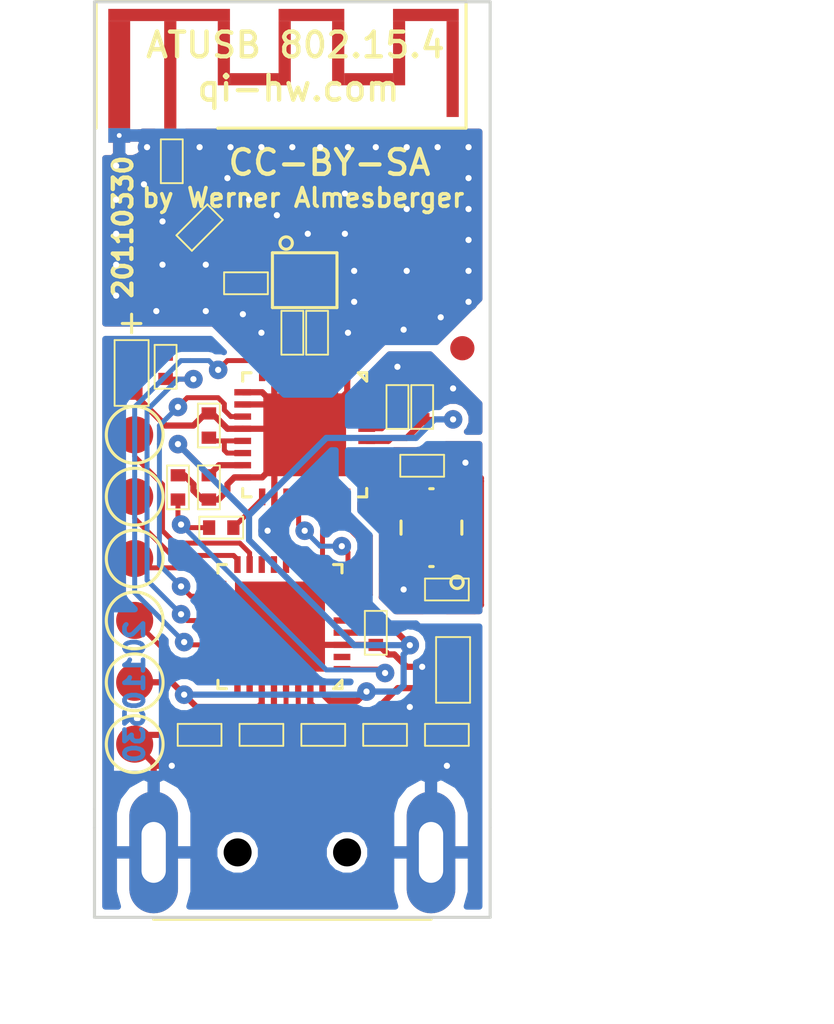
<source format=kicad_pcb>
(kicad_pcb (version 20160815) (host pcbnew 4.1.0-alpha+201608211231+7083~46~ubuntu16.04.1-product)

  (general
    (links 90)
    (no_connects 0)
    (area 117.665499 93.789499 134.048501 131.508501)
    (thickness 1.6002)
    (drawings 28)
    (tracks 496)
    (zones 0)
    (modules 36)
    (nets 45)
  )

  (page A4)
  (title_block
    (title "IEEE 802.15.4 USB Transceiver (AT86RF231)")
    (date "7 jun 2011")
    (rev 20110607)
    (company "Werner Almesberger")
  )

  (layers
    (0 Front signal)
    (31 Back signal)
    (35 F.Paste user)
    (37 F.SilkS user)
    (38 B.Mask user)
    (39 F.Mask user)
    (40 Dwgs.User user)
    (41 Cmts.User user)
    (44 Edge.Cuts user)
  )

  (setup
    (last_trace_width 0.2032)
    (user_trace_width 1.4732)
    (trace_clearance 0.2032)
    (zone_clearance 0.254)
    (zone_45_only no)
    (trace_min 0.2032)
    (segment_width 0.127)
    (edge_width 0.127)
    (via_size 0.762)
    (via_drill 0.254)
    (via_min_size 0.762)
    (via_min_drill 0.254)
    (uvia_size 0.508)
    (uvia_drill 0.127)
    (uvias_allowed no)
    (uvia_min_size 0.508)
    (uvia_min_drill 0.127)
    (pcb_text_width 0.3048)
    (pcb_text_size 1.524 2.032)
    (mod_edge_width 0.381)
    (mod_text_size 1.524 1.524)
    (mod_text_width 0.3048)
    (pad_size 1.524 1.524)
    (pad_drill 0.8128)
    (pad_to_mask_clearance 0)
    (pad_to_paste_clearance -0.0254)
    (aux_axis_origin 117.729 131.445)
    (visible_elements FFFFFF7F)
    (pcbplotparams
      (layerselection 0x00030_ffffffff)
      (usegerberextensions false)
      (excludeedgelayer true)
      (linewidth 0.100000)
      (plotframeref false)
      (viasonmask false)
      (mode 1)
      (useauxorigin false)
      (hpglpennumber 1)
      (hpglpenspeed 20)
      (hpglpendiameter 15)
      (psnegative false)
      (psa4output false)
      (plotreference true)
      (plotvalue true)
      (plotinvisibletext false)
      (padsonsilk false)
      (subtractmaskfromsilk false)
      (outputformat 1)
      (mirror false)
      (drillshape 1)
      (scaleselection 1)
      (outputdirectory ""))
  )

  (net 0 "")
  (net 1 /RF/CLK)
  (net 2 /RF/CLKM)
  (net 3 /RF/FEED)
  (net 4 /RF/MISO)
  (net 5 /RF/RFN)
  (net 6 /RF/RPF)
  (net 7 /RF/SLP_TR)
  (net 8 /RF/nRST_RF)
  (net 9 /RF/nSS)
  (net 10 /USB/D+)
  (net 11 /USB/D-)
  (net 12 /USB/DN)
  (net 13 /USB/DP)
  (net 14 /USB/LED)
  (net 15 /USB/PDI)
  (net 16 /USB/PDO)
  (net 17 /USB/SCK)
  (net 18 /USB/VBUS)
  (net 19 /USB/nRESET)
  (net 20 VDD)
  (net 21 GND)
  (net 22 "Net-(ANT1-Pad2)")
  (net 23 "Net-(B1-Pad2)")
  (net 24 "Net-(B1-Pad3)")
  (net 25 "Net-(B1-Pad4)")
  (net 26 "Net-(C11-Pad2)")
  (net 27 "Net-(C12-Pad1)")
  (net 28 "Net-(C14-Pad1)")
  (net 29 "Net-(C15-Pad1)")
  (net 30 "Net-(D1-Pad1)")
  (net 31 "Net-(U1-Pad2)")
  (net 32 "Net-(U1-Pad5)")
  (net 33 /RF/IRQ_RF)
  (net 34 /RF/MOSI)
  (net 35 "Net-(U1-Pad10)")
  (net 36 /RF/SCLK)
  (net 37 "Net-(U1-Pad12)")
  (net 38 "Net-(U1-Pad13)")
  (net 39 "Net-(U1-Pad14)")
  (net 40 "Net-(U1-Pad19)")
  (net 41 "Net-(U1-Pad21)")
  (net 42 "Net-(U1-Pad23)")
  (net 43 "Net-(U1-Pad25)")
  (net 44 "Net-(U1-Pad26)")

  (net_class Default "This is the default net class."
    (clearance 0.2032)
    (trace_width 0.2032)
    (via_dia 0.762)
    (via_drill 0.254)
    (uvia_dia 0.508)
    (uvia_drill 0.127)
    (diff_pair_gap 0.25)
    (diff_pair_width 0.2)
    (add_net /RF/CLK)
    (add_net /RF/CLKM)
    (add_net /RF/IRQ_RF)
    (add_net /RF/MISO)
    (add_net /RF/MOSI)
    (add_net /RF/RFN)
    (add_net /RF/RPF)
    (add_net /RF/SCLK)
    (add_net /RF/SLP_TR)
    (add_net /RF/nRST_RF)
    (add_net /RF/nSS)
    (add_net /USB/D+)
    (add_net /USB/D-)
    (add_net /USB/DN)
    (add_net /USB/DP)
    (add_net /USB/LED)
    (add_net /USB/PDI)
    (add_net /USB/PDO)
    (add_net /USB/SCK)
    (add_net /USB/nRESET)
    (add_net GND)
    (add_net "Net-(ANT1-Pad2)")
    (add_net "Net-(B1-Pad2)")
    (add_net "Net-(B1-Pad3)")
    (add_net "Net-(B1-Pad4)")
    (add_net "Net-(C11-Pad2)")
    (add_net "Net-(C12-Pad1)")
    (add_net "Net-(C14-Pad1)")
    (add_net "Net-(C15-Pad1)")
    (add_net "Net-(D1-Pad1)")
    (add_net "Net-(U1-Pad10)")
    (add_net "Net-(U1-Pad12)")
    (add_net "Net-(U1-Pad13)")
    (add_net "Net-(U1-Pad14)")
    (add_net "Net-(U1-Pad19)")
    (add_net "Net-(U1-Pad2)")
    (add_net "Net-(U1-Pad21)")
    (add_net "Net-(U1-Pad23)")
    (add_net "Net-(U1-Pad25)")
    (add_net "Net-(U1-Pad26)")
    (add_net "Net-(U1-Pad5)")
  )

  (net_class 50R ""
    (clearance 0.2032)
    (trace_width 0.4826)
    (via_dia 0.762)
    (via_drill 0.254)
    (uvia_dia 0.508)
    (uvia_drill 0.127)
    (diff_pair_gap 0.25)
    (diff_pair_width 0.2)
    (add_net /RF/FEED)
  )

  (net_class Power ""
    (clearance 0.2032)
    (trace_width 0.254)
    (via_dia 0.762)
    (via_drill 0.254)
    (uvia_dia 0.508)
    (uvia_drill 0.127)
    (diff_pair_gap 0.25)
    (diff_pair_width 0.2)
    (add_net /USB/VBUS)
    (add_net VDD)
  )

  (module FIDUCIAL (layer Front) (tedit 4DEE809A) (tstamp 4D8A16F0)
    (at 125.857 128.778)
    (solder_mask_margin 0.00254)
    (attr smd)
    (fp_text reference FIDUCI-2 (at 0 1.524) (layer Cmts.User)
      (effects (font (size 0.508 0.508) (thickness 0.1016)))
    )
    (fp_text value Val* (at 0 0.381) (layer Cmts.User) hide
      (effects (font (size 0.508 0.508) (thickness 0.1016)))
    )
    (pad ? smd oval (at 0 0) (size 0.99568 0.99568) (layers Front))
    (pad "" smd oval (at 0 0) (size 1.99644 1.99644) (layers F.Mask))
  )

  (module FIDUCIAL (layer Front) (tedit 4DEE8067) (tstamp 4D8A175F)
    (at 132.842 108.077)
    (solder_mask_margin 0.00254)
    (attr smd)
    (fp_text reference FIDUCI-1 (at -1.143 -1.397) (layer Cmts.User)
      (effects (font (size 0.508 0.508) (thickness 0.1016)))
    )
    (fp_text value Val* (at 0 0.381) (layer Cmts.User) hide
      (effects (font (size 0.508 0.508) (thickness 0.1016)))
    )
    (pad ? smd oval (at 0 0) (size 0.99568 0.99568) (layers Front))
    (pad "" smd oval (at 0 0) (size 1.99644 1.99644) (layers F.Mask))
  )

  (module meander-2450MHz:MEANDER-2450MHz-right-1.0mm-RELAXED (layer Front) (tedit 57C7A9FE) (tstamp 57C7C06C)
    (at 118.745 99.441)
    (path /4C609C08/4C63FE17)
    (attr smd)
    (fp_text reference ANT1 (at 0 -0.381) (layer Cmts.User)
      (effects (font (size 0.508 0.508) (thickness 0.1016)))
    )
    (fp_text value 50R (at 0 0.381) (layer Cmts.User) hide
      (effects (font (size 0.508 0.508) (thickness 0.1016)))
    )
    (fp_line (start -0.94996 -0.39878) (end -0.94996 -5.59816) (layer F.SilkS) (width 0.127))
    (fp_line (start 14.2494 -5.59816) (end -0.94996 -5.59816) (layer F.SilkS) (width 0.127))
    (fp_line (start 14.2494 -5.59816) (end 14.2494 -0.39878) (layer F.SilkS) (width 0.127))
    (fp_line (start 14.2494 -0.39878) (end 4.04876 -0.39878) (layer F.SilkS) (width 0.127))
    (pad 1 thru_hole rect (at 0 -0.09906) (size 0.89916 0.5969) (drill 0.19812) (layers *.Cu)
      (net 21 GND))
    (pad X smd rect (at 0 -2.59842) (size 0.89916 4.39928) (layers Front))
    (pad X smd rect (at 2.04978 -5.04698) (size 4.99872 0.50038) (layers Front))
    (pad 2 smd rect (at 2.09804 -0.09906) (size 0.50038 0.5969) (layers Front)
      (net 22 "Net-(ANT1-Pad2)"))
    (pad X smd rect (at 2.09804 -2.59842) (size 0.50038 4.39928) (layers Front))
    (pad X smd rect (at 4.29768 -3.47726) (size 0.50038 2.63906) (layers Front))
    (pad X smd rect (at 5.54736 -2.40792) (size 1.99898 0.50038) (layers Front))
    (pad X smd rect (at 7.89686 -5.04698) (size 2.70002 0.50038) (layers Front))
    (pad X smd rect (at 8.99668 -3.47726) (size 0.50038 2.63906) (layers Front))
    (pad X smd rect (at 6.79704 -3.47726) (size 0.50038 2.63906) (layers Front))
    (pad X smd rect (at 11.49858 -3.47726) (size 0.49784 2.63906) (layers Front))
    (pad X smd rect (at 10.2489 -2.40792) (size 2.00152 0.50038) (layers Front))
    (pad X smd rect (at 12.5984 -5.04698) (size 2.70002 0.50038) (layers Front))
    (pad X smd rect (at 13.69822 -2.82702) (size 0.50038 3.93954) (layers Front))
  )

  (module 0805-6:0805-6 (layer Front) (tedit 56B455C5) (tstamp 57C7C081)
    (at 126.365 105.283 90)
    (path /4C609C08/4CF4B034)
    (attr smd)
    (fp_text reference B1 (at 0 -0.381 90) (layer Cmts.User)
      (effects (font (size 0.508 0.508) (thickness 0.1016)))
    )
    (fp_text value 2450FB15L0001 (at 0 0.381 90) (layer Cmts.User) hide
      (effects (font (size 0.508 0.508) (thickness 0.1016)))
    )
    (fp_line (start -1.12522 1.32588) (end -1.12522 -1.32588) (layer F.SilkS) (width 0.127))
    (fp_line (start -1.12522 -1.32588) (end 1.12522 -1.32588) (layer F.SilkS) (width 0.127))
    (fp_line (start 1.12522 -1.32588) (end 1.12522 1.32588) (layer F.SilkS) (width 0.127))
    (fp_line (start 1.12522 1.32588) (end -1.12522 1.32588) (layer F.SilkS) (width 0.127))
    (pad 1 smd rect (at 0.6477 -0.79756 90) (size 0.34798 0.8001) (layers Front F.Paste F.Mask)
      (net 3 /RF/FEED))
    (pad 2 smd rect (at 0 -0.79756 90) (size 0.34544 0.8001) (layers Front F.Paste F.Mask)
      (net 23 "Net-(B1-Pad2)"))
    (pad 3 smd rect (at -0.6477 -0.79756 90) (size 0.34798 0.8001) (layers Front F.Paste F.Mask)
      (net 24 "Net-(B1-Pad3)"))
    (pad 4 smd rect (at -0.6477 0.79756 90) (size 0.34798 0.8001) (layers Front F.Paste F.Mask)
      (net 25 "Net-(B1-Pad4)"))
    (pad 5 smd rect (at 0 0.79756 90) (size 0.34544 0.8001) (layers Front F.Paste F.Mask)
      (net 21 GND))
    (pad 6 smd rect (at 0.6477 0.79756 90) (size 0.34798 0.8001) (layers Front F.Paste F.Mask)
      (net 21 GND))
  )

  (module stdpass:0603 (layer Front) (tedit 537B9575) (tstamp 57C7C08E)
    (at 132.461 121.285 90)
    (path /4C609BEF/4C6401AA)
    (attr smd)
    (fp_text reference C1 (at 0 -0.381 90) (layer Cmts.User)
      (effects (font (size 0.508 0.508) (thickness 0.1016)))
    )
    (fp_text value 10uF (at 0 0.381 90) (layer Cmts.User) hide
      (effects (font (size 0.508 0.508) (thickness 0.1016)))
    )
    (fp_line (start -1.34874 0.6985) (end -1.34874 -0.6985) (layer F.SilkS) (width 0.0762))
    (fp_line (start -1.34874 -0.6985) (end 1.34874 -0.6985) (layer F.SilkS) (width 0.0762))
    (fp_line (start 1.34874 -0.6985) (end 1.34874 0.6985) (layer F.SilkS) (width 0.0762))
    (fp_line (start 1.34874 0.6985) (end -1.34874 0.6985) (layer F.SilkS) (width 0.0762))
    (pad 1 smd rect (at -0.7493 0 90) (size 0.70104 0.89916) (layers Front F.Paste F.Mask)
      (net 18 /USB/VBUS))
    (pad 2 smd rect (at 0.7493 0 90) (size 0.70104 0.89916) (layers Front F.Paste F.Mask)
      (net 21 GND))
  )

  (module stdpass:0402 (layer Front) (tedit 537B9575) (tstamp 57C7C097)
    (at 129.286 119.761 270)
    (path /4C609BEF/4C6401B3)
    (attr smd)
    (fp_text reference C2 (at 0 -0.381 270) (layer Cmts.User)
      (effects (font (size 0.508 0.508) (thickness 0.1016)))
    )
    (fp_text value 1uF (at 0 0.381 270) (layer Cmts.User) hide
      (effects (font (size 0.508 0.508) (thickness 0.1016)))
    )
    (fp_line (start -0.89916 0.44958) (end -0.89916 -0.44958) (layer F.SilkS) (width 0.0762))
    (fp_line (start -0.89916 -0.44958) (end 0.89916 -0.44958) (layer F.SilkS) (width 0.0762))
    (fp_line (start 0.89916 -0.44958) (end 0.89916 0.44958) (layer F.SilkS) (width 0.0762))
    (fp_line (start 0.89916 0.44958) (end -0.89916 0.44958) (layer F.SilkS) (width 0.0762))
    (pad 1 smd rect (at -0.49784 0 270) (size 0.50038 0.59944) (layers Front F.Paste F.Mask)
      (net 20 VDD))
    (pad 2 smd rect (at 0.49784 0 270) (size 0.50038 0.59944) (layers Front F.Paste F.Mask)
      (net 21 GND))
  )

  (module stdpass:0402 (layer Front) (tedit 537B9575) (tstamp 57C7C0A0)
    (at 123.952 105.41 180)
    (path /4C609C08/4C641710)
    (attr smd)
    (fp_text reference C3 (at 0 -0.381 180) (layer Cmts.User)
      (effects (font (size 0.508 0.508) (thickness 0.1016)))
    )
    (fp_text value 22pF/RF (at 0 0.381 180) (layer Cmts.User) hide
      (effects (font (size 0.508 0.508) (thickness 0.1016)))
    )
    (fp_line (start -0.89916 0.44958) (end -0.89916 -0.44958) (layer F.SilkS) (width 0.0762))
    (fp_line (start -0.89916 -0.44958) (end 0.89916 -0.44958) (layer F.SilkS) (width 0.0762))
    (fp_line (start 0.89916 -0.44958) (end 0.89916 0.44958) (layer F.SilkS) (width 0.0762))
    (fp_line (start 0.89916 0.44958) (end -0.89916 0.44958) (layer F.SilkS) (width 0.0762))
    (pad 1 smd rect (at -0.49784 0 180) (size 0.50038 0.59944) (layers Front F.Paste F.Mask)
      (net 23 "Net-(B1-Pad2)"))
    (pad 2 smd rect (at 0.49784 0 180) (size 0.50038 0.59944) (layers Front F.Paste F.Mask)
      (net 21 GND))
  )

  (module stdpass:0402 (layer Front) (tedit 537B9575) (tstamp 57C7C0A9)
    (at 125.857 107.442 270)
    (path /4C609C08/4C641506)
    (attr smd)
    (fp_text reference C8 (at 0 -0.381 270) (layer Cmts.User)
      (effects (font (size 0.508 0.508) (thickness 0.1016)))
    )
    (fp_text value 22pF/RF (at 0 0.381 270) (layer Cmts.User) hide
      (effects (font (size 0.508 0.508) (thickness 0.1016)))
    )
    (fp_line (start -0.89916 0.44958) (end -0.89916 -0.44958) (layer F.SilkS) (width 0.0762))
    (fp_line (start -0.89916 -0.44958) (end 0.89916 -0.44958) (layer F.SilkS) (width 0.0762))
    (fp_line (start 0.89916 -0.44958) (end 0.89916 0.44958) (layer F.SilkS) (width 0.0762))
    (fp_line (start 0.89916 0.44958) (end -0.89916 0.44958) (layer F.SilkS) (width 0.0762))
    (pad 1 smd rect (at -0.49784 0 270) (size 0.50038 0.59944) (layers Front F.Paste F.Mask)
      (net 24 "Net-(B1-Pad3)"))
    (pad 2 smd rect (at 0.49784 0 270) (size 0.50038 0.59944) (layers Front F.Paste F.Mask)
      (net 5 /RF/RFN))
  )

  (module stdpass:0402 (layer Front) (tedit 537B9575) (tstamp 57C7C0B2)
    (at 126.873 107.442 270)
    (path /4C609C08/4C641509)
    (attr smd)
    (fp_text reference C9 (at 0 -0.381 270) (layer Cmts.User)
      (effects (font (size 0.508 0.508) (thickness 0.1016)))
    )
    (fp_text value 22pF/RF (at 0 0.381 270) (layer Cmts.User) hide
      (effects (font (size 0.508 0.508) (thickness 0.1016)))
    )
    (fp_line (start -0.89916 0.44958) (end -0.89916 -0.44958) (layer F.SilkS) (width 0.0762))
    (fp_line (start -0.89916 -0.44958) (end 0.89916 -0.44958) (layer F.SilkS) (width 0.0762))
    (fp_line (start 0.89916 -0.44958) (end 0.89916 0.44958) (layer F.SilkS) (width 0.0762))
    (fp_line (start 0.89916 0.44958) (end -0.89916 0.44958) (layer F.SilkS) (width 0.0762))
    (pad 1 smd rect (at -0.49784 0 270) (size 0.50038 0.59944) (layers Front F.Paste F.Mask)
      (net 25 "Net-(B1-Pad4)"))
    (pad 2 smd rect (at 0.49784 0 270) (size 0.50038 0.59944) (layers Front F.Paste F.Mask)
      (net 6 /RF/RPF))
  )

  (module stdpass:0402 (layer Front) (tedit 537B9575) (tstamp 57C7C0BB)
    (at 122.428 113.792 270)
    (path /4C609C08/4C640A7E)
    (attr smd)
    (fp_text reference C10 (at 0 -0.381 270) (layer Cmts.User)
      (effects (font (size 0.508 0.508) (thickness 0.1016)))
    )
    (fp_text value 1uF (at 0 0.381 270) (layer Cmts.User) hide
      (effects (font (size 0.508 0.508) (thickness 0.1016)))
    )
    (fp_line (start -0.89916 0.44958) (end -0.89916 -0.44958) (layer F.SilkS) (width 0.0762))
    (fp_line (start -0.89916 -0.44958) (end 0.89916 -0.44958) (layer F.SilkS) (width 0.0762))
    (fp_line (start 0.89916 -0.44958) (end 0.89916 0.44958) (layer F.SilkS) (width 0.0762))
    (fp_line (start 0.89916 0.44958) (end -0.89916 0.44958) (layer F.SilkS) (width 0.0762))
    (pad 1 smd rect (at -0.49784 0 270) (size 0.50038 0.59944) (layers Front F.Paste F.Mask)
      (net 20 VDD))
    (pad 2 smd rect (at 0.49784 0 270) (size 0.50038 0.59944) (layers Front F.Paste F.Mask)
      (net 21 GND))
  )

  (module stdpass:0402 (layer Front) (tedit 537B9575) (tstamp 57C7C0C4)
    (at 130.175 110.49 270)
    (path /4C609C08/4C641004)
    (attr smd)
    (fp_text reference C11 (at 0 -0.381 270) (layer Cmts.User)
      (effects (font (size 0.508 0.508) (thickness 0.1016)))
    )
    (fp_text value 1uF (at 0 0.381 270) (layer Cmts.User) hide
      (effects (font (size 0.508 0.508) (thickness 0.1016)))
    )
    (fp_line (start -0.89916 0.44958) (end -0.89916 -0.44958) (layer F.SilkS) (width 0.0762))
    (fp_line (start -0.89916 -0.44958) (end 0.89916 -0.44958) (layer F.SilkS) (width 0.0762))
    (fp_line (start 0.89916 -0.44958) (end 0.89916 0.44958) (layer F.SilkS) (width 0.0762))
    (fp_line (start 0.89916 0.44958) (end -0.89916 0.44958) (layer F.SilkS) (width 0.0762))
    (pad 1 smd rect (at -0.49784 0 270) (size 0.50038 0.59944) (layers Front F.Paste F.Mask)
      (net 21 GND))
    (pad 2 smd rect (at 0.49784 0 270) (size 0.50038 0.59944) (layers Front F.Paste F.Mask)
      (net 26 "Net-(C11-Pad2)"))
  )

  (module stdpass:0402 (layer Front) (tedit 537B9575) (tstamp 57C7C0CD)
    (at 122.428 111.252 90)
    (path /4C609C08/4C640A84)
    (attr smd)
    (fp_text reference C12 (at 0 -0.381 90) (layer Cmts.User)
      (effects (font (size 0.508 0.508) (thickness 0.1016)))
    )
    (fp_text value 1uF (at 0 0.381 90) (layer Cmts.User) hide
      (effects (font (size 0.508 0.508) (thickness 0.1016)))
    )
    (fp_line (start -0.89916 0.44958) (end -0.89916 -0.44958) (layer F.SilkS) (width 0.0762))
    (fp_line (start -0.89916 -0.44958) (end 0.89916 -0.44958) (layer F.SilkS) (width 0.0762))
    (fp_line (start 0.89916 -0.44958) (end 0.89916 0.44958) (layer F.SilkS) (width 0.0762))
    (fp_line (start 0.89916 0.44958) (end -0.89916 0.44958) (layer F.SilkS) (width 0.0762))
    (pad 1 smd rect (at -0.49784 0 90) (size 0.50038 0.59944) (layers Front F.Paste F.Mask)
      (net 27 "Net-(C12-Pad1)"))
    (pad 2 smd rect (at 0.49784 0 90) (size 0.50038 0.59944) (layers Front F.Paste F.Mask)
      (net 21 GND))
  )

  (module stdpass:0402 (layer Front) (tedit 537B9575) (tstamp 57C7C0D6)
    (at 131.191 110.49 90)
    (path /4C609C08/4C640A76)
    (attr smd)
    (fp_text reference C13 (at 0 -0.381 90) (layer Cmts.User)
      (effects (font (size 0.508 0.508) (thickness 0.1016)))
    )
    (fp_text value 1uF (at 0 0.381 90) (layer Cmts.User) hide
      (effects (font (size 0.508 0.508) (thickness 0.1016)))
    )
    (fp_line (start -0.89916 0.44958) (end -0.89916 -0.44958) (layer F.SilkS) (width 0.0762))
    (fp_line (start -0.89916 -0.44958) (end 0.89916 -0.44958) (layer F.SilkS) (width 0.0762))
    (fp_line (start 0.89916 -0.44958) (end 0.89916 0.44958) (layer F.SilkS) (width 0.0762))
    (fp_line (start 0.89916 0.44958) (end -0.89916 0.44958) (layer F.SilkS) (width 0.0762))
    (pad 1 smd rect (at -0.49784 0 90) (size 0.50038 0.59944) (layers Front F.Paste F.Mask)
      (net 20 VDD))
    (pad 2 smd rect (at 0.49784 0 90) (size 0.50038 0.59944) (layers Front F.Paste F.Mask)
      (net 21 GND))
  )

  (module stdpass:0402 (layer Front) (tedit 537B9575) (tstamp 57C7C0DF)
    (at 131.191 112.903)
    (path /4C609C08/4C640A73)
    (attr smd)
    (fp_text reference C14 (at 0 -0.381) (layer Cmts.User)
      (effects (font (size 0.508 0.508) (thickness 0.1016)))
    )
    (fp_text value 12pF (at 0 0.381) (layer Cmts.User) hide
      (effects (font (size 0.508 0.508) (thickness 0.1016)))
    )
    (fp_line (start -0.89916 0.44958) (end -0.89916 -0.44958) (layer F.SilkS) (width 0.0762))
    (fp_line (start -0.89916 -0.44958) (end 0.89916 -0.44958) (layer F.SilkS) (width 0.0762))
    (fp_line (start 0.89916 -0.44958) (end 0.89916 0.44958) (layer F.SilkS) (width 0.0762))
    (fp_line (start 0.89916 0.44958) (end -0.89916 0.44958) (layer F.SilkS) (width 0.0762))
    (pad 1 smd rect (at -0.49784 0) (size 0.50038 0.59944) (layers Front F.Paste F.Mask)
      (net 28 "Net-(C14-Pad1)"))
    (pad 2 smd rect (at 0.49784 0) (size 0.50038 0.59944) (layers Front F.Paste F.Mask)
      (net 21 GND))
  )

  (module stdpass:0402 (layer Front) (tedit 537B9575) (tstamp 57C7C0E8)
    (at 132.207 117.983 180)
    (path /4C609C08/4C640A7B)
    (attr smd)
    (fp_text reference C15 (at 0 -0.381 180) (layer Cmts.User)
      (effects (font (size 0.508 0.508) (thickness 0.1016)))
    )
    (fp_text value 12pF (at 0 0.381 180) (layer Cmts.User) hide
      (effects (font (size 0.508 0.508) (thickness 0.1016)))
    )
    (fp_line (start -0.89916 0.44958) (end -0.89916 -0.44958) (layer F.SilkS) (width 0.0762))
    (fp_line (start -0.89916 -0.44958) (end 0.89916 -0.44958) (layer F.SilkS) (width 0.0762))
    (fp_line (start 0.89916 -0.44958) (end 0.89916 0.44958) (layer F.SilkS) (width 0.0762))
    (fp_line (start 0.89916 0.44958) (end -0.89916 0.44958) (layer F.SilkS) (width 0.0762))
    (pad 1 smd rect (at -0.49784 0 180) (size 0.50038 0.59944) (layers Front F.Paste F.Mask)
      (net 29 "Net-(C15-Pad1)"))
    (pad 2 smd rect (at 0.49784 0 180) (size 0.50038 0.59944) (layers Front F.Paste F.Mask)
      (net 21 GND))
  )

  (module stdpass:0402 (layer Front) (tedit 537B9575) (tstamp 57C7C0F1)
    (at 122.047 103.124 225)
    (path /4C609C08/4D3B018B)
    (attr smd)
    (fp_text reference C16 (at 0 -0.381 225) (layer Cmts.User)
      (effects (font (size 0.508 0.508) (thickness 0.1016)))
    )
    (fp_text value NC (at 0 0.381 225) (layer Cmts.User) hide
      (effects (font (size 0.508 0.508) (thickness 0.1016)))
    )
    (fp_line (start -0.89916 0.44958) (end -0.89916 -0.44958) (layer F.SilkS) (width 0.0762))
    (fp_line (start -0.89916 -0.44958) (end 0.89916 -0.44958) (layer F.SilkS) (width 0.0762))
    (fp_line (start 0.89916 -0.44958) (end 0.89916 0.44958) (layer F.SilkS) (width 0.0762))
    (fp_line (start 0.89916 0.44958) (end -0.89916 0.44958) (layer F.SilkS) (width 0.0762))
    (pad 1 smd rect (at -0.49784 0 225) (size 0.50038 0.59944) (layers Front F.Paste F.Mask)
      (net 3 /RF/FEED))
    (pad 2 smd rect (at 0.49784 0 225) (size 0.50038 0.59944) (layers Front F.Paste F.Mask)
      (net 21 GND))
  )

  (module stdpass:0402 (layer Front) (tedit 537B9575) (tstamp 57C7C0FA)
    (at 121.158 113.792 90)
    (path /4C609C08/4D425FF1)
    (attr smd)
    (fp_text reference C17 (at 0 -0.381 90) (layer Cmts.User)
      (effects (font (size 0.508 0.508) (thickness 0.1016)))
    )
    (fp_text value 2.2pF (at 0 0.381 90) (layer Cmts.User) hide
      (effects (font (size 0.508 0.508) (thickness 0.1016)))
    )
    (fp_line (start -0.89916 0.44958) (end -0.89916 -0.44958) (layer F.SilkS) (width 0.0762))
    (fp_line (start -0.89916 -0.44958) (end 0.89916 -0.44958) (layer F.SilkS) (width 0.0762))
    (fp_line (start 0.89916 -0.44958) (end 0.89916 0.44958) (layer F.SilkS) (width 0.0762))
    (fp_line (start 0.89916 0.44958) (end -0.89916 0.44958) (layer F.SilkS) (width 0.0762))
    (pad 1 smd rect (at -0.49784 0 90) (size 0.50038 0.59944) (layers Front F.Paste F.Mask)
      (net 1 /RF/CLK))
    (pad 2 smd rect (at 0.49784 0 90) (size 0.50038 0.59944) (layers Front F.Paste F.Mask)
      (net 21 GND))
  )

  (module usb_a_plug_smt:USB-A-PLUG-SMT (layer Front) (tedit 51C3B150) (tstamp 57C7C103)
    (at 125.857 128.778)
    (path /4C609BEF/4FBDA09F)
    (attr smd)
    (fp_text reference CON1 (at 0 -0.381) (layer Cmts.User)
      (effects (font (size 0.508 0.508) (thickness 0.1016)))
    )
    (fp_text value USB_A_PLUG (at 0 0.381) (layer Cmts.User) hide
      (effects (font (size 0.508 0.508) (thickness 0.1016)))
    )
    (fp_line (start -5.69976 2.74828) (end 5.69976 2.74828) (layer F.SilkS) (width 0.127))
    (pad 1 smd rect (at 3.49758 -2.69748) (size 1.20142 2.20218) (layers Front F.Paste F.Mask)
      (net 18 /USB/VBUS))
    (pad 2 smd rect (at 0.99822 -2.69748) (size 1.19888 2.20218) (layers Front F.Paste F.Mask)
      (net 11 /USB/D-))
    (pad 3 smd rect (at -0.99822 -2.69748) (size 1.19888 2.20218) (layers Front F.Paste F.Mask)
      (net 10 /USB/D+))
    (pad 4 smd rect (at -3.49758 -2.69748) (size 1.20142 2.20218) (layers Front F.Paste F.Mask)
      (net 21 GND))
    (pad 5 thru_hole oval (at -5.69722 0) (size 1.99898 4.99872) (drill oval 0.99822 2.49936) (layers *.Cu *.Mask)
      (net 21 GND))
    (pad 6 thru_hole oval (at 5.69722 0) (size 1.99898 4.99872) (drill oval 0.99822 2.49936) (layers *.Cu *.Mask)
      (net 21 GND))
    (pad HOLE np_thru_hole circle (at -2.2479 0) (size 1.15062 1.15062) (drill 1.15062) (layers *.Mask))
    (pad HOLE np_thru_hole circle (at 2.2479 0) (size 1.15062 1.15062) (drill 1.15062) (layers *.Mask))
  )

  (module stdpass:0603 (layer Front) (tedit 537B9575) (tstamp 57C7C10F)
    (at 119.253 109.093 270)
    (path /4C609BEF/4C6402EE)
    (attr smd)
    (fp_text reference D1 (at 0 -0.381 270) (layer Cmts.User)
      (effects (font (size 0.508 0.508) (thickness 0.1016)))
    )
    (fp_text value LTST-C190KRKT (at 0 0.381 270) (layer Cmts.User) hide
      (effects (font (size 0.508 0.508) (thickness 0.1016)))
    )
    (fp_line (start -1.34874 0.6985) (end -1.34874 -0.6985) (layer F.SilkS) (width 0.0762))
    (fp_line (start -1.34874 -0.6985) (end 1.34874 -0.6985) (layer F.SilkS) (width 0.0762))
    (fp_line (start 1.34874 -0.6985) (end 1.34874 0.6985) (layer F.SilkS) (width 0.0762))
    (fp_line (start 1.34874 0.6985) (end -1.34874 0.6985) (layer F.SilkS) (width 0.0762))
    (pad 1 smd rect (at -0.7493 0 270) (size 0.70104 0.89916) (layers Front F.Paste F.Mask)
      (net 30 "Net-(D1-Pad1)"))
    (pad 2 smd rect (at 0.7493 0 270) (size 0.70104 0.89916) (layers Front F.Paste F.Mask)
      (net 21 GND))
  )

  (module pads:PAD_C_60x60 (layer Front) (tedit 52D9BA48) (tstamp 57C7C118)
    (at 119.38 124.333)
    (path /4C609BEF/4C6401FE)
    (attr smd)
    (fp_text reference P11 (at 0 -0.381) (layer Cmts.User)
      (effects (font (size 0.508 0.508) (thickness 0.1016)))
    )
    (fp_text value TESTPOINT (at 0 0.381) (layer Cmts.User) hide
      (effects (font (size 0.508 0.508) (thickness 0.1016)))
    )
    (fp_circle (center 0 0) (end 0 -1.16586) (layer F.SilkS) (width 0.127))
    (pad 1 smd oval (at 0 0) (size 1.524 1.524) (layers Front F.Mask)
      (net 21 GND))
  )

  (module pads:PAD_C_60x60 (layer Front) (tedit 52D9BA48) (tstamp 57C7C11D)
    (at 119.38 121.793)
    (path /4C609BEF/4C640200)
    (attr smd)
    (fp_text reference P12 (at 0 -0.381) (layer Cmts.User)
      (effects (font (size 0.508 0.508) (thickness 0.1016)))
    )
    (fp_text value TESTPOINT (at 0 0.381) (layer Cmts.User) hide
      (effects (font (size 0.508 0.508) (thickness 0.1016)))
    )
    (fp_circle (center 0 0) (end 0 -1.16586) (layer F.SilkS) (width 0.127))
    (pad 1 smd oval (at 0 0) (size 1.524 1.524) (layers Front F.Mask)
      (net 20 VDD))
  )

  (module pads:PAD_C_60x60 (layer Front) (tedit 52D9BA48) (tstamp 57C7C122)
    (at 119.38 119.253)
    (path /4C609BEF/4C640202)
    (attr smd)
    (fp_text reference P13 (at 0 -0.381) (layer Cmts.User)
      (effects (font (size 0.508 0.508) (thickness 0.1016)))
    )
    (fp_text value TESTPOINT (at 0 0.381) (layer Cmts.User) hide
      (effects (font (size 0.508 0.508) (thickness 0.1016)))
    )
    (fp_circle (center 0 0) (end 0 -1.16586) (layer F.SilkS) (width 0.127))
    (pad 1 smd oval (at 0 0) (size 1.524 1.524) (layers Front F.Mask)
      (net 19 /USB/nRESET))
  )

  (module pads:PAD_C_60x60 (layer Front) (tedit 52D9BA48) (tstamp 57C7C127)
    (at 119.38 116.713)
    (path /4C609BEF/4C640203)
    (attr smd)
    (fp_text reference P14 (at 0 -0.381) (layer Cmts.User)
      (effects (font (size 0.508 0.508) (thickness 0.1016)))
    )
    (fp_text value TESTPOINT (at 0 0.381) (layer Cmts.User) hide
      (effects (font (size 0.508 0.508) (thickness 0.1016)))
    )
    (fp_circle (center 0 0) (end 0 -1.16586) (layer F.SilkS) (width 0.127))
    (pad 1 smd oval (at 0 0) (size 1.524 1.524) (layers Front F.Mask)
      (net 16 /USB/PDO))
  )

  (module pads:PAD_C_60x60 (layer Front) (tedit 52D9BA48) (tstamp 57C7C12C)
    (at 119.38 114.173)
    (path /4C609BEF/4D425D53)
    (attr smd)
    (fp_text reference P15 (at 0 -0.381) (layer Cmts.User)
      (effects (font (size 0.508 0.508) (thickness 0.1016)))
    )
    (fp_text value TESTPOINT (at 0 0.381) (layer Cmts.User) hide
      (effects (font (size 0.508 0.508) (thickness 0.1016)))
    )
    (fp_circle (center 0 0) (end 0 -1.16586) (layer F.SilkS) (width 0.127))
    (pad 1 smd oval (at 0 0) (size 1.524 1.524) (layers Front F.Mask)
      (net 15 /USB/PDI))
  )

  (module pads:PAD_C_60x60 (layer Front) (tedit 52D9BA48) (tstamp 57C7C131)
    (at 119.38 111.633)
    (path /4C609BEF/4D425D62)
    (attr smd)
    (fp_text reference P16 (at 0 -0.381) (layer Cmts.User)
      (effects (font (size 0.508 0.508) (thickness 0.1016)))
    )
    (fp_text value TESTPOINT (at 0 0.381) (layer Cmts.User) hide
      (effects (font (size 0.508 0.508) (thickness 0.1016)))
    )
    (fp_circle (center 0 0) (end 0 -1.16586) (layer F.SilkS) (width 0.127))
    (pad 1 smd oval (at 0 0) (size 1.524 1.524) (layers Front F.Mask)
      (net 17 /USB/SCK))
  )

  (module stdpass:0402 (layer Front) (tedit 537B9575) (tstamp 57C7C136)
    (at 120.65 108.839 270)
    (path /4C609BEF/4C6402F2)
    (attr smd)
    (fp_text reference R1 (at 0 -0.381 270) (layer Cmts.User)
      (effects (font (size 0.508 0.508) (thickness 0.1016)))
    )
    (fp_text value 180 (at 0 0.381 270) (layer Cmts.User) hide
      (effects (font (size 0.508 0.508) (thickness 0.1016)))
    )
    (fp_line (start -0.89916 0.44958) (end -0.89916 -0.44958) (layer F.SilkS) (width 0.0762))
    (fp_line (start -0.89916 -0.44958) (end 0.89916 -0.44958) (layer F.SilkS) (width 0.0762))
    (fp_line (start 0.89916 -0.44958) (end 0.89916 0.44958) (layer F.SilkS) (width 0.0762))
    (fp_line (start 0.89916 0.44958) (end -0.89916 0.44958) (layer F.SilkS) (width 0.0762))
    (pad 1 smd rect (at -0.49784 0 270) (size 0.50038 0.59944) (layers Front F.Paste F.Mask)
      (net 30 "Net-(D1-Pad1)"))
    (pad 2 smd rect (at 0.49784 0 270) (size 0.50038 0.59944) (layers Front F.Paste F.Mask)
      (net 14 /USB/LED))
  )

  (module stdpass:0402 (layer Front) (tedit 537B9575) (tstamp 57C7C13F)
    (at 120.904 100.4 270)
    (path /4C609C08/4CF4B07E)
    (attr smd)
    (fp_text reference R3 (at 0 -0.381 270) (layer Cmts.User)
      (effects (font (size 0.508 0.508) (thickness 0.1016)))
    )
    (fp_text value 0R (at 0 0.381 270) (layer Cmts.User) hide
      (effects (font (size 0.508 0.508) (thickness 0.1016)))
    )
    (fp_line (start -0.89916 0.44958) (end -0.89916 -0.44958) (layer F.SilkS) (width 0.0762))
    (fp_line (start -0.89916 -0.44958) (end 0.89916 -0.44958) (layer F.SilkS) (width 0.0762))
    (fp_line (start 0.89916 -0.44958) (end 0.89916 0.44958) (layer F.SilkS) (width 0.0762))
    (fp_line (start 0.89916 0.44958) (end -0.89916 0.44958) (layer F.SilkS) (width 0.0762))
    (pad 1 smd rect (at -0.49784 0 270) (size 0.50038 0.59944) (layers Front F.Paste F.Mask)
      (net 22 "Net-(ANT1-Pad2)"))
    (pad 2 smd rect (at 0.49784 0 270) (size 0.50038 0.59944) (layers Front F.Paste F.Mask)
      (net 3 /RF/FEED))
  )

  (module stdpass:0402 (layer Front) (tedit 537B9575) (tstamp 57C7C148)
    (at 124.587 123.952)
    (path /4C609BEF/4D4258D9)
    (attr smd)
    (fp_text reference R4 (at 0 -0.381) (layer Cmts.User)
      (effects (font (size 0.508 0.508) (thickness 0.1016)))
    )
    (fp_text value 22 (at 0 0.381) (layer Cmts.User) hide
      (effects (font (size 0.508 0.508) (thickness 0.1016)))
    )
    (fp_line (start -0.89916 0.44958) (end -0.89916 -0.44958) (layer F.SilkS) (width 0.0762))
    (fp_line (start -0.89916 -0.44958) (end 0.89916 -0.44958) (layer F.SilkS) (width 0.0762))
    (fp_line (start 0.89916 -0.44958) (end 0.89916 0.44958) (layer F.SilkS) (width 0.0762))
    (fp_line (start 0.89916 0.44958) (end -0.89916 0.44958) (layer F.SilkS) (width 0.0762))
    (pad 1 smd rect (at -0.49784 0) (size 0.50038 0.59944) (layers Front F.Paste F.Mask)
      (net 10 /USB/D+))
    (pad 2 smd rect (at 0.49784 0) (size 0.50038 0.59944) (layers Front F.Paste F.Mask)
      (net 13 /USB/DP))
  )

  (module stdpass:0402 (layer Front) (tedit 537B9575) (tstamp 57C7C151)
    (at 127.127 123.952)
    (path /4C609BEF/4D4258DC)
    (attr smd)
    (fp_text reference R5 (at 0 -0.381) (layer Cmts.User)
      (effects (font (size 0.508 0.508) (thickness 0.1016)))
    )
    (fp_text value 22 (at 0 0.381) (layer Cmts.User) hide
      (effects (font (size 0.508 0.508) (thickness 0.1016)))
    )
    (fp_line (start -0.89916 0.44958) (end -0.89916 -0.44958) (layer F.SilkS) (width 0.0762))
    (fp_line (start -0.89916 -0.44958) (end 0.89916 -0.44958) (layer F.SilkS) (width 0.0762))
    (fp_line (start 0.89916 -0.44958) (end 0.89916 0.44958) (layer F.SilkS) (width 0.0762))
    (fp_line (start 0.89916 0.44958) (end -0.89916 0.44958) (layer F.SilkS) (width 0.0762))
    (pad 1 smd rect (at -0.49784 0) (size 0.50038 0.59944) (layers Front F.Paste F.Mask)
      (net 12 /USB/DN))
    (pad 2 smd rect (at 0.49784 0) (size 0.50038 0.59944) (layers Front F.Paste F.Mask)
      (net 11 /USB/D-))
  )

  (module stdpass:0402 (layer Front) (tedit 537B9575) (tstamp 57C7C15A)
    (at 122.936 115.443 180)
    (path /4C609C08/4D425FEE)
    (attr smd)
    (fp_text reference R6 (at 0 -0.381 180) (layer Cmts.User)
      (effects (font (size 0.508 0.508) (thickness 0.1016)))
    )
    (fp_text value 180 (at 0 0.381 180) (layer Cmts.User) hide
      (effects (font (size 0.508 0.508) (thickness 0.1016)))
    )
    (fp_line (start -0.89916 0.44958) (end -0.89916 -0.44958) (layer F.SilkS) (width 0.0762))
    (fp_line (start -0.89916 -0.44958) (end 0.89916 -0.44958) (layer F.SilkS) (width 0.0762))
    (fp_line (start 0.89916 -0.44958) (end 0.89916 0.44958) (layer F.SilkS) (width 0.0762))
    (fp_line (start 0.89916 0.44958) (end -0.89916 0.44958) (layer F.SilkS) (width 0.0762))
    (pad 1 smd rect (at -0.49784 0 180) (size 0.50038 0.59944) (layers Front F.Paste F.Mask)
      (net 2 /RF/CLKM))
    (pad 2 smd rect (at 0.49784 0 180) (size 0.50038 0.59944) (layers Front F.Paste F.Mask)
      (net 1 /RF/CLK))
  )

  (module qfn:QFN32-VHHD-2 (layer Front) (tedit 56B74EE7) (tstamp 57C7C163)
    (at 125.349 119.507 180)
    (path /4C609BEF/579F67AD)
    (attr smd)
    (fp_text reference U1 (at 0 -0.381 180) (layer Cmts.User)
      (effects (font (size 0.508 0.508) (thickness 0.1016)))
    )
    (fp_text value ATmega32U2 (at 0 0.381 180) (layer Cmts.User) hide
      (effects (font (size 0.508 0.508) (thickness 0.1016)))
    )
    (fp_line (start -2.54762 -2.54762) (end -2.20472 -2.54762) (layer F.SilkS) (width 0.127))
    (fp_line (start -2.54762 -2.54762) (end -2.54762 -2.20472) (layer F.SilkS) (width 0.127))
    (fp_line (start -2.54762 -2.20472) (end -2.20472 -2.54762) (layer F.SilkS) (width 0.127))
    (fp_line (start -2.54762 2.54762) (end -2.54762 2.20472) (layer F.SilkS) (width 0.127))
    (fp_line (start -2.54762 2.54762) (end -2.20472 2.54762) (layer F.SilkS) (width 0.127))
    (fp_line (start -2.20472 2.54762) (end -2.20472 2.54762) (layer F.SilkS) (width 0.127))
    (fp_line (start 2.54762 2.54762) (end 2.20472 2.54762) (layer F.SilkS) (width 0.127))
    (fp_line (start 2.54762 2.54762) (end 2.54762 2.20472) (layer F.SilkS) (width 0.127))
    (fp_line (start 2.54762 2.20472) (end 2.54762 2.20472) (layer F.SilkS) (width 0.127))
    (fp_line (start 2.54762 -2.54762) (end 2.54762 -2.20472) (layer F.SilkS) (width 0.127))
    (fp_line (start 2.54762 -2.54762) (end 2.20472 -2.54762) (layer F.SilkS) (width 0.127))
    (fp_line (start 2.20472 -2.54762) (end 2.20472 -2.54762) (layer F.SilkS) (width 0.127))
    (pad 1 smd rect (at -2.54762 -1.74752 180) (size 0.68834 0.26162) (layers Front F.Paste F.Mask)
      (net 1 /RF/CLK))
    (pad 2 smd rect (at -2.54762 -1.24714 180) (size 0.68834 0.26162) (layers Front F.Paste F.Mask)
      (net 31 "Net-(U1-Pad2)"))
    (pad 3 smd rect (at -2.54762 -0.7493 180) (size 0.68834 0.25908) (layers Front F.Paste F.Mask)
      (net 21 GND))
    (pad 4 smd rect (at -2.54762 -0.24892 180) (size 0.68834 0.25908) (layers Front F.Paste F.Mask)
      (net 20 VDD))
    (pad 5 smd rect (at -2.54762 0.24892 180) (size 0.68834 0.25908) (layers Front F.Paste F.Mask)
      (net 32 "Net-(U1-Pad5)"))
    (pad 6 smd rect (at -2.54762 0.7493 180) (size 0.68834 0.25908) (layers Front F.Paste F.Mask)
      (net 33 /RF/IRQ_RF))
    (pad 7 smd rect (at -2.54762 1.24714 180) (size 0.68834 0.26162) (layers Front F.Paste F.Mask)
      (net 9 /RF/nSS))
    (pad 8 smd rect (at -2.54762 1.74752 180) (size 0.68834 0.26162) (layers Front F.Paste F.Mask)
      (net 4 /RF/MISO))
    (pad 9 smd rect (at -1.74752 2.54762 180) (size 0.26162 0.68834) (layers Front F.Paste F.Mask)
      (net 34 /RF/MOSI))
    (pad 10 smd rect (at -1.24714 2.54762 180) (size 0.26162 0.68834) (layers Front F.Paste F.Mask)
      (net 35 "Net-(U1-Pad10)"))
    (pad 11 smd rect (at -0.7493 2.54762 180) (size 0.25908 0.68834) (layers Front F.Paste F.Mask)
      (net 36 /RF/SCLK))
    (pad 12 smd rect (at -0.24892 2.54762 180) (size 0.25908 0.68834) (layers Front F.Paste F.Mask)
      (net 37 "Net-(U1-Pad12)"))
    (pad 13 smd rect (at 0.24892 2.54762 180) (size 0.25908 0.68834) (layers Front F.Paste F.Mask)
      (net 38 "Net-(U1-Pad13)"))
    (pad 14 smd rect (at 0.7493 2.54762 180) (size 0.25908 0.68834) (layers Front F.Paste F.Mask)
      (net 39 "Net-(U1-Pad14)"))
    (pad 15 smd rect (at 1.24714 2.54762 180) (size 0.26162 0.68834) (layers Front F.Paste F.Mask)
      (net 17 /USB/SCK))
    (pad 16 smd rect (at 1.74752 2.54762 180) (size 0.26162 0.68834) (layers Front F.Paste F.Mask)
      (net 15 /USB/PDI))
    (pad 17 smd rect (at 2.54762 1.74752 180) (size 0.68834 0.26162) (layers Front F.Paste F.Mask)
      (net 16 /USB/PDO))
    (pad 18 smd rect (at 2.54762 1.24714 180) (size 0.68834 0.26162) (layers Front F.Paste F.Mask)
      (net 7 /RF/SLP_TR))
    (pad 19 smd rect (at 2.54762 0.7493 180) (size 0.68834 0.25908) (layers Front F.Paste F.Mask)
      (net 40 "Net-(U1-Pad19)"))
    (pad 20 smd rect (at 2.54762 0.24892 180) (size 0.68834 0.25908) (layers Front F.Paste F.Mask)
      (net 14 /USB/LED))
    (pad 21 smd rect (at 2.54762 -0.24892 180) (size 0.68834 0.25908) (layers Front F.Paste F.Mask)
      (net 41 "Net-(U1-Pad21)"))
    (pad 22 smd rect (at 2.54762 -0.7493 180) (size 0.68834 0.25908) (layers Front F.Paste F.Mask)
      (net 8 /RF/nRST_RF))
    (pad 23 smd rect (at 2.54762 -1.24714 180) (size 0.68834 0.26162) (layers Front F.Paste F.Mask)
      (net 42 "Net-(U1-Pad23)"))
    (pad 24 smd rect (at 2.54762 -1.74752 180) (size 0.68834 0.26162) (layers Front F.Paste F.Mask)
      (net 19 /USB/nRESET))
    (pad 25 smd rect (at 1.74752 -2.54762 180) (size 0.26162 0.68834) (layers Front F.Paste F.Mask)
      (net 43 "Net-(U1-Pad25)"))
    (pad 26 smd rect (at 1.24714 -2.54762 180) (size 0.26162 0.68834) (layers Front F.Paste F.Mask)
      (net 44 "Net-(U1-Pad26)"))
    (pad 27 smd rect (at 0.7493 -2.54762 180) (size 0.25908 0.68834) (layers Front F.Paste F.Mask)
      (net 20 VDD))
    (pad 28 smd rect (at 0.24892 -2.54762 180) (size 0.25908 0.68834) (layers Front F.Paste F.Mask)
      (net 21 GND))
    (pad 29 smd rect (at -0.24892 -2.54762 180) (size 0.25908 0.68834) (layers Front F.Paste F.Mask)
      (net 13 /USB/DP))
    (pad 30 smd rect (at -0.7493 -2.54762 180) (size 0.25908 0.68834) (layers Front F.Paste F.Mask)
      (net 12 /USB/DN))
    (pad 31 smd rect (at -1.24714 -2.54762 180) (size 0.26162 0.68834) (layers Front F.Paste F.Mask)
      (net 18 /USB/VBUS))
    (pad 32 smd rect (at -1.74752 -2.54762 180) (size 0.26162 0.68834) (layers Front F.Paste F.Mask)
      (net 20 VDD))
    (pad 33 smd rect (at 0 0 180) (size 3.69824 3.69824) (layers Front F.Mask)
      (net 21 GND))
    (pad " " smd rect (at -0.79756 0.79756 180) (size 0.55118 0.55118) (layers F.Paste))
    (pad " " smd rect (at -0.79756 0 180) (size 0.55118 0.54864) (layers F.Paste))
    (pad " " smd rect (at -0.79756 -0.79756 180) (size 0.55118 0.55118) (layers F.Paste))
    (pad " " smd rect (at 0 0.79756 180) (size 0.54864 0.55118) (layers F.Paste))
    (pad " " smd rect (at 0 0 180) (size 0.54864 0.54864) (layers F.Paste))
    (pad " " smd rect (at 0 -0.79756 180) (size 0.54864 0.55118) (layers F.Paste))
    (pad " " smd rect (at 0.79756 0.79756 180) (size 0.55118 0.55118) (layers F.Paste))
    (pad " " smd rect (at 0.79756 0 180) (size 0.55118 0.54864) (layers F.Paste))
    (pad " " smd rect (at 0.79756 -0.79756 180) (size 0.55118 0.55118) (layers F.Paste))
  )

  (module qfn:QFN32-VHHD-6 (layer Front) (tedit 56B74EE7) (tstamp 57C7C19C)
    (at 126.365 111.633 270)
    (path /4C609C08/4D229690)
    (attr smd)
    (fp_text reference U2 (at 0 -0.381 270) (layer Cmts.User)
      (effects (font (size 0.508 0.508) (thickness 0.1016)))
    )
    (fp_text value AT86RF231 (at 0 0.381 270) (layer Cmts.User) hide
      (effects (font (size 0.508 0.508) (thickness 0.1016)))
    )
    (fp_line (start -2.54762 -2.54762) (end -2.20472 -2.54762) (layer F.SilkS) (width 0.127))
    (fp_line (start -2.54762 -2.54762) (end -2.54762 -2.20472) (layer F.SilkS) (width 0.127))
    (fp_line (start -2.54762 -2.20472) (end -2.20472 -2.54762) (layer F.SilkS) (width 0.127))
    (fp_line (start -2.54762 2.54762) (end -2.54762 2.20472) (layer F.SilkS) (width 0.127))
    (fp_line (start -2.54762 2.54762) (end -2.20472 2.54762) (layer F.SilkS) (width 0.127))
    (fp_line (start -2.20472 2.54762) (end -2.20472 2.54762) (layer F.SilkS) (width 0.127))
    (fp_line (start 2.54762 2.54762) (end 2.20472 2.54762) (layer F.SilkS) (width 0.127))
    (fp_line (start 2.54762 2.54762) (end 2.54762 2.20472) (layer F.SilkS) (width 0.127))
    (fp_line (start 2.54762 2.20472) (end 2.54762 2.20472) (layer F.SilkS) (width 0.127))
    (fp_line (start 2.54762 -2.54762) (end 2.54762 -2.20472) (layer F.SilkS) (width 0.127))
    (fp_line (start 2.54762 -2.54762) (end 2.20472 -2.54762) (layer F.SilkS) (width 0.127))
    (fp_line (start 2.20472 -2.54762) (end 2.20472 -2.54762) (layer F.SilkS) (width 0.127))
    (pad 1 smd rect (at -2.54762 -1.74752 270) (size 0.68834 0.26162) (layers Front F.Paste F.Mask)
      (net 21 GND))
    (pad 2 smd rect (at -2.54762 -1.24714 270) (size 0.68834 0.26162) (layers Front F.Paste F.Mask)
      (net 21 GND))
    (pad 3 smd rect (at -2.54762 -0.7493 270) (size 0.68834 0.25908) (layers Front F.Paste F.Mask)
      (net 21 GND))
    (pad 4 smd rect (at -2.54762 -0.24892 270) (size 0.68834 0.25908) (layers Front F.Paste F.Mask)
      (net 6 /RF/RPF))
    (pad 5 smd rect (at -2.54762 0.24892 270) (size 0.68834 0.25908) (layers Front F.Paste F.Mask)
      (net 5 /RF/RFN))
    (pad 6 smd rect (at -2.54762 0.7493 270) (size 0.68834 0.25908) (layers Front F.Paste F.Mask)
      (net 21 GND))
    (pad 7 smd rect (at -2.54762 1.24714 270) (size 0.68834 0.26162) (layers Front F.Paste F.Mask)
      (net 21 GND))
    (pad 8 smd rect (at -2.54762 1.74752 270) (size 0.68834 0.26162) (layers Front F.Paste F.Mask)
      (net 8 /RF/nRST_RF))
    (pad 9 smd rect (at -1.74752 2.54762 270) (size 0.26162 0.68834) (layers Front F.Paste F.Mask)
      (net 21 GND))
    (pad 10 smd rect (at -1.24714 2.54762 270) (size 0.26162 0.68834) (layers Front F.Paste F.Mask)
      (net 21 GND))
    (pad 11 smd rect (at -0.7493 2.54762 270) (size 0.25908 0.68834) (layers Front F.Paste F.Mask)
      (net 7 /RF/SLP_TR))
    (pad 12 smd rect (at -0.24892 2.54762 270) (size 0.25908 0.68834) (layers Front F.Paste F.Mask)
      (net 21 GND))
    (pad 13 smd rect (at 0.24892 2.54762 270) (size 0.25908 0.68834) (layers Front F.Paste F.Mask)
      (net 27 "Net-(C12-Pad1)"))
    (pad 14 smd rect (at 0.7493 2.54762 270) (size 0.25908 0.68834) (layers Front F.Paste F.Mask)
      (net 27 "Net-(C12-Pad1)"))
    (pad 15 smd rect (at 1.24714 2.54762 270) (size 0.26162 0.68834) (layers Front F.Paste F.Mask)
      (net 20 VDD))
    (pad 16 smd rect (at 1.74752 2.54762 270) (size 0.26162 0.68834) (layers Front F.Paste F.Mask)
      (net 21 GND))
    (pad 17 smd rect (at 2.54762 1.74752 270) (size 0.68834 0.26162) (layers Front F.Paste F.Mask)
      (net 2 /RF/CLKM))
    (pad 18 smd rect (at 2.54762 1.24714 270) (size 0.68834 0.26162) (layers Front F.Paste F.Mask)
      (net 21 GND))
    (pad 19 smd rect (at 2.54762 0.7493 270) (size 0.68834 0.25908) (layers Front F.Paste F.Mask)
      (net 36 /RF/SCLK))
    (pad 20 smd rect (at 2.54762 0.24892 270) (size 0.68834 0.25908) (layers Front F.Paste F.Mask)
      (net 4 /RF/MISO))
    (pad 21 smd rect (at 2.54762 -0.24892 270) (size 0.68834 0.25908) (layers Front F.Paste F.Mask)
      (net 21 GND))
    (pad 22 smd rect (at 2.54762 -0.7493 270) (size 0.68834 0.25908) (layers Front F.Paste F.Mask)
      (net 34 /RF/MOSI))
    (pad 23 smd rect (at 2.54762 -1.24714 270) (size 0.68834 0.26162) (layers Front F.Paste F.Mask)
      (net 9 /RF/nSS))
    (pad 24 smd rect (at 2.54762 -1.74752 270) (size 0.68834 0.26162) (layers Front F.Paste F.Mask)
      (net 33 /RF/IRQ_RF))
    (pad 25 smd rect (at 1.74752 -2.54762 270) (size 0.26162 0.68834) (layers Front F.Paste F.Mask)
      (net 29 "Net-(C15-Pad1)"))
    (pad 26 smd rect (at 1.24714 -2.54762 270) (size 0.26162 0.68834) (layers Front F.Paste F.Mask)
      (net 28 "Net-(C14-Pad1)"))
    (pad 27 smd rect (at 0.7493 -2.54762 270) (size 0.25908 0.68834) (layers Front F.Paste F.Mask)
      (net 21 GND))
    (pad 28 smd rect (at 0.24892 -2.54762 270) (size 0.25908 0.68834) (layers Front F.Paste F.Mask)
      (net 20 VDD))
    (pad 29 smd rect (at -0.24892 -2.54762 270) (size 0.25908 0.68834) (layers Front F.Paste F.Mask)
      (net 26 "Net-(C11-Pad2)"))
    (pad 30 smd rect (at -0.7493 -2.54762 270) (size 0.25908 0.68834) (layers Front F.Paste F.Mask)
      (net 21 GND))
    (pad 31 smd rect (at -1.24714 -2.54762 270) (size 0.26162 0.68834) (layers Front F.Paste F.Mask)
      (net 21 GND))
    (pad 32 smd rect (at -1.74752 -2.54762 270) (size 0.26162 0.68834) (layers Front F.Paste F.Mask)
      (net 21 GND))
    (pad 33 smd rect (at 0 0 270) (size 3.39852 3.39852) (layers Front F.Mask)
      (net 21 GND))
    (pad " " smd rect (at -0.5969 0.5969 270) (size 0.7493 0.7493) (layers F.Paste))
    (pad " " smd rect (at -0.5969 -0.5969 270) (size 0.7493 0.7493) (layers F.Paste))
    (pad " " smd rect (at 0.5969 0.5969 270) (size 0.7493 0.7493) (layers F.Paste))
    (pad " " smd rect (at 0.5969 -0.5969 270) (size 0.7493 0.7493) (layers F.Paste))
  )

  (module stdpass:0402 (layer Front) (tedit 537B9575) (tstamp 57C7C1D0)
    (at 122.047 123.952 180)
    (path /4C609BEF/4C6402FB)
    (attr smd)
    (fp_text reference VR1 (at 0 -0.381 180) (layer Cmts.User)
      (effects (font (size 0.508 0.508) (thickness 0.1016)))
    )
    (fp_text value 5.5Vdc (at 0 0.381 180) (layer Cmts.User) hide
      (effects (font (size 0.508 0.508) (thickness 0.1016)))
    )
    (fp_line (start -0.89916 0.44958) (end -0.89916 -0.44958) (layer F.SilkS) (width 0.0762))
    (fp_line (start -0.89916 -0.44958) (end 0.89916 -0.44958) (layer F.SilkS) (width 0.0762))
    (fp_line (start 0.89916 -0.44958) (end 0.89916 0.44958) (layer F.SilkS) (width 0.0762))
    (fp_line (start 0.89916 0.44958) (end -0.89916 0.44958) (layer F.SilkS) (width 0.0762))
    (pad 1 smd rect (at -0.49784 0 180) (size 0.50038 0.59944) (layers Front F.Paste F.Mask)
      (net 10 /USB/D+))
    (pad 2 smd rect (at 0.49784 0 180) (size 0.50038 0.59944) (layers Front F.Paste F.Mask)
      (net 21 GND))
  )

  (module stdpass:0402 (layer Front) (tedit 537B9575) (tstamp 57C7C1D9)
    (at 129.667 123.952)
    (path /4C609BEF/4C640343)
    (attr smd)
    (fp_text reference VR2 (at 0 -0.381) (layer Cmts.User)
      (effects (font (size 0.508 0.508) (thickness 0.1016)))
    )
    (fp_text value 5.5Vdc (at 0 0.381) (layer Cmts.User) hide
      (effects (font (size 0.508 0.508) (thickness 0.1016)))
    )
    (fp_line (start -0.89916 0.44958) (end -0.89916 -0.44958) (layer F.SilkS) (width 0.0762))
    (fp_line (start -0.89916 -0.44958) (end 0.89916 -0.44958) (layer F.SilkS) (width 0.0762))
    (fp_line (start 0.89916 -0.44958) (end 0.89916 0.44958) (layer F.SilkS) (width 0.0762))
    (fp_line (start 0.89916 0.44958) (end -0.89916 0.44958) (layer F.SilkS) (width 0.0762))
    (pad 1 smd rect (at -0.49784 0) (size 0.50038 0.59944) (layers Front F.Paste F.Mask)
      (net 11 /USB/D-))
    (pad 2 smd rect (at 0.49784 0) (size 0.50038 0.59944) (layers Front F.Paste F.Mask)
      (net 21 GND))
  )

  (module stdpass:0402 (layer Front) (tedit 537B9575) (tstamp 57C7C1E2)
    (at 132.207 123.952)
    (path /4C609BEF/4C64034D)
    (attr smd)
    (fp_text reference VR3 (at 0 -0.381) (layer Cmts.User)
      (effects (font (size 0.508 0.508) (thickness 0.1016)))
    )
    (fp_text value 5.5Vdc (at 0 0.381) (layer Cmts.User) hide
      (effects (font (size 0.508 0.508) (thickness 0.1016)))
    )
    (fp_line (start -0.89916 0.44958) (end -0.89916 -0.44958) (layer F.SilkS) (width 0.0762))
    (fp_line (start -0.89916 -0.44958) (end 0.89916 -0.44958) (layer F.SilkS) (width 0.0762))
    (fp_line (start 0.89916 -0.44958) (end 0.89916 0.44958) (layer F.SilkS) (width 0.0762))
    (fp_line (start 0.89916 0.44958) (end -0.89916 0.44958) (layer F.SilkS) (width 0.0762))
    (pad 1 smd rect (at -0.49784 0) (size 0.50038 0.59944) (layers Front F.Paste F.Mask)
      (net 18 /USB/VBUS))
    (pad 2 smd rect (at 0.49784 0) (size 0.50038 0.59944) (layers Front F.Paste F.Mask)
      (net 21 GND))
  )

  (module xtal-4:xtal4-3.2mmx2.5mm (layer Front) (tedit 51C3B151) (tstamp 57C7C1EB)
    (at 131.572 115.443 90)
    (path /4C609C08/4C63FA9F)
    (attr smd)
    (fp_text reference X1 (at 0 -0.381 90) (layer Cmts.User)
      (effects (font (size 0.508 0.508) (thickness 0.1016)))
    )
    (fp_text value 16MHz (at 0 0.381 90) (layer Cmts.User) hide
      (effects (font (size 0.508 0.508) (thickness 0.1016)))
    )
    (fp_circle (center -2.24536 1.05156) (end -2.24536 0.79756) (layer F.SilkS) (width 0.127))
    (fp_line (start -0.27178 -1.24968) (end 0.27178 -1.24968) (layer F.SilkS) (width 0.127))
    (fp_line (start -0.27178 1.24968) (end 0.27178 1.24968) (layer F.SilkS) (width 0.127))
    (fp_line (start -1.59766 0.07112) (end -1.59766 -0.07112) (layer F.SilkS) (width 0.127))
    (fp_line (start 1.59766 0.07112) (end 1.59766 -0.07112) (layer F.SilkS) (width 0.127))
    (pad 1 smd rect (at -1.09728 0.79756 90) (size 1.39954 1.20142) (layers Front F.Paste F.Mask)
      (net 29 "Net-(C15-Pad1)"))
    (pad 2 smd rect (at 1.09728 0.79756 90) (size 1.39954 1.20142) (layers Front F.Paste F.Mask)
      (net 21 GND))
    (pad 3 smd rect (at 1.09728 -0.79756 90) (size 1.39954 1.20142) (layers Front F.Paste F.Mask)
      (net 28 "Net-(C14-Pad1)"))
    (pad 4 smd rect (at -1.09728 -0.79756 90) (size 1.39954 1.20142) (layers Front F.Paste F.Mask)
      (net 21 GND))
  )

  (gr_text "37.6 mm" (at 115.57 114.173 90) (layer Dwgs.User)
    (effects (font (size 2.032 1.524) (thickness 0.3048)))
  )
  (gr_line (start 118.872 107.061) (end 119.634 107.061) (angle 90) (layer F.SilkS) (width 0.127))
  (gr_line (start 119.253 107.442) (end 119.253 106.68) (angle 90) (layer F.SilkS) (width 0.127))
  (gr_circle (center 125.603 103.759) (end 125.603 104.013) (layer F.SilkS) (width 0.127))
  (gr_line (start 117.729 127.762) (end 117.729 131.445) (angle 90) (layer Edge.Cuts) (width 0.127))
  (gr_line (start 133.985 131.445) (end 133.985 127.762) (angle 90) (layer Edge.Cuts) (width 0.127))
  (gr_line (start 117.221 126.873) (end 117.221 127.762) (angle 90) (layer Dwgs.User) (width 0.127))
  (gr_line (start 133.985 127) (end 133.985 127.762) (angle 90) (layer Edge.Cuts) (width 0.127))
  (gr_line (start 117.729 127) (end 117.729 127.762) (angle 90) (layer Edge.Cuts) (width 0.127))
  (gr_text "by Werner Almesberger" (at 126.29896 101.89972) (layer F.SilkS)
    (effects (font (size 0.762 0.762) (thickness 0.1524)))
  )
  (gr_text CC-BY-SA (at 127.381 100.457) (layer F.SilkS)
    (effects (font (size 1.016 1.016) (thickness 0.1778)))
  )
  (gr_text qi-hw.com (at 126.111 97.409) (layer F.SilkS)
    (effects (font (size 1.016 1.016) (thickness 0.1778)))
  )
  (gr_text "ATUSB 802.15.4" (at 125.984 95.631) (layer F.SilkS)
    (effects (font (size 1.016 1.016) (thickness 0.1778)))
  )
  (gr_line (start 117.221 131.572) (end 117.221 127.635) (angle 90) (layer Dwgs.User) (width 0.127))
  (gr_text 20110330 (at 119.38 122.174 90) (layer Back)
    (effects (font (size 0.762 0.762) (thickness 0.1905)) (justify mirror))
  )
  (gr_text "Grid: 5 mil" (at 141.50086 113.40084) (layer Dwgs.User)
    (effects (font (thickness 0.3048)))
  )
  (gr_line (start 117.221 93.98) (end 117.221 126.873) (angle 90) (layer Dwgs.User) (width 0.127))
  (gr_line (start 117.475 93.853) (end 116.967 93.853) (angle 90) (layer Dwgs.User) (width 0.127))
  (gr_line (start 117.475 131.572) (end 116.967 131.572) (angle 90) (layer Dwgs.User) (width 0.127))
  (gr_text "16.3 mm" (at 125.857 134.112) (layer Dwgs.User)
    (effects (font (size 2.032 1.524) (thickness 0.3048)))
  )
  (gr_line (start 117.856 131.953) (end 133.858 131.953) (angle 90) (layer Dwgs.User) (width 0.127))
  (gr_line (start 133.985 131.699) (end 133.985 132.207) (angle 90) (layer Dwgs.User) (width 0.127))
  (gr_line (start 117.729 131.699) (end 117.729 132.207) (angle 90) (layer Dwgs.User) (width 0.127))
  (gr_line (start 133.985 131.445) (end 117.729 131.445) (angle 90) (layer Edge.Cuts) (width 0.127))
  (gr_line (start 117.729 93.853) (end 117.729 127) (angle 90) (layer Edge.Cuts) (width 0.127))
  (gr_line (start 133.985 93.853) (end 133.985 127) (angle 90) (layer Edge.Cuts) (width 0.127))
  (gr_line (start 117.729 93.853) (end 133.985 93.853) (angle 90) (layer Edge.Cuts) (width 0.127))
  (gr_text 20110330 (at 118.89994 103.10114 90) (layer F.SilkS)
    (effects (font (size 0.762 0.762) (thickness 0.1778)))
  )

  (segment (start 121.412 115.443) (end 121.285 115.316) (width 0.2032) (layer Front) (net 1))
  (segment (start 121.158 115.189) (end 121.158 114.28984) (width 0.2032) (layer Front) (net 1) (status 400))
  (segment (start 121.158 115.189) (end 121.285 115.316) (width 0.2032) (layer Front) (net 1))
  (segment (start 122.43816 115.443) (end 121.412 115.443) (width 0.2032) (layer Front) (net 1) (status 800))
  (segment (start 127.254 121.285) (end 129.54 121.285) (width 0.2032) (layer Back) (net 1))
  (segment (start 129.54 121.285) (end 129.667 121.412) (width 0.2032) (layer Back) (net 1))
  (segment (start 129.50952 121.25452) (end 129.667 121.412) (width 0.2032) (layer Front) (net 1))
  (via (at 129.667 121.412) (size 0.762) (layers Front Back) (net 1))
  (segment (start 129.50952 121.25452) (end 127.89662 121.25452) (width 0.2032) (layer Front) (net 1) (status 400))
  (via (at 121.285 115.316) (size 0.762) (layers Front Back) (net 1))
  (segment (start 121.285 115.316) (end 127.254 121.285) (width 0.2032) (layer Back) (net 1))
  (segment (start 124.61748 114.25936) (end 123.43384 115.443) (width 0.2032) (layer Front) (net 2) (status 400))
  (segment (start 124.61748 114.18062) (end 124.61748 114.25936) (width 0.2032) (layer Front) (net 2) (status 800))
  (segment (start 120.904 100.89784) (end 120.904 100.965) (width 0.4826) (layer Front) (net 3))
  (segment (start 120.904 100.965) (end 121.285 101.346) (width 0.4826) (layer Front) (net 3))
  (segment (start 124.079 104.14) (end 121.285 101.346) (width 1.4732) (layer Front) (net 3))
  (segment (start 125.56744 104.6353) (end 125.56744 104.48544) (width 0.4826) (layer Front) (net 3) (status 800))
  (segment (start 125.56744 104.48544) (end 125.222 104.14) (width 0.4826) (layer Front) (net 3))
  (segment (start 125.222 104.14) (end 124.079 104.14) (width 1.4732) (layer Front) (net 3))
  (segment (start 120.904 101.27488) (end 122.40006 102.77094) (width 0.4826) (layer Front) (net 3) (status 400))
  (segment (start 128.143 116.459) (end 127.889 116.205) (width 0.2032) (layer Front) (net 4))
  (segment (start 127.889 116.205) (end 127 116.205) (width 0.2032) (layer Back) (net 4))
  (segment (start 126.11608 115.32108) (end 126.365 115.57) (width 0.2032) (layer Front) (net 4))
  (via (at 126.365 115.57) (size 0.762) (layers Front Back) (net 4))
  (segment (start 126.11608 115.32108) (end 126.11608 114.18062) (width 0.2032) (layer Front) (net 4) (status 400))
  (segment (start 127.98552 117.75948) (end 128.143 117.602) (width 0.2032) (layer Front) (net 4))
  (via (at 127.889 116.205) (size 0.762) (layers Front Back) (net 4))
  (segment (start 127.89662 117.75948) (end 127.98552 117.75948) (width 0.2032) (layer Front) (net 4) (status 800))
  (segment (start 127 116.205) (end 126.365 115.57) (width 0.2032) (layer Back) (net 4))
  (segment (start 128.143 117.602) (end 128.143 116.459) (width 0.2032) (layer Front) (net 4))
  (segment (start 126.11608 108.19892) (end 125.857 107.93984) (width 0.2032) (layer Front) (net 5) (status 400))
  (segment (start 126.11608 109.08538) (end 126.11608 108.19892) (width 0.2032) (layer Front) (net 5) (status 800))
  (segment (start 126.61392 108.19892) (end 126.873 107.93984) (width 0.2032) (layer Front) (net 6) (status 400))
  (segment (start 126.61392 109.08538) (end 126.61392 108.19892) (width 0.2032) (layer Front) (net 6) (status 800))
  (segment (start 123.3297 110.8837) (end 123.063 110.617) (width 0.2032) (layer Front) (net 7))
  (segment (start 123.063 110.617) (end 123.063 110.363) (width 0.2032) (layer Front) (net 7))
  (segment (start 123.063 110.363) (end 122.809 110.109) (width 0.2032) (layer Front) (net 7))
  (segment (start 122.809 110.109) (end 121.539 110.109) (width 0.2032) (layer Front) (net 7))
  (segment (start 121.539 110.109) (end 121.158 110.49) (width 0.2032) (layer Front) (net 7))
  (segment (start 120.396 112.014) (end 120.396 111.252) (width 0.2032) (layer Back) (net 7))
  (segment (start 121.285 117.856) (end 120.396 116.967) (width 0.2032) (layer Back) (net 7))
  (segment (start 121.68886 118.25986) (end 121.285 117.856) (width 0.2032) (layer Front) (net 7))
  (via (at 121.285 117.856) (size 0.762) (layers Front Back) (net 7))
  (segment (start 121.68886 118.25986) (end 122.80138 118.25986) (width 0.2032) (layer Front) (net 7) (status 400))
  (segment (start 120.396 116.967) (end 120.396 112.014) (width 0.2032) (layer Back) (net 7))
  (via (at 121.158 110.49) (size 0.762) (layers Front Back) (net 7))
  (segment (start 120.396 111.252) (end 121.158 110.49) (width 0.2032) (layer Back) (net 7))
  (segment (start 123.81738 110.8837) (end 123.3297 110.8837) (width 0.2032) (layer Front) (net 7) (status 800))
  (segment (start 124.61748 108.74248) (end 124.46 108.585) (width 0.2032) (layer Front) (net 8))
  (segment (start 124.46 108.585) (end 123.19 108.585) (width 0.2032) (layer Front) (net 8))
  (segment (start 123.19 108.585) (end 122.809 108.966) (width 0.2032) (layer Front) (net 8))
  (via (at 122.809 108.966) (size 0.762) (layers Front Back) (net 8))
  (segment (start 122.809 108.966) (end 122.428 108.585) (width 0.2032) (layer Back) (net 8))
  (segment (start 122.428 108.585) (end 121.666 108.585) (width 0.2032) (layer Back) (net 8))
  (segment (start 119.38 110.871) (end 119.38 110.49) (width 0.2032) (layer Back) (net 8))
  (segment (start 121.412 120.142) (end 119.38 118.11) (width 0.2032) (layer Back) (net 8))
  (segment (start 121.5263 120.2563) (end 121.412 120.142) (width 0.2032) (layer Front) (net 8))
  (via (at 121.412 120.142) (size 0.762) (layers Front Back) (net 8))
  (segment (start 121.5263 120.2563) (end 122.80138 120.2563) (width 0.2032) (layer Front) (net 8) (status 400))
  (segment (start 119.38 118.11) (end 119.38 110.871) (width 0.2032) (layer Back) (net 8))
  (segment (start 121.285 108.585) (end 121.666 108.585) (width 0.2032) (layer Back) (net 8))
  (segment (start 119.38 110.49) (end 121.285 108.585) (width 0.2032) (layer Back) (net 8))
  (segment (start 124.61748 109.08538) (end 124.61748 108.74248) (width 0.2032) (layer Front) (net 8) (status 800))
  (segment (start 128.651 115.951) (end 127.61214 114.91214) (width 0.2032) (layer Front) (net 9))
  (segment (start 127.61214 114.91214) (end 127.61214 114.18062) (width 0.2032) (layer Front) (net 9) (status 400))
  (segment (start 127.89662 118.25986) (end 128.37414 118.25986) (width 0.2032) (layer Front) (net 9) (status 800))
  (segment (start 128.37414 118.25986) (end 128.651 117.983) (width 0.2032) (layer Front) (net 9))
  (segment (start 128.651 117.983) (end 128.651 115.951) (width 0.2032) (layer Front) (net 9))
  (segment (start 124.85878 125.23978) (end 124.08916 124.47016) (width 0.2032) (layer Front) (net 10))
  (segment (start 124.08916 124.47016) (end 124.08916 123.952) (width 0.2032) (layer Front) (net 10) (status 400))
  (segment (start 124.85878 126.08052) (end 124.85878 125.23978) (width 0.2032) (layer Front) (net 10) (status 800))
  (segment (start 122.54484 123.952) (end 124.08916 123.952) (width 0.2032) (layer Front) (net 10) (status C00))
  (segment (start 126.85522 125.23978) (end 127.62484 124.47016) (width 0.2032) (layer Front) (net 11))
  (segment (start 127.62484 124.47016) (end 127.62484 123.952) (width 0.2032) (layer Front) (net 11) (status 400))
  (segment (start 126.85522 126.08052) (end 126.85522 125.23978) (width 0.2032) (layer Front) (net 11) (status 800))
  (segment (start 127.62484 123.952) (end 129.16916 123.952) (width 0.2032) (layer Front) (net 11) (status C00))
  (segment (start 126.0983 123.42114) (end 126.62916 123.952) (width 0.2032) (layer Front) (net 12) (status 400))
  (segment (start 126.0983 122.05462) (end 126.0983 123.42114) (width 0.2032) (layer Front) (net 12) (status 800))
  (segment (start 125.59792 123.43892) (end 125.08484 123.952) (width 0.2032) (layer Front) (net 13) (status 400))
  (segment (start 125.59792 122.05462) (end 125.59792 123.43892) (width 0.2032) (layer Front) (net 13) (status 800))
  (segment (start 120.66016 109.347) (end 120.65 109.33684) (width 0.2032) (layer Front) (net 14) (status 400))
  (via (at 121.793 109.347) (size 0.762) (layers Front Back) (net 14))
  (segment (start 121.793 109.347) (end 120.66016 109.347) (width 0.2032) (layer Front) (net 14))
  (segment (start 121.793 109.347) (end 121.158 109.347) (width 0.2032) (layer Back) (net 14))
  (segment (start 119.888 110.617) (end 121.158 109.347) (width 0.2032) (layer Back) (net 14))
  (segment (start 121.285 118.999) (end 119.888 117.602) (width 0.2032) (layer Back) (net 14))
  (segment (start 121.54408 119.25808) (end 121.285 118.999) (width 0.2032) (layer Front) (net 14))
  (via (at 121.285 118.999) (size 0.762) (layers Front Back) (net 14))
  (segment (start 122.80138 119.25808) (end 121.54408 119.25808) (width 0.2032) (layer Front) (net 14) (status 800))
  (segment (start 119.888 117.602) (end 119.888 111.379) (width 0.2032) (layer Back) (net 14))
  (segment (start 119.888 111.379) (end 119.888 110.617) (width 0.2032) (layer Back) (net 14))
  (segment (start 123.60148 116.74348) (end 123.444 116.586) (width 0.2032) (layer Front) (net 15))
  (segment (start 123.444 116.586) (end 120.904 116.586) (width 0.2032) (layer Front) (net 15))
  (segment (start 120.904 116.586) (end 119.38 115.062) (width 0.2032) (layer Front) (net 15))
  (segment (start 119.38 115.062) (end 119.38 114.173) (width 0.2032) (layer Front) (net 15) (status 400))
  (segment (start 123.60148 116.95938) (end 123.60148 116.74348) (width 0.2032) (layer Front) (net 15) (status 800))
  (segment (start 122.58548 117.75948) (end 121.92 117.094) (width 0.2032) (layer Front) (net 16))
  (segment (start 121.92 117.094) (end 119.761 117.094) (width 0.2032) (layer Front) (net 16))
  (segment (start 119.761 117.094) (end 119.38 116.713) (width 0.2032) (layer Front) (net 16) (status 400))
  (segment (start 122.80138 117.75948) (end 122.58548 117.75948) (width 0.2032) (layer Front) (net 16) (status 800))
  (segment (start 124.10186 116.48186) (end 123.698 116.078) (width 0.2032) (layer Front) (net 17))
  (segment (start 123.698 116.078) (end 121.031 116.078) (width 0.2032) (layer Front) (net 17))
  (segment (start 121.031 116.078) (end 120.523 115.57) (width 0.2032) (layer Front) (net 17))
  (segment (start 120.523 115.57) (end 120.523 113.665) (width 0.2032) (layer Front) (net 17))
  (segment (start 119.38 112.522) (end 119.38 111.633) (width 0.2032) (layer Front) (net 17) (status 400))
  (segment (start 120.523 113.665) (end 119.38 112.522) (width 0.2032) (layer Front) (net 17))
  (segment (start 124.10186 116.95938) (end 124.10186 116.48186) (width 0.2032) (layer Front) (net 17) (status 800))
  (segment (start 129.35458 125.66142) (end 130.302 124.714) (width 0.254) (layer Front) (net 18))
  (segment (start 130.302 124.714) (end 130.94716 124.714) (width 0.254) (layer Front) (net 18))
  (segment (start 130.94716 124.714) (end 131.70916 123.952) (width 0.254) (layer Front) (net 18) (status 400))
  (segment (start 129.35458 126.08052) (end 129.35458 125.66142) (width 0.254) (layer Front) (net 18) (status 800))
  (segment (start 131.70916 123.17984) (end 132.461 122.428) (width 0.254) (layer Front) (net 18))
  (segment (start 132.461 122.428) (end 132.461 122.0343) (width 0.254) (layer Front) (net 18) (status 400))
  (segment (start 131.70916 123.952) (end 131.70916 123.17984) (width 0.254) (layer Front) (net 18) (status 800))
  (segment (start 126.59614 122.65914) (end 127 123.063) (width 0.254) (layer Front) (net 18))
  (segment (start 127 123.063) (end 129.159 123.063) (width 0.254) (layer Front) (net 18))
  (segment (start 129.159 123.063) (end 130.1877 122.0343) (width 0.254) (layer Front) (net 18))
  (segment (start 130.1877 122.0343) (end 132.461 122.0343) (width 0.254) (layer Front) (net 18) (status 400))
  (segment (start 126.59614 122.05462) (end 126.59614 122.65914) (width 0.254) (layer Front) (net 18) (status 800))
  (segment (start 121.38152 121.25452) (end 119.38 119.253) (width 0.2032) (layer Front) (net 19) (status 400))
  (segment (start 122.80138 121.25452) (end 121.38152 121.25452) (width 0.2032) (layer Front) (net 19) (status 800))
  (segment (start 128.52908 119.75592) (end 129.02184 119.26316) (width 0.254) (layer Front) (net 20))
  (segment (start 129.02184 119.26316) (end 129.286 119.26316) (width 0.254) (layer Front) (net 20) (status 400))
  (segment (start 127.89662 119.75592) (end 128.52908 119.75592) (width 0.254) (layer Front) (net 20) (status 800))
  (segment (start 120.904 121.793) (end 121.412 122.301) (width 0.254) (layer Front) (net 20))
  (segment (start 124.46 122.809) (end 121.92 122.809) (width 0.254) (layer Front) (net 20))
  (segment (start 124.5997 122.6693) (end 124.46 122.809) (width 0.254) (layer Front) (net 20))
  (segment (start 124.5997 122.6693) (end 124.5997 122.05462) (width 0.254) (layer Front) (net 20) (status 400))
  (segment (start 121.92 122.809) (end 121.412 122.301) (width 0.254) (layer Front) (net 20))
  (segment (start 119.38 121.793) (end 120.904 121.793) (width 0.254) (layer Front) (net 20) (status 800))
  (segment (start 127.09652 122.27052) (end 127.09652 122.05462) (width 0.254) (layer Front) (net 20) (status 400))
  (via (at 128.905 122.174) (size 0.762) (layers Front Back) (net 20))
  (segment (start 128.524 122.555) (end 128.905 122.174) (width 0.254) (layer Front) (net 20))
  (segment (start 127.381 122.555) (end 128.524 122.555) (width 0.254) (layer Front) (net 20))
  (segment (start 127.09652 122.27052) (end 127.381 122.555) (width 0.254) (layer Front) (net 20))
  (segment (start 128.778 122.301) (end 128.905 122.174) (width 0.254) (layer Back) (net 20))
  (via (at 121.412 122.301) (size 0.762) (layers Front Back) (net 20))
  (segment (start 121.412 122.301) (end 128.778 122.301) (width 0.254) (layer Back) (net 20))
  (segment (start 130.683 120.396) (end 130.429 120.65) (width 0.254) (layer Back) (net 20))
  (segment (start 130.429 120.65) (end 130.429 121.92) (width 0.254) (layer Back) (net 20))
  (segment (start 130.429 121.92) (end 130.175 122.174) (width 0.254) (layer Back) (net 20))
  (segment (start 130.175 122.174) (end 128.905 122.174) (width 0.254) (layer Back) (net 20))
  (segment (start 129.286 119.26316) (end 129.67716 119.26316) (width 0.254) (layer Front) (net 20) (status 800))
  (via (at 130.683 120.269) (size 0.762) (layers Front Back) (net 20))
  (segment (start 129.67716 119.26316) (end 130.683 120.269) (width 0.254) (layer Front) (net 20))
  (segment (start 130.683 120.269) (end 130.683 120.396) (width 0.254) (layer Back) (net 20))
  (segment (start 129.79908 111.88192) (end 129.921 111.76) (width 0.254) (layer Front) (net 20))
  (segment (start 128.91262 111.88192) (end 129.79908 111.88192) (width 0.254) (layer Front) (net 20) (status 800))
  (segment (start 131.191 111.125) (end 131.191 110.98784) (width 0.254) (layer Front) (net 20) (status 400))
  (segment (start 130.556 111.76) (end 131.191 111.125) (width 0.254) (layer Front) (net 20))
  (segment (start 129.921 111.76) (end 130.556 111.76) (width 0.254) (layer Front) (net 20))
  (segment (start 124.079 114.935) (end 121.158 112.014) (width 0.254) (layer Back) (net 20))
  (segment (start 122.428 113.284) (end 122.428 113.29416) (width 0.254) (layer Front) (net 20) (status 400))
  (via (at 121.158 112.014) (size 0.762) (layers Front Back) (net 20))
  (segment (start 122.428 113.284) (end 121.158 112.014) (width 0.254) (layer Front) (net 20))
  (segment (start 130.683 120.269) (end 128.397 120.269) (width 0.254) (layer Back) (net 20))
  (segment (start 128.397 120.269) (end 124.079 115.951) (width 0.254) (layer Back) (net 20))
  (segment (start 124.079 115.951) (end 124.079 114.935) (width 0.254) (layer Back) (net 20))
  (segment (start 132.461 110.998) (end 131.20116 110.998) (width 0.2032) (layer Front) (net 20))
  (segment (start 128.27 111.76) (end 130.937 111.76) (width 0.254) (layer Back) (net 20))
  (segment (start 130.937 111.76) (end 131.699 110.998) (width 0.254) (layer Back) (net 20))
  (segment (start 131.699 110.998) (end 132.461 110.998) (width 0.254) (layer Back) (net 20))
  (via (at 132.461 110.998) (size 0.762) (layers Front Back) (net 20))
  (segment (start 127.254 111.76) (end 128.27 111.76) (width 0.254) (layer Back) (net 20))
  (segment (start 131.20116 110.998) (end 131.191 110.98784) (width 0.2032) (layer Front) (net 20) (status 400))
  (segment (start 124.079 114.935) (end 127.254 111.76) (width 0.254) (layer Back) (net 20))
  (segment (start 122.84202 112.88014) (end 122.428 113.29416) (width 0.254) (layer Front) (net 20) (status 400))
  (segment (start 123.81738 112.88014) (end 122.84202 112.88014) (width 0.254) (layer Front) (net 20) (status 800))
  (segment (start 128.397 104.902) (end 128.397 103.759) (width 0.2032) (layer Front) (net 21))
  (segment (start 128.397 103.759) (end 128.016 103.378) (width 0.2032) (layer Front) (net 21))
  (segment (start 118.745 99.34194) (end 119.40794 99.34194) (width 0.2032) (layer Back) (net 21))
  (segment (start 119.40794 99.34194) (end 119.888 99.822) (width 0.2032) (layer Back) (net 21))
  (segment (start 118.618 100.584) (end 118.618 99.46894) (width 0.2032) (layer Back) (net 21))
  (segment (start 118.618 99.46894) (end 118.745 99.34194) (width 0.2032) (layer Back) (net 21))
  (segment (start 129.667 128.778) (end 128.143 130.302) (width 0.254) (layer Back) (net 21))
  (segment (start 128.143 130.302) (end 123.698 130.302) (width 0.254) (layer Back) (net 21))
  (segment (start 123.698 130.302) (end 122.174 128.778) (width 0.254) (layer Back) (net 21))
  (segment (start 122.174 128.778) (end 120.15978 128.778) (width 0.254) (layer Back) (net 21) (status 400))
  (segment (start 131.55422 128.778) (end 129.667 128.778) (width 0.254) (layer Back) (net 21) (status 800))
  (via (at 122.047 99.822) (size 0.762) (layers Front Back) (net 21))
  (segment (start 122.047 99.822) (end 119.888 99.822) (width 0.254) (layer Back) (net 21))
  (via (at 119.888 99.822) (size 0.762) (layers Front Back) (net 21))
  (segment (start 118.745 106.045) (end 118.618 105.918) (width 0.254) (layer Front) (net 21))
  (segment (start 118.618 101.981) (end 118.618 103.378) (width 0.254) (layer Back) (net 21))
  (via (at 118.618 103.378) (size 0.762) (layers Front Back) (net 21))
  (segment (start 118.618 103.378) (end 118.618 104.648) (width 0.254) (layer Front) (net 21))
  (segment (start 118.618 100.584) (end 118.618 101.981) (width 0.254) (layer Front) (net 21))
  (via (at 118.618 100.584) (size 0.762) (layers Front Back) (net 21))
  (via (at 118.618 101.981) (size 0.762) (layers Front Back) (net 21))
  (via (at 118.618 105.918) (size 0.762) (layers Front Back) (net 21))
  (via (at 118.618 104.648) (size 0.762) (layers Front Back) (net 21))
  (segment (start 118.618 104.648) (end 118.618 105.918) (width 0.254) (layer Back) (net 21))
  (segment (start 118.745 106.045) (end 118.618 105.918) (width 0.254) (layer Front) (net 21))
  (segment (start 129.28346 120.2563) (end 129.286 120.25884) (width 0.254) (layer Front) (net 21) (status 400))
  (segment (start 127.89662 120.2563) (end 129.28346 120.2563) (width 0.254) (layer Front) (net 21) (status 800))
  (segment (start 125.10008 122.93092) (end 124.714 123.317) (width 0.254) (layer Front) (net 21))
  (segment (start 124.714 123.317) (end 121.92 123.317) (width 0.254) (layer Front) (net 21))
  (segment (start 121.92 123.317) (end 121.666 123.571) (width 0.254) (layer Front) (net 21))
  (segment (start 121.666 123.571) (end 121.666 123.83516) (width 0.254) (layer Front) (net 21))
  (segment (start 121.666 123.83516) (end 121.54916 123.952) (width 0.254) (layer Front) (net 21) (status 400))
  (segment (start 125.10008 122.05462) (end 125.10008 122.93092) (width 0.254) (layer Front) (net 21) (status 800))
  (segment (start 120.15978 125.11278) (end 119.38 124.333) (width 0.254) (layer Front) (net 21) (status 400))
  (segment (start 120.15978 128.778) (end 120.15978 125.11278) (width 0.254) (layer Front) (net 21) (status 800))
  (segment (start 121.54916 124.72416) (end 122.35942 125.53442) (width 0.254) (layer Front) (net 21))
  (segment (start 122.35942 125.53442) (end 122.35942 126.08052) (width 0.254) (layer Front) (net 21) (status 400))
  (segment (start 121.54916 123.952) (end 121.54916 124.72416) (width 0.254) (layer Front) (net 21) (status 800))
  (segment (start 119.761 123.952) (end 119.38 124.333) (width 0.254) (layer Front) (net 21) (status 400))
  (segment (start 121.54916 123.952) (end 119.761 123.952) (width 0.254) (layer Front) (net 21) (status 800))
  (segment (start 129.40284 120.25884) (end 129.794 120.65) (width 0.254) (layer Front) (net 21))
  (segment (start 129.794 120.65) (end 130.048 120.65) (width 0.254) (layer Front) (net 21))
  (segment (start 130.048 120.65) (end 130.556 121.158) (width 0.254) (layer Front) (net 21))
  (segment (start 130.556 121.158) (end 131.191 121.158) (width 0.254) (layer Front) (net 21))
  (segment (start 131.191 121.158) (end 131.191 122.301) (width 0.254) (layer Back) (net 21))
  (segment (start 131.191 122.301) (end 130.683 122.809) (width 0.254) (layer Back) (net 21))
  (via (at 130.683 122.809) (size 0.762) (layers Front Back) (net 21))
  (segment (start 130.16484 123.32716) (end 130.16484 123.952) (width 0.254) (layer Front) (net 21) (status 400))
  (segment (start 130.16484 123.32716) (end 130.683 122.809) (width 0.254) (layer Front) (net 21))
  (via (at 131.191 121.158) (size 0.762) (layers Front Back) (net 21))
  (segment (start 129.286 120.25884) (end 129.40284 120.25884) (width 0.254) (layer Front) (net 21) (status 800))
  (segment (start 131.8387 121.158) (end 132.461 120.5357) (width 0.254) (layer Front) (net 21) (status 400))
  (segment (start 131.191 121.158) (end 131.8387 121.158) (width 0.254) (layer Front) (net 21))
  (segment (start 130.77444 117.25656) (end 130.429 117.602) (width 0.254) (layer Front) (net 21))
  (segment (start 130.429 117.602) (end 130.429 117.983) (width 0.254) (layer Front) (net 21))
  (segment (start 130.429 117.983) (end 131.70916 117.983) (width 0.254) (layer Front) (net 21) (status 400))
  (segment (start 130.77444 116.54028) (end 130.77444 117.25656) (width 0.254) (layer Front) (net 21) (status 800))
  (via (at 133.096 99.822) (size 0.762) (layers Front Back) (net 21))
  (segment (start 131.826 99.822) (end 133.096 99.822) (width 0.254) (layer Back) (net 21))
  (via (at 131.826 99.822) (size 0.762) (layers Front Back) (net 21))
  (segment (start 130.556 99.822) (end 131.826 99.822) (width 0.254) (layer Front) (net 21))
  (via (at 130.556 99.822) (size 0.762) (layers Front Back) (net 21))
  (segment (start 129.286 99.822) (end 130.556 99.822) (width 0.254) (layer Back) (net 21))
  (via (at 129.286 99.822) (size 0.762) (layers Front Back) (net 21))
  (segment (start 128.143 99.822) (end 129.286 99.822) (width 0.254) (layer Front) (net 21))
  (via (at 128.143 99.822) (size 0.762) (layers Front Back) (net 21))
  (segment (start 127 99.822) (end 128.143 99.822) (width 0.254) (layer Back) (net 21))
  (via (at 127 99.822) (size 0.762) (layers Front Back) (net 21))
  (segment (start 125.857 99.822) (end 127 99.822) (width 0.254) (layer Front) (net 21))
  (via (at 125.857 99.822) (size 0.762) (layers Front Back) (net 21))
  (segment (start 124.587 99.822) (end 125.857 99.822) (width 0.254) (layer Back) (net 21))
  (via (at 124.587 99.822) (size 0.762) (layers Front Back) (net 21))
  (segment (start 123.952 99.822) (end 124.587 99.822) (width 0.254) (layer Front) (net 21))
  (segment (start 133.096 103.632) (end 133.096 104.902) (width 0.254) (layer Back) (net 21))
  (via (at 133.096 103.632) (size 0.762) (layers Front Back) (net 21))
  (segment (start 133.096 102.362) (end 133.096 103.632) (width 0.254) (layer Front) (net 21))
  (via (at 133.096 102.362) (size 0.762) (layers Front Back) (net 21))
  (segment (start 133.096 101.092) (end 133.096 102.362) (width 0.254) (layer Back) (net 21))
  (via (at 133.096 101.092) (size 0.762) (layers Front Back) (net 21))
  (segment (start 122.047 99.822) (end 123.317 99.822) (width 0.254) (layer Front) (net 21))
  (segment (start 123.317 99.822) (end 123.952 99.822) (width 0.254) (layer Front) (net 21))
  (via (at 123.317 99.822) (size 0.762) (layers Front Back) (net 21))
  (segment (start 133.096 99.822) (end 133.096 101.092) (width 0.254) (layer Front) (net 21))
  (segment (start 133.096 106.172) (end 133.096 106.172) (width 0.254) (layer Back) (net 21))
  (via (at 133.096 106.172) (size 0.762) (layers Front Back) (net 21))
  (segment (start 133.096 106.172) (end 133.096 104.902) (width 0.254) (layer Front) (net 21))
  (via (at 133.096 104.902) (size 0.762) (layers Front Back) (net 21))
  (via (at 131.953 106.807) (size 0.762) (layers Front Back) (net 21))
  (segment (start 133.096 106.172) (end 131.953 106.807) (width 0.254) (layer Back) (net 21))
  (segment (start 129.9337 112.3823) (end 130.048 112.268) (width 0.254) (layer Front) (net 21))
  (segment (start 130.048 112.268) (end 131.43484 112.268) (width 0.254) (layer Front) (net 21))
  (segment (start 128.91262 112.3823) (end 129.9337 112.3823) (width 0.254) (layer Front) (net 21) (status 800))
  (segment (start 130.06832 109.88548) (end 130.175 109.99216) (width 0.254) (layer Front) (net 21) (status 400))
  (segment (start 129.54 109.88548) (end 130.06832 109.88548) (width 0.254) (layer Front) (net 21))
  (segment (start 128.91262 109.88548) (end 129.54 109.88548) (width 0.254) (layer Front) (net 21) (status 800))
  (segment (start 129.39014 110.38586) (end 129.54 110.236) (width 0.254) (layer Front) (net 21))
  (segment (start 129.54 110.236) (end 129.54 109.88548) (width 0.254) (layer Front) (net 21))
  (segment (start 128.91262 110.38586) (end 129.39014 110.38586) (width 0.254) (layer Front) (net 21) (status 800))
  (segment (start 130.175 109.99216) (end 131.191 109.99216) (width 0.254) (layer Front) (net 21) (status C00))
  (segment (start 132.19684 109.99216) (end 132.461 109.728) (width 0.254) (layer Front) (net 21))
  (via (at 132.461 109.728) (size 0.762) (layers Front Back) (net 21))
  (segment (start 131.191 109.99216) (end 132.19684 109.99216) (width 0.254) (layer Front) (net 21) (status 800))
  (segment (start 129.54 109.474) (end 130.175 108.839) (width 0.254) (layer Front) (net 21))
  (via (at 130.175 108.839) (size 0.762) (layers Front Back) (net 21))
  (segment (start 129.54 109.88548) (end 129.54 109.474) (width 0.254) (layer Front) (net 21))
  (segment (start 122.29084 110.75416) (end 121.793 111.252) (width 0.254) (layer Front) (net 21))
  (segment (start 121.793 111.252) (end 120.65 111.252) (width 0.254) (layer Front) (net 21))
  (segment (start 120.65 111.252) (end 119.253 109.855) (width 0.254) (layer Front) (net 21))
  (segment (start 119.253 109.855) (end 119.253 109.8423) (width 0.254) (layer Front) (net 21) (status 400))
  (segment (start 122.428 110.75416) (end 122.29084 110.75416) (width 0.254) (layer Front) (net 21) (status 800))
  (segment (start 123.19508 111.38408) (end 122.56516 110.75416) (width 0.254) (layer Front) (net 21))
  (segment (start 122.56516 110.75416) (end 122.428 110.75416) (width 0.254) (layer Front) (net 21) (status 400))
  (segment (start 123.81738 111.38408) (end 123.19508 111.38408) (width 0.254) (layer Front) (net 21) (status 800))
  (segment (start 123.47448 113.38052) (end 123.19 113.665) (width 0.254) (layer Front) (net 21))
  (segment (start 123.19 113.665) (end 123.19 113.919) (width 0.254) (layer Front) (net 21))
  (segment (start 123.19 113.919) (end 122.81916 114.28984) (width 0.254) (layer Front) (net 21))
  (segment (start 122.81916 114.28984) (end 122.428 114.28984) (width 0.254) (layer Front) (net 21) (status 400))
  (segment (start 123.81738 113.38052) (end 123.47448 113.38052) (width 0.254) (layer Front) (net 21) (status 800))
  (segment (start 122.16384 114.28984) (end 121.793 113.919) (width 0.254) (layer Front) (net 21))
  (segment (start 121.793 113.919) (end 121.793 113.665) (width 0.254) (layer Front) (net 21))
  (segment (start 121.793 113.665) (end 121.42216 113.29416) (width 0.254) (layer Front) (net 21))
  (segment (start 121.42216 113.29416) (end 121.158 113.29416) (width 0.254) (layer Front) (net 21) (status 400))
  (segment (start 122.428 114.28984) (end 122.16384 114.28984) (width 0.254) (layer Front) (net 21) (status 800))
  (segment (start 125.11786 107.97286) (end 124.587 107.442) (width 0.254) (layer Front) (net 21))
  (via (at 124.587 107.442) (size 0.762) (layers Front Back) (net 21))
  (segment (start 125.11786 108.585) (end 125.11786 107.97286) (width 0.254) (layer Front) (net 21))
  (segment (start 125.11786 109.08538) (end 125.11786 108.585) (width 0.254) (layer Front) (net 21) (status 800))
  (segment (start 127.61214 107.97286) (end 128.143 107.442) (width 0.254) (layer Front) (net 21))
  (via (at 128.143 107.442) (size 0.762) (layers Front Back) (net 21))
  (segment (start 127.61214 108.585) (end 127.61214 107.97286) (width 0.254) (layer Front) (net 21))
  (segment (start 127.61214 109.08538) (end 127.61214 108.585) (width 0.254) (layer Front) (net 21) (status 800))
  (segment (start 127.1143 108.7247) (end 127.254 108.585) (width 0.254) (layer Front) (net 21))
  (segment (start 127.254 108.585) (end 127.61214 108.585) (width 0.254) (layer Front) (net 21))
  (segment (start 127.1143 109.08538) (end 127.1143 108.7247) (width 0.254) (layer Front) (net 21) (status 800))
  (segment (start 125.6157 108.7247) (end 125.476 108.585) (width 0.254) (layer Front) (net 21))
  (segment (start 125.476 108.585) (end 125.11786 108.585) (width 0.254) (layer Front) (net 21))
  (segment (start 125.6157 109.08538) (end 125.6157 108.7247) (width 0.254) (layer Front) (net 21) (status 800))
  (segment (start 125.11786 110.38586) (end 126.365 111.633) (width 0.254) (layer Front) (net 21) (status 400))
  (segment (start 125.11786 109.08538) (end 125.11786 110.38586) (width 0.254) (layer Front) (net 21) (status 800))
  (segment (start 125.6157 110.8837) (end 126.365 111.633) (width 0.254) (layer Front) (net 21) (status 400))
  (segment (start 125.6157 109.08538) (end 125.6157 110.8837) (width 0.254) (layer Front) (net 21) (status 800))
  (segment (start 127.1143 110.8837) (end 126.365 111.633) (width 0.254) (layer Front) (net 21) (status 400))
  (segment (start 127.1143 109.08538) (end 127.1143 110.8837) (width 0.254) (layer Front) (net 21) (status 800))
  (segment (start 127.61214 110.38586) (end 126.365 111.633) (width 0.254) (layer Front) (net 21) (status 400))
  (segment (start 127.61214 109.08538) (end 127.61214 110.38586) (width 0.254) (layer Front) (net 21) (status 800))
  (segment (start 124.61748 109.88548) (end 126.365 111.633) (width 0.254) (layer Front) (net 21) (status 400))
  (segment (start 123.81738 109.88548) (end 124.61748 109.88548) (width 0.254) (layer Front) (net 21) (status 800))
  (segment (start 125.11786 110.38586) (end 126.365 111.633) (width 0.254) (layer Front) (net 21) (status 400))
  (segment (start 123.81738 110.38586) (end 125.11786 110.38586) (width 0.254) (layer Front) (net 21) (status 800))
  (segment (start 126.11608 111.38408) (end 126.365 111.633) (width 0.254) (layer Front) (net 21) (status 400))
  (segment (start 123.81738 111.38408) (end 126.11608 111.38408) (width 0.254) (layer Front) (net 21) (status 800))
  (segment (start 128.11252 109.88548) (end 126.365 111.633) (width 0.254) (layer Front) (net 21) (status 400))
  (segment (start 128.11252 109.08538) (end 128.11252 109.88548) (width 0.254) (layer Front) (net 21) (status 800))
  (segment (start 128.11252 109.88548) (end 126.365 111.633) (width 0.254) (layer Front) (net 21) (status 400))
  (segment (start 128.91262 109.88548) (end 128.11252 109.88548) (width 0.254) (layer Front) (net 21) (status 800))
  (segment (start 127.61214 110.38586) (end 126.365 111.633) (width 0.254) (layer Front) (net 21) (status 400))
  (segment (start 128.91262 110.38586) (end 127.61214 110.38586) (width 0.254) (layer Front) (net 21) (status 800))
  (segment (start 127.1143 110.8837) (end 126.365 111.633) (width 0.254) (layer Front) (net 21) (status 400))
  (segment (start 128.91262 110.8837) (end 127.1143 110.8837) (width 0.254) (layer Front) (net 21) (status 800))
  (segment (start 127.1143 112.3823) (end 126.365 111.633) (width 0.254) (layer Front) (net 21) (status 400))
  (segment (start 128.91262 112.3823) (end 127.1143 112.3823) (width 0.254) (layer Front) (net 21) (status 800))
  (segment (start 126.61392 111.88192) (end 126.365 111.633) (width 0.254) (layer Front) (net 21) (status 400))
  (segment (start 126.61392 114.18062) (end 126.61392 111.88192) (width 0.254) (layer Front) (net 21) (status 800))
  (segment (start 124.61748 113.38052) (end 126.365 111.633) (width 0.254) (layer Front) (net 21) (status 400))
  (segment (start 123.81738 113.38052) (end 124.61748 113.38052) (width 0.254) (layer Front) (net 21) (status 800))
  (segment (start 125.11786 112.88014) (end 126.365 111.633) (width 0.254) (layer Front) (net 21) (status 400))
  (segment (start 125.11786 114.18062) (end 125.11786 112.88014) (width 0.254) (layer Front) (net 21) (status 800))
  (via (at 123.825 106.68) (size 0.762) (layers Front Back) (net 21))
  (segment (start 124.587 107.442) (end 123.825 106.68) (width 0.254) (layer Front) (net 21))
  (segment (start 123.45416 106.30916) (end 123.825 106.68) (width 0.254) (layer Front) (net 21))
  (segment (start 123.45416 106.299) (end 123.45416 106.30916) (width 0.254) (layer Front) (net 21))
  (segment (start 123.45416 105.41) (end 123.45416 106.299) (width 0.254) (layer Front) (net 21) (status 800))
  (segment (start 131.572 108.839) (end 132.461 109.728) (width 0.254) (layer Back) (net 21))
  (segment (start 130.175 108.839) (end 131.572 108.839) (width 0.254) (layer Back) (net 21))
  (segment (start 126.0983 120.2563) (end 125.349 119.507) (width 0.254) (layer Front) (net 21) (status 400))
  (segment (start 127.89662 120.2563) (end 126.0983 120.2563) (width 0.254) (layer Front) (net 21) (status 800))
  (segment (start 125.10008 119.75592) (end 125.349 119.507) (width 0.254) (layer Front) (net 21) (status 400))
  (segment (start 125.10008 122.05462) (end 125.10008 119.75592) (width 0.254) (layer Front) (net 21) (status 800))
  (via (at 128.397 106.172) (size 0.762) (layers Front Back) (net 21))
  (segment (start 128.143 106.426) (end 128.397 106.172) (width 0.2032) (layer Front) (net 21))
  (segment (start 128.143 107.442) (end 128.143 106.426) (width 0.2032) (layer Front) (net 21))
  (via (at 128.397 104.902) (size 0.762) (layers Front Back) (net 21))
  (segment (start 128.397 106.172) (end 128.397 104.902) (width 0.254) (layer Front) (net 21))
  (segment (start 128.1303 104.6353) (end 128.397 104.902) (width 0.254) (layer Front) (net 21))
  (segment (start 127.16256 104.6353) (end 128.1303 104.6353) (width 0.254) (layer Front) (net 21) (status 800))
  (segment (start 128.016 105.283) (end 128.397 104.902) (width 0.254) (layer Front) (net 21))
  (segment (start 127.16256 105.283) (end 128.016 105.283) (width 0.254) (layer Front) (net 21) (status 800))
  (via (at 122.301 104.648) (size 0.762) (layers Front Back) (net 21))
  (segment (start 122.301 104.08412) (end 121.69394 103.47706) (width 0.254) (layer Front) (net 21) (status 400))
  (segment (start 122.301 104.648) (end 122.301 104.08412) (width 0.254) (layer Front) (net 21))
  (via (at 128.016 103.378) (size 0.762) (layers Front Back) (net 21))
  (segment (start 126.492 103.378) (end 128.016 103.378) (width 0.254) (layer Front) (net 21))
  (via (at 126.492 103.378) (size 0.762) (layers Front Back) (net 21))
  (segment (start 125.984 103.378) (end 126.492 103.378) (width 0.254) (layer Back) (net 21))
  (segment (start 125.222 102.616) (end 125.984 103.378) (width 0.254) (layer Back) (net 21))
  (via (at 125.222 102.616) (size 0.762) (layers Front Back) (net 21))
  (segment (start 124.714 102.616) (end 125.222 102.616) (width 0.254) (layer Front) (net 21))
  (segment (start 124.079 101.981) (end 124.714 102.616) (width 0.254) (layer Front) (net 21))
  (via (at 124.079 101.981) (size 0.762) (layers Front Back) (net 21))
  (segment (start 123.19 101.092) (end 124.079 101.981) (width 0.254) (layer Back) (net 21))
  (via (at 123.19 101.092) (size 0.762) (layers Front Back) (net 21))
  (segment (start 123.317 100.965) (end 123.19 101.092) (width 0.254) (layer Front) (net 21))
  (segment (start 123.317 99.822) (end 123.317 100.965) (width 0.254) (layer Front) (net 21))
  (via (at 120.523 104.648) (size 0.762) (layers Front Back) (net 21))
  (segment (start 120.523 102.87) (end 120.523 104.648) (width 0.254) (layer Back) (net 21))
  (via (at 120.523 102.87) (size 0.762) (layers Front Back) (net 21))
  (segment (start 120.523 102.108) (end 120.523 102.87) (width 0.254) (layer Front) (net 21))
  (segment (start 119.761 101.346) (end 120.523 102.108) (width 0.254) (layer Front) (net 21))
  (via (at 119.761 101.346) (size 0.762) (layers Front Back) (net 21))
  (segment (start 119.888 101.219) (end 119.761 101.346) (width 0.254) (layer Back) (net 21))
  (segment (start 119.888 99.822) (end 119.888 101.219) (width 0.254) (layer Back) (net 21))
  (via (at 128.016 101.727) (size 0.762) (layers Front Back) (net 21))
  (segment (start 129.921 101.727) (end 128.016 101.727) (width 0.254) (layer Back) (net 21))
  (segment (start 130.556 102.362) (end 129.921 101.727) (width 0.254) (layer Back) (net 21))
  (via (at 130.556 102.362) (size 0.762) (layers Front Back) (net 21))
  (segment (start 133.096 102.362) (end 130.556 102.362) (width 0.254) (layer Front) (net 21))
  (via (at 130.556 104.902) (size 0.762) (layers Front Back) (net 21))
  (segment (start 130.556 102.362) (end 130.556 104.902) (width 0.254) (layer Front) (net 21))
  (via (at 130.429 107.315) (size 0.762) (layers Front Back) (net 21))
  (segment (start 131.953 106.807) (end 130.429 107.315) (width 0.254) (layer Back) (net 21))
  (segment (start 128.11252 107.47248) (end 128.143 107.442) (width 0.254) (layer Front) (net 21))
  (segment (start 128.11252 109.08538) (end 128.11252 107.47248) (width 0.254) (layer Front) (net 21) (status 800))
  (via (at 120.269 106.553) (size 0.762) (layers Front Back) (net 21))
  (segment (start 122.301 106.553) (end 120.269 106.553) (width 0.254) (layer Back) (net 21))
  (via (at 122.301 106.553) (size 0.762) (layers Front Back) (net 21))
  (segment (start 122.428 106.68) (end 122.301 106.553) (width 0.254) (layer Front) (net 21))
  (segment (start 123.825 106.68) (end 122.428 106.68) (width 0.254) (layer Front) (net 21))
  (segment (start 128.651 119.38) (end 124.841 115.57) (width 0.254) (layer Back) (net 21))
  (segment (start 125.11786 115.29314) (end 125.11786 114.18062) (width 0.254) (layer Front) (net 21) (status 400))
  (via (at 124.841 115.57) (size 0.762) (layers Front Back) (net 21))
  (segment (start 125.11786 115.29314) (end 124.841 115.57) (width 0.254) (layer Front) (net 21))
  (segment (start 131.191 121.158) (end 131.572 120.777) (width 0.254) (layer Back) (net 21))
  (segment (start 130.937 119.38) (end 128.778 119.38) (width 0.254) (layer Back) (net 21))
  (segment (start 131.572 120.015) (end 130.937 119.38) (width 0.254) (layer Back) (net 21))
  (segment (start 131.572 120.777) (end 131.572 120.015) (width 0.254) (layer Back) (net 21))
  (segment (start 128.778 119.38) (end 128.651 119.38) (width 0.254) (layer Back) (net 21))
  (segment (start 129.159 115.189) (end 128.651 114.681) (width 0.254) (layer Front) (net 21))
  (segment (start 128.651 114.681) (end 128.651 114.427) (width 0.254) (layer Front) (net 21))
  (segment (start 130.429 117.983) (end 130.175 117.983) (width 0.254) (layer Front) (net 21))
  (segment (start 129.54 117.348) (end 129.54 115.57) (width 0.254) (layer Front) (net 21))
  (segment (start 129.794 117.602) (end 129.54 117.348) (width 0.254) (layer Front) (net 21))
  (segment (start 130.175 117.983) (end 129.794 117.602) (width 0.254) (layer Front) (net 21))
  (segment (start 129.54 115.57) (end 129.159 115.189) (width 0.254) (layer Front) (net 21))
  (segment (start 129.794 115.824) (end 129.54 115.57) (width 0.254) (layer Front) (net 21))
  (segment (start 129.794 117.602) (end 129.794 115.824) (width 0.254) (layer Front) (net 21))
  (segment (start 123.45416 105.16616) (end 123.45416 105.41) (width 0.254) (layer Front) (net 21) (status 400))
  (segment (start 122.936 104.648) (end 123.45416 105.16616) (width 0.254) (layer Front) (net 21))
  (segment (start 122.301 104.648) (end 122.936 104.648) (width 0.254) (layer Front) (net 21))
  (segment (start 129.54 118.237) (end 129.54 117.348) (width 0.254) (layer Front) (net 21))
  (segment (start 129.921 118.618) (end 129.54 118.237) (width 0.254) (layer Front) (net 21))
  (segment (start 130.175 118.872) (end 129.921 118.618) (width 0.254) (layer Front) (net 21))
  (segment (start 133.35 118.872) (end 130.175 118.872) (width 0.254) (layer Front) (net 21))
  (segment (start 133.604 118.618) (end 133.35 118.872) (width 0.254) (layer Front) (net 21))
  (segment (start 133.604 113.538) (end 133.604 118.618) (width 0.254) (layer Front) (net 21))
  (segment (start 133.35 113.284) (end 133.604 113.538) (width 0.254) (layer Front) (net 21))
  (segment (start 133.35 118.618) (end 133.604 118.618) (width 0.254) (layer Front) (net 21))
  (segment (start 129.921 118.618) (end 133.35 118.618) (width 0.254) (layer Front) (net 21))
  (segment (start 133.35 113.284) (end 133.35 118.618) (width 0.254) (layer Front) (net 21))
  (via (at 132.969 112.776) (size 0.762) (layers Front Back) (net 21))
  (segment (start 132.969 112.776) (end 130.429 115.316) (width 0.254) (layer Back) (net 21))
  (segment (start 130.429 115.316) (end 130.429 117.983) (width 0.254) (layer Back) (net 21))
  (via (at 130.429 117.983) (size 0.762) (layers Front Back) (net 21))
  (segment (start 132.36956 113.37544) (end 132.969 112.776) (width 0.254) (layer Front) (net 21))
  (segment (start 132.36956 114.34572) (end 132.36956 113.37544) (width 0.254) (layer Front) (net 21) (status 800))
  (segment (start 132.461 112.268) (end 132.969 112.776) (width 0.254) (layer Front) (net 21))
  (segment (start 131.68884 112.268) (end 132.461 112.268) (width 0.254) (layer Front) (net 21))
  (segment (start 131.43484 112.268) (end 131.68884 112.268) (width 0.254) (layer Front) (net 21))
  (segment (start 133.604 113.411) (end 132.969 112.776) (width 0.254) (layer Front) (net 21))
  (segment (start 133.604 113.538) (end 133.604 113.411) (width 0.254) (layer Front) (net 21))
  (segment (start 131.68884 112.903) (end 131.68884 112.268) (width 0.254) (layer Front) (net 21) (status 800))
  (segment (start 131.55422 123.68022) (end 130.683 122.809) (width 0.254) (layer Back) (net 21))
  (segment (start 131.55422 125.222) (end 131.55422 123.68022) (width 0.254) (layer Back) (net 21))
  (segment (start 131.55422 125.87478) (end 131.55422 128.778) (width 0.254) (layer Front) (net 21) (status 400))
  (via (at 132.207 125.222) (size 0.762) (layers Front Back) (net 21))
  (segment (start 131.55422 125.87478) (end 132.207 125.222) (width 0.254) (layer Front) (net 21))
  (segment (start 131.55422 125.222) (end 132.207 125.222) (width 0.254) (layer Back) (net 21))
  (segment (start 132.70484 124.72416) (end 132.207 125.222) (width 0.254) (layer Front) (net 21))
  (segment (start 132.70484 123.952) (end 132.70484 124.72416) (width 0.254) (layer Front) (net 21) (status 800))
  (segment (start 131.55422 128.778) (end 131.55422 125.222) (width 0.254) (layer Back) (net 21) (status 800))
  (segment (start 120.15978 125.96622) (end 120.15978 128.778) (width 0.254) (layer Back) (net 21) (status 400))
  (segment (start 120.904 125.222) (end 120.15978 125.96622) (width 0.254) (layer Back) (net 21))
  (via (at 120.904 125.222) (size 0.762) (layers Front Back) (net 21))
  (segment (start 120.269 125.222) (end 120.904 125.222) (width 0.254) (layer Front) (net 21))
  (segment (start 119.38 124.333) (end 120.269 125.222) (width 0.254) (layer Front) (net 21) (status 800))
  (segment (start 120.904 99.90216) (end 120.904 99.4029) (width 0.2032) (layer Front) (net 22))
  (segment (start 120.904 99.4029) (end 120.848121 99.347021) (width 0.2032) (layer Front) (net 22))
  (segment (start 124.57684 105.283) (end 124.44984 105.41) (width 0.2032) (layer Front) (net 23) (status 400))
  (segment (start 125.56744 105.283) (end 124.57684 105.283) (width 0.2032) (layer Front) (net 23) (status 800))
  (segment (start 125.857 106.22026) (end 125.56744 105.9307) (width 0.2032) (layer Front) (net 24) (status 400))
  (segment (start 125.857 106.94416) (end 125.857 106.22026) (width 0.2032) (layer Front) (net 24) (status 800))
  (segment (start 126.873 106.22026) (end 127.16256 105.9307) (width 0.2032) (layer Front) (net 25) (status 400))
  (segment (start 126.873 106.94416) (end 126.873 106.22026) (width 0.2032) (layer Front) (net 25) (status 800))
  (segment (start 129.93116 110.98784) (end 129.667 111.252) (width 0.2032) (layer Front) (net 26))
  (segment (start 129.53492 111.38408) (end 128.91262 111.38408) (width 0.2032) (layer Front) (net 26) (status 400))
  (segment (start 129.53492 111.38408) (end 129.667 111.252) (width 0.2032) (layer Front) (net 26))
  (segment (start 130.175 110.98784) (end 129.93116 110.98784) (width 0.2032) (layer Front) (net 26) (status 800))
  (segment (start 122.56008 111.88192) (end 122.428 111.74984) (width 0.2032) (layer Front) (net 27) (status 400))
  (segment (start 123.063 111.88192) (end 122.56008 111.88192) (width 0.2032) (layer Front) (net 27))
  (segment (start 123.81738 111.88192) (end 123.063 111.88192) (width 0.2032) (layer Front) (net 27) (status 800))
  (segment (start 123.1773 112.3823) (end 123.063 112.268) (width 0.2032) (layer Front) (net 27))
  (segment (start 123.063 112.268) (end 123.063 111.88192) (width 0.2032) (layer Front) (net 27))
  (segment (start 123.81738 112.3823) (end 123.1773 112.3823) (width 0.2032) (layer Front) (net 27) (status 800))
  (segment (start 130.6703 112.88014) (end 130.69316 112.903) (width 0.2032) (layer Front) (net 28) (status 400))
  (segment (start 128.91262 112.88014) (end 130.6703 112.88014) (width 0.2032) (layer Front) (net 28) (status 800))
  (segment (start 130.77444 112.98428) (end 130.69316 112.903) (width 0.2032) (layer Front) (net 28) (status 400))
  (segment (start 130.77444 114.34572) (end 130.77444 112.98428) (width 0.2032) (layer Front) (net 28) (status 800))
  (segment (start 132.70484 116.87556) (end 132.36956 116.54028) (width 0.2032) (layer Front) (net 29) (status 400))
  (segment (start 132.70484 117.983) (end 132.70484 116.87556) (width 0.2032) (layer Front) (net 29) (status 800))
  (segment (start 132.36956 116.24056) (end 131.572 115.443) (width 0.2032) (layer Front) (net 29))
  (segment (start 131.572 115.443) (end 130.048 115.443) (width 0.2032) (layer Front) (net 29))
  (segment (start 130.048 115.443) (end 129.794 115.189) (width 0.2032) (layer Front) (net 29))
  (segment (start 129.794 115.189) (end 129.794 113.919) (width 0.2032) (layer Front) (net 29))
  (segment (start 129.25552 113.38052) (end 128.91262 113.38052) (width 0.2032) (layer Front) (net 29) (status 400))
  (segment (start 129.25552 113.38052) (end 129.794 113.919) (width 0.2032) (layer Front) (net 29))
  (segment (start 132.36956 116.54028) (end 132.36956 116.24056) (width 0.2032) (layer Front) (net 29) (status 800))
  (segment (start 120.64746 108.3437) (end 120.65 108.34116) (width 0.2032) (layer Front) (net 30) (status 400))
  (segment (start 119.253 108.3437) (end 120.64746 108.3437) (width 0.2032) (layer Front) (net 30) (status 800))
  (segment (start 128.5113 118.7577) (end 129.06248 118.20652) (width 0.2032) (layer Front) (net 33))
  (segment (start 129.06248 118.20652) (end 129.06248 115.77828) (width 0.2032) (layer Front) (net 33))
  (segment (start 129.06248 115.77828) (end 128.11252 114.82832) (width 0.2032) (layer Front) (net 33))
  (segment (start 128.11252 114.82832) (end 128.11252 114.18062) (width 0.2032) (layer Front) (net 33) (status 400))
  (segment (start 127.89662 118.7577) (end 128.5113 118.7577) (width 0.2032) (layer Front) (net 33) (status 800))
  (segment (start 127.1143 115.5573) (end 127.09652 115.57508) (width 0.2032) (layer Front) (net 34))
  (segment (start 127.09652 115.57508) (end 127.09652 116.95938) (width 0.2032) (layer Front) (net 34) (status 400))
  (segment (start 127.1143 114.18062) (end 127.1143 115.5573) (width 0.2032) (layer Front) (net 34) (status 800))
  (segment (start 126.0983 116.4463) (end 125.6157 115.9637) (width 0.2032) (layer Front) (net 36))
  (segment (start 125.6157 115.9637) (end 125.6157 114.18062) (width 0.2032) (layer Front) (net 36) (status 400))
  (segment (start 126.0983 116.95938) (end 126.0983 116.4463) (width 0.2032) (layer Front) (net 36) (status 800))

  (zone (net 21) (net_name GND) (layer Back) (tstamp 4D4661E3) (hatch edge 0.508)
    (connect_pads (clearance 0.254))
    (min_thickness 0.254)
    (fill yes (mode segment) (arc_segments 16) (thermal_gap 0.508) (thermal_bridge_width 0.508))
    (polygon
      (pts
        (xy 127.508 110.109) (xy 129.667 107.95) (xy 131.826 107.95) (xy 133.731 106.045) (xy 133.731 99.06)
        (xy 117.983 99.06) (xy 117.983 107.188) (xy 122.555 107.188) (xy 125.476 110.109)
      )
    )
    (filled_polygon
      (pts
        (xy 133.5405 106.055894) (xy 131.773394 107.823) (xy 129.667 107.823) (xy 129.618399 107.832667) (xy 129.577197 107.860197)
        (xy 127.455394 109.982) (xy 125.528606 109.982) (xy 122.644803 107.098197) (xy 122.603601 107.070667) (xy 122.555 107.061)
        (xy 118.1735 107.061) (xy 118.1735 100.27539) (xy 118.45925 100.27539) (xy 118.618 100.11664) (xy 118.618 99.46894)
        (xy 118.872 99.46894) (xy 118.872 100.11664) (xy 119.03075 100.27539) (xy 119.320889 100.27539) (xy 119.554278 100.178717)
        (xy 119.732907 100.000089) (xy 119.82958 99.7667) (xy 119.82958 99.62769) (xy 119.67083 99.46894) (xy 118.872 99.46894)
        (xy 118.618 99.46894) (xy 118.598 99.46894) (xy 118.598 99.21494) (xy 118.618 99.21494) (xy 118.618 99.19494)
        (xy 118.872 99.19494) (xy 118.872 99.21494) (xy 119.67083 99.21494) (xy 119.69877 99.187) (xy 133.5405 99.187)
      )
    )
    (fill_segments
      (pts (xy 119.69877 99.187) (xy 133.5405 99.187))
      (pts (xy 118.598 99.4283) (xy 133.5405 99.4283))
      (pts (xy 118.618 99.6696) (xy 118.872 99.6696))
      (pts (xy 119.82958 99.6696) (xy 133.5405 99.6696))
      (pts (xy 118.618 99.9109) (xy 118.872 99.9109))
      (pts (xy 119.76985 99.9109) (xy 133.5405 99.9109))
      (pts (xy 118.58244 100.1522) (xy 118.90756 100.1522))
      (pts (xy 119.580795 100.1522) (xy 133.5405 100.1522))
      (pts (xy 118.1735 100.3935) (xy 133.5405 100.3935))
      (pts (xy 118.1735 100.6348) (xy 133.5405 100.6348))
      (pts (xy 118.1735 100.8761) (xy 133.5405 100.8761))
      (pts (xy 118.1735 101.1174) (xy 133.5405 101.1174))
      (pts (xy 118.1735 101.3587) (xy 133.5405 101.3587))
      (pts (xy 118.1735 101.6) (xy 133.5405 101.6))
      (pts (xy 118.1735 101.8413) (xy 133.5405 101.8413))
      (pts (xy 118.1735 102.0826) (xy 133.5405 102.0826))
      (pts (xy 118.1735 102.3239) (xy 133.5405 102.3239))
      (pts (xy 118.1735 102.5652) (xy 133.5405 102.5652))
      (pts (xy 118.1735 102.8065) (xy 133.5405 102.8065))
      (pts (xy 118.1735 103.0478) (xy 133.5405 103.0478))
      (pts (xy 118.1735 103.2891) (xy 133.5405 103.2891))
      (pts (xy 118.1735 103.5304) (xy 133.5405 103.5304))
      (pts (xy 118.1735 103.7717) (xy 133.5405 103.7717))
      (pts (xy 118.1735 104.013) (xy 133.5405 104.013))
      (pts (xy 118.1735 104.2543) (xy 133.5405 104.2543))
      (pts (xy 118.1735 104.4956) (xy 133.5405 104.4956))
      (pts (xy 118.1735 104.7369) (xy 133.5405 104.7369))
      (pts (xy 118.1735 104.9782) (xy 133.5405 104.9782))
      (pts (xy 118.1735 105.2195) (xy 133.5405 105.2195))
      (pts (xy 118.1735 105.4608) (xy 133.5405 105.4608))
      (pts (xy 118.1735 105.7021) (xy 133.5405 105.7021))
      (pts (xy 118.1735 105.9434) (xy 133.5405 105.9434))
      (pts (xy 118.1735 106.1847) (xy 133.411694 106.1847))
      (pts (xy 118.1735 106.426) (xy 133.170394 106.426))
      (pts (xy 118.1735 106.6673) (xy 132.929094 106.6673))
      (pts (xy 118.1735 106.9086) (xy 132.687794 106.9086))
      (pts (xy 122.696506 107.1499) (xy 132.446494 107.1499))
      (pts (xy 122.937806 107.3912) (xy 132.205194 107.3912))
      (pts (xy 123.179106 107.6325) (xy 131.963894 107.6325))
      (pts (xy 123.420406 107.8738) (xy 129.563594 107.8738))
      (pts (xy 123.661706 108.1151) (xy 129.322294 108.1151))
      (pts (xy 123.903006 108.3564) (xy 129.080994 108.3564))
      (pts (xy 124.144306 108.5977) (xy 128.839694 108.5977))
      (pts (xy 124.385606 108.839) (xy 128.598394 108.839))
      (pts (xy 124.626906 109.0803) (xy 128.357094 109.0803))
      (pts (xy 124.868206 109.3216) (xy 128.115794 109.3216))
      (pts (xy 125.109506 109.5629) (xy 127.874494 109.5629))
      (pts (xy 125.350806 109.8042) (xy 127.633194 109.8042))
      (pts (xy 133.5405 99.187) (xy 133.5405 106.055894))
      (pts (xy 133.2992 99.187) (xy 133.2992 106.297194))
      (pts (xy 133.0579 99.187) (xy 133.0579 106.538494))
      (pts (xy 132.8166 99.187) (xy 132.8166 106.779794))
      (pts (xy 132.5753 99.187) (xy 132.5753 107.021094))
      (pts (xy 132.334 99.187) (xy 132.334 107.262394))
      (pts (xy 132.0927 99.187) (xy 132.0927 107.503694))
      (pts (xy 131.8514 99.187) (xy 131.8514 107.744994))
      (pts (xy 131.6101 99.187) (xy 131.6101 107.823))
      (pts (xy 131.3688 99.187) (xy 131.3688 107.823))
      (pts (xy 131.1275 99.187) (xy 131.1275 107.823))
      (pts (xy 130.8862 99.187) (xy 130.8862 107.823))
      (pts (xy 130.6449 99.187) (xy 130.6449 107.823))
      (pts (xy 130.4036 99.187) (xy 130.4036 107.823))
      (pts (xy 130.1623 99.187) (xy 130.1623 107.823))
      (pts (xy 129.921 99.187) (xy 129.921 107.823))
      (pts (xy 129.6797 99.187) (xy 129.6797 107.823))
      (pts (xy 129.4384 99.187) (xy 129.4384 107.998994))
      (pts (xy 129.1971 99.187) (xy 129.1971 108.240294))
      (pts (xy 128.9558 99.187) (xy 128.9558 108.481594))
      (pts (xy 128.7145 99.187) (xy 128.7145 108.722894))
      (pts (xy 128.4732 99.187) (xy 128.4732 108.964194))
      (pts (xy 128.2319 99.187) (xy 128.2319 109.205494))
      (pts (xy 127.9906 99.187) (xy 127.9906 109.446794))
      (pts (xy 127.7493 99.187) (xy 127.7493 109.688094))
      (pts (xy 127.508 99.187) (xy 127.508 109.929394))
      (pts (xy 127.2667 99.187) (xy 127.2667 109.982))
      (pts (xy 127.0254 99.187) (xy 127.0254 109.982))
      (pts (xy 126.7841 99.187) (xy 126.7841 109.982))
      (pts (xy 126.5428 99.187) (xy 126.5428 109.982))
      (pts (xy 126.3015 99.187) (xy 126.3015 109.982))
      (pts (xy 126.0602 99.187) (xy 126.0602 109.982))
      (pts (xy 125.8189 99.187) (xy 125.8189 109.982))
      (pts (xy 125.5776 99.187) (xy 125.5776 109.982))
      (pts (xy 125.3363 99.187) (xy 125.3363 109.789694))
      (pts (xy 125.095 99.187) (xy 125.095 109.548394))
      (pts (xy 124.8537 99.187) (xy 124.8537 109.307094))
      (pts (xy 124.6124 99.187) (xy 124.6124 109.065794))
      (pts (xy 124.3711 99.187) (xy 124.3711 108.824494))
      (pts (xy 124.1298 99.187) (xy 124.1298 108.583194))
      (pts (xy 123.8885 99.187) (xy 123.8885 108.341894))
      (pts (xy 123.6472 99.187) (xy 123.6472 108.100594))
      (pts (xy 123.4059 99.187) (xy 123.4059 107.859294))
      (pts (xy 123.1646 99.187) (xy 123.1646 107.617994))
      (pts (xy 122.9233 99.187) (xy 122.9233 107.376694))
      (pts (xy 122.682 99.187) (xy 122.682 107.135394))
      (pts (xy 122.4407 99.187) (xy 122.4407 107.061))
      (pts (xy 122.1994 99.187) (xy 122.1994 107.061))
      (pts (xy 121.9581 99.187) (xy 121.9581 107.061))
      (pts (xy 121.7168 99.187) (xy 121.7168 107.061))
      (pts (xy 121.4755 99.187) (xy 121.4755 107.061))
      (pts (xy 121.2342 99.187) (xy 121.2342 107.061))
      (pts (xy 120.9929 99.187) (xy 120.9929 107.061))
      (pts (xy 120.7516 99.187) (xy 120.7516 107.061))
      (pts (xy 120.5103 99.187) (xy 120.5103 107.061))
      (pts (xy 120.269 99.187) (xy 120.269 107.061))
      (pts (xy 120.0277 99.187) (xy 120.0277 107.061))
      (pts (xy 119.7864 99.187) (xy 119.7864 99.58451))
      (pts (xy 119.7864 99.870946) (xy 119.7864 107.061))
      (pts (xy 119.5451 99.21494) (xy 119.5451 99.46894))
      (pts (xy 119.5451 100.182519) (xy 119.5451 107.061))
      (pts (xy 119.3038 99.21494) (xy 119.3038 99.46894))
      (pts (xy 119.3038 100.27539) (xy 119.3038 107.061))
      (pts (xy 119.0625 99.21494) (xy 119.0625 99.46894))
      (pts (xy 119.0625 100.27539) (xy 119.0625 107.061))
      (pts (xy 118.8212 99.19494) (xy 118.8212 99.46894))
      (pts (xy 118.8212 99.46894) (xy 118.8212 107.061))
      (pts (xy 118.5799 100.15474) (xy 118.5799 107.061))
      (pts (xy 118.3386 100.27539) (xy 118.3386 107.061))
    )
  )
  (zone (net 21) (net_name GND) (layer Back) (tstamp 4D466268) (hatch edge 0.508)
    (connect_pads (clearance 0.254))
    (min_thickness 0.254)
    (fill yes (mode segment) (arc_segments 16) (thermal_gap 0.508) (thermal_bridge_width 0.508))
    (polygon
      (pts
        (xy 133.731 111.633) (xy 133.731 110.363) (xy 131.572 108.204) (xy 129.794 108.204) (xy 128.016 109.982)
        (xy 128.016 111.633)
      )
    )
    (filled_polygon
      (pts
        (xy 133.5405 110.352106) (xy 133.5405 111.506) (xy 133.030684 111.506) (xy 133.106615 111.430202) (xy 133.222867 111.150236)
        (xy 133.223132 110.847094) (xy 133.107368 110.566926) (xy 132.893202 110.352385) (xy 132.613236 110.236133) (xy 132.310094 110.235868)
        (xy 132.029926 110.351632) (xy 131.891316 110.49) (xy 131.699 110.49) (xy 131.504597 110.528669) (xy 131.33979 110.63879)
        (xy 130.72658 111.252) (xy 128.143 111.252) (xy 128.143 110.034606) (xy 129.846606 108.331) (xy 131.519394 108.331)
      )
    )
    (fill_segments
      (pts (xy 129.846606 108.331) (xy 131.519394 108.331))
      (pts (xy 129.605306 108.5723) (xy 131.760694 108.5723))
      (pts (xy 129.364006 108.8136) (xy 132.001994 108.8136))
      (pts (xy 129.122706 109.0549) (xy 132.243294 109.0549))
      (pts (xy 128.881406 109.2962) (xy 132.484594 109.2962))
      (pts (xy 128.640106 109.5375) (xy 132.725894 109.5375))
      (pts (xy 128.398806 109.7788) (xy 132.967194 109.7788))
      (pts (xy 128.157506 110.0201) (xy 133.208494 110.0201))
      (pts (xy 128.143 110.2614) (xy 132.248303 110.2614))
      (pts (xy 132.674086 110.2614) (xy 133.449794 110.2614))
      (pts (xy 128.143 110.5027) (xy 131.635153 110.5027))
      (pts (xy 133.043255 110.5027) (xy 133.5405 110.5027))
      (pts (xy 128.143 110.744) (xy 131.23458 110.744))
      (pts (xy 133.180535 110.744) (xy 133.5405 110.744))
      (pts (xy 128.143 110.9853) (xy 130.99328 110.9853))
      (pts (xy 133.223011 110.9853) (xy 133.5405 110.9853))
      (pts (xy 128.143 111.2266) (xy 130.75198 111.2266))
      (pts (xy 133.191157 111.2266) (xy 133.5405 111.2266))
      (pts (xy 133.06885 111.4679) (xy 133.5405 111.4679))
      (pts (xy 133.5405 110.352106) (xy 133.5405 111.506))
      (pts (xy 133.2992 110.110806) (xy 133.2992 111.506))
      (pts (xy 133.0579 109.869506) (xy 133.0579 110.517372))
      (pts (xy 133.0579 111.478832) (xy 133.0579 111.506))
      (pts (xy 132.8166 109.628206) (xy 132.8166 110.320578))
      (pts (xy 132.5753 109.386906) (xy 132.5753 110.2361))
      (pts (xy 132.334 109.145606) (xy 132.334 110.235889))
      (pts (xy 132.0927 108.904306) (xy 132.0927 110.325694))
      (pts (xy 131.8514 108.663006) (xy 131.8514 110.49))
      (pts (xy 131.6101 108.421706) (xy 131.6101 110.507683))
      (pts (xy 131.3688 108.331) (xy 131.3688 110.619406))
      (pts (xy 131.1275 108.331) (xy 131.1275 110.85108))
      (pts (xy 130.8862 108.331) (xy 130.8862 111.09238))
      (pts (xy 130.6449 108.331) (xy 130.6449 111.252))
      (pts (xy 130.4036 108.331) (xy 130.4036 111.252))
      (pts (xy 130.1623 108.331) (xy 130.1623 111.252))
      (pts (xy 129.921 108.331) (xy 129.921 111.252))
      (pts (xy 129.6797 108.497906) (xy 129.6797 111.252))
      (pts (xy 129.4384 108.739206) (xy 129.4384 111.252))
      (pts (xy 129.1971 108.980506) (xy 129.1971 111.252))
      (pts (xy 128.9558 109.221806) (xy 128.9558 111.252))
      (pts (xy 128.7145 109.463106) (xy 128.7145 111.252))
      (pts (xy 128.4732 109.704406) (xy 128.4732 111.252))
      (pts (xy 128.2319 109.945706) (xy 128.2319 111.252))
    )
  )
  (zone (net 21) (net_name GND) (layer Back) (tstamp 4D4662A4) (hatch edge 0.508)
    (connect_pads (clearance 0.254))
    (min_thickness 0.254)
    (fill yes (mode segment) (arc_segments 16) (thermal_gap 0.508) (thermal_bridge_width 0.508))
    (polygon
      (pts
        (xy 133.731 118.999) (xy 133.731 111.887) (xy 128.016 111.887) (xy 128.016 113.284) (xy 128.524 113.792)
        (xy 128.524 114.808) (xy 129.413 115.697) (xy 129.413 118.364) (xy 130.048 118.999)
      )
    )
    (filled_polygon
      (pts
        (xy 133.5405 118.872) (xy 130.100606 118.872) (xy 129.54 118.311394) (xy 129.54 115.697) (xy 129.530333 115.648399)
        (xy 129.502803 115.607197) (xy 128.651 114.755394) (xy 128.651 113.792) (xy 128.641333 113.743399) (xy 128.613803 113.702197)
        (xy 128.143 113.231394) (xy 128.143 112.268) (xy 130.937 112.268) (xy 131.131403 112.229331) (xy 131.29621 112.11921)
        (xy 131.40142 112.014) (xy 133.5405 112.014)
      )
    )
    (fill_segments
      (pts (xy 131.40142 112.014) (xy 133.5405 112.014))
      (pts (xy 131.000847 112.2553) (xy 133.5405 112.2553))
      (pts (xy 128.143 112.4966) (xy 133.5405 112.4966))
      (pts (xy 128.143 112.7379) (xy 133.5405 112.7379))
      (pts (xy 128.143 112.9792) (xy 133.5405 112.9792))
      (pts (xy 128.143 113.2205) (xy 133.5405 113.2205))
      (pts (xy 128.373406 113.4618) (xy 133.5405 113.4618))
      (pts (xy 128.614407 113.7031) (xy 133.5405 113.7031))
      (pts (xy 128.651 113.9444) (xy 133.5405 113.9444))
      (pts (xy 128.651 114.1857) (xy 133.5405 114.1857))
      (pts (xy 128.651 114.427) (xy 133.5405 114.427))
      (pts (xy 128.651 114.6683) (xy 133.5405 114.6683))
      (pts (xy 128.805206 114.9096) (xy 133.5405 114.9096))
      (pts (xy 129.046506 115.1509) (xy 133.5405 115.1509))
      (pts (xy 129.287806 115.3922) (xy 133.5405 115.3922))
      (pts (xy 129.520378 115.6335) (xy 133.5405 115.6335))
      (pts (xy 129.54 115.8748) (xy 133.5405 115.8748))
      (pts (xy 129.54 116.1161) (xy 133.5405 116.1161))
      (pts (xy 129.54 116.3574) (xy 133.5405 116.3574))
      (pts (xy 129.54 116.5987) (xy 133.5405 116.5987))
      (pts (xy 129.54 116.84) (xy 133.5405 116.84))
      (pts (xy 129.54 117.0813) (xy 133.5405 117.0813))
      (pts (xy 129.54 117.3226) (xy 133.5405 117.3226))
      (pts (xy 129.54 117.5639) (xy 133.5405 117.5639))
      (pts (xy 129.54 117.8052) (xy 133.5405 117.8052))
      (pts (xy 129.54 118.0465) (xy 133.5405 118.0465))
      (pts (xy 129.54 118.2878) (xy 133.5405 118.2878))
      (pts (xy 129.757706 118.5291) (xy 133.5405 118.5291))
      (pts (xy 129.999006 118.7704) (xy 133.5405 118.7704))
      (pts (xy 133.5405 112.014) (xy 133.5405 118.872))
      (pts (xy 133.2992 112.014) (xy 133.2992 118.872))
      (pts (xy 133.0579 112.014) (xy 133.0579 118.872))
      (pts (xy 132.8166 112.014) (xy 132.8166 118.872))
      (pts (xy 132.5753 112.014) (xy 132.5753 118.872))
      (pts (xy 132.334 112.014) (xy 132.334 118.872))
      (pts (xy 132.0927 112.014) (xy 132.0927 118.872))
      (pts (xy 131.8514 112.014) (xy 131.8514 118.872))
      (pts (xy 131.6101 112.014) (xy 131.6101 118.872))
      (pts (xy 131.3688 112.04662) (xy 131.3688 118.872))
      (pts (xy 131.1275 112.230108) (xy 131.1275 118.872))
      (pts (xy 130.8862 112.268) (xy 130.8862 118.872))
      (pts (xy 130.6449 112.268) (xy 130.6449 118.872))
      (pts (xy 130.4036 112.268) (xy 130.4036 118.872))
      (pts (xy 130.1623 112.268) (xy 130.1623 118.872))
      (pts (xy 129.921 112.268) (xy 129.921 118.692394))
      (pts (xy 129.6797 112.268) (xy 129.6797 118.451094))
      (pts (xy 129.4384 112.268) (xy 129.4384 115.542794))
      (pts (xy 129.1971 112.268) (xy 129.1971 115.301494))
      (pts (xy 128.9558 112.268) (xy 128.9558 115.060194))
      (pts (xy 128.7145 112.268) (xy 128.7145 114.818894))
      (pts (xy 128.4732 112.268) (xy 128.4732 113.561594))
      (pts (xy 128.2319 112.268) (xy 128.2319 113.320294))
    )
  )
  (zone (net 21) (net_name GND) (layer Back) (tstamp 4D466301) (hatch edge 0.508)
    (connect_pads (clearance 0.254))
    (min_thickness 0.254)
    (fill yes (mode segment) (arc_segments 16) (thermal_gap 0.508) (thermal_bridge_width 0.508))
    (polygon
      (pts
        (xy 133.731 131.318) (xy 133.731 119.38) (xy 130.048 119.38) (xy 129.159 118.491) (xy 129.159 115.697)
        (xy 128.27 114.808) (xy 128.27 113.919) (xy 127.762 113.411) (xy 127.762 110.363) (xy 125.349 110.363)
        (xy 122.555 107.569) (xy 117.983 107.569) (xy 117.983 131.318)
      )
    )
    (filled_polygon
      (pts
        (xy 123.045528 108.239134) (xy 122.961236 108.204133) (xy 122.709629 108.203913) (xy 122.612683 108.139136) (xy 122.428 108.1024)
        (xy 121.285 108.1024) (xy 121.100317 108.139136) (xy 120.94375 108.24375) (xy 119.03875 110.14875) (xy 118.934136 110.305317)
        (xy 118.8974 110.49) (xy 118.8974 118.11) (xy 118.934136 118.294683) (xy 119.03875 118.45125) (xy 119.382393 118.794893)
        (xy 118.402735 118.794893) (xy 118.402735 125.553107) (xy 120.498235 125.553107) (xy 120.498235 119.910735) (xy 120.650069 120.062569)
        (xy 120.649868 120.292906) (xy 120.765632 120.573074) (xy 120.979798 120.787615) (xy 121.259764 120.903867) (xy 121.562906 120.904132)
        (xy 121.843074 120.788368) (xy 122.057615 120.574202) (xy 122.173867 120.294236) (xy 122.174132 119.991094) (xy 122.058368 119.710926)
        (xy 121.854741 119.506943) (xy 121.930615 119.431202) (xy 122.046867 119.151236) (xy 122.047132 118.848094) (xy 121.931368 118.567926)
        (xy 121.79113 118.427443) (xy 121.930615 118.288202) (xy 122.046867 118.008236) (xy 122.047132 117.705094) (xy 121.931368 117.424926)
        (xy 121.717202 117.210385) (xy 121.437236 117.094133) (xy 121.20543 117.09393) (xy 120.8786 116.7671) (xy 120.8786 115.972329)
        (xy 121.132764 116.077867) (xy 121.36457 116.07807) (xy 126.91275 121.62625) (xy 127.069317 121.730864) (xy 127.254 121.767601)
        (xy 127.254005 121.7676) (xy 128.248671 121.7676) (xy 128.238124 121.793) (xy 121.981576 121.793) (xy 121.844202 121.655385)
        (xy 121.564236 121.539133) (xy 121.261094 121.538868) (xy 120.980926 121.654632) (xy 120.766385 121.868798) (xy 120.650133 122.148764)
        (xy 120.649868 122.451906) (xy 120.765632 122.732074) (xy 120.979798 122.946615) (xy 121.259764 123.062867) (xy 121.562906 123.063132)
        (xy 121.843074 122.947368) (xy 121.981684 122.809) (xy 128.462202 122.809) (xy 128.472798 122.819615) (xy 128.752764 122.935867)
        (xy 129.055906 122.936132) (xy 129.336074 122.820368) (xy 129.474684 122.682) (xy 130.175 122.682) (xy 130.369403 122.643331)
        (xy 130.53421 122.53321) (xy 130.78821 122.27921) (xy 130.898331 122.114404) (xy 130.925145 121.979597) (xy 130.937 121.92)
        (xy 130.937 120.988534) (xy 131.114074 120.915368) (xy 131.328615 120.701202) (xy 131.444867 120.421236) (xy 131.445132 120.118094)
        (xy 131.329368 119.837926) (xy 131.115202 119.623385) (xy 130.835236 119.507133) (xy 130.683093 119.507) (xy 133.5405 119.507)
        (xy 133.5405 131.0005) (xy 133.021365 131.0005) (xy 133.18871 130.40487) (xy 133.18871 128.905) (xy 131.68122 128.905)
        (xy 131.68122 128.925) (xy 131.42722 128.925) (xy 131.42722 128.905) (xy 129.91973 128.905) (xy 129.91973 130.40487)
        (xy 130.087075 131.0005) (xy 121.626925 131.0005) (xy 121.79427 130.40487) (xy 121.79427 128.967387) (xy 122.652625 128.967387)
        (xy 122.797907 129.318998) (xy 123.066687 129.588247) (xy 123.418044 129.734143) (xy 123.798487 129.734475) (xy 124.150098 129.589193)
        (xy 124.419347 129.320413) (xy 124.565243 128.969056) (xy 124.565244 128.967387) (xy 127.148425 128.967387) (xy 127.293707 129.318998)
        (xy 127.562487 129.588247) (xy 127.913844 129.734143) (xy 128.294287 129.734475) (xy 128.645898 129.589193) (xy 128.915147 129.320413)
        (xy 129.061043 128.969056) (xy 129.061375 128.588613) (xy 128.916093 128.237002) (xy 128.647313 127.967753) (xy 128.295956 127.821857)
        (xy 127.915513 127.821525) (xy 127.563902 127.966807) (xy 127.294653 128.235587) (xy 127.148757 128.586944) (xy 127.148425 128.967387)
        (xy 124.565244 128.967387) (xy 124.565575 128.588613) (xy 124.420293 128.237002) (xy 124.151513 127.967753) (xy 123.800156 127.821857)
        (xy 123.419713 127.821525) (xy 123.068102 127.966807) (xy 122.798853 128.235587) (xy 122.652957 128.586944) (xy 122.652625 128.967387)
        (xy 121.79427 128.967387) (xy 121.79427 128.905) (xy 120.28678 128.905) (xy 120.28678 128.925) (xy 120.03278 128.925)
        (xy 120.03278 128.905) (xy 118.52529 128.905) (xy 118.52529 130.40487) (xy 118.692635 131.0005) (xy 118.1735 131.0005)
        (xy 118.1735 127.15113) (xy 118.52529 127.15113) (xy 118.52529 128.651) (xy 120.03278 128.651) (xy 120.03278 125.807865)
        (xy 120.28678 125.807865) (xy 120.28678 128.651) (xy 121.79427 128.651) (xy 121.79427 127.15113) (xy 129.91973 127.15113)
        (xy 129.91973 128.651) (xy 131.42722 128.651) (xy 131.42722 125.807865) (xy 131.68122 125.807865) (xy 131.68122 128.651)
        (xy 133.18871 128.651) (xy 133.18871 127.15113) (xy 133.015691 126.535305) (xy 132.620176 126.032568) (xy 132.062379 125.719457)
        (xy 131.934574 125.688511) (xy 131.68122 125.807865) (xy 131.42722 125.807865) (xy 131.173866 125.688511) (xy 131.046061 125.719457)
        (xy 130.488264 126.032568) (xy 130.092749 126.535305) (xy 129.91973 127.15113) (xy 121.79427 127.15113) (xy 121.621251 126.535305)
        (xy 121.225736 126.032568) (xy 120.667939 125.719457) (xy 120.540134 125.688511) (xy 120.28678 125.807865) (xy 120.03278 125.807865)
        (xy 119.779426 125.688511) (xy 119.651621 125.719457) (xy 119.093824 126.032568) (xy 118.698309 126.535305) (xy 118.52529 127.15113)
        (xy 118.1735 127.15113) (xy 118.1735 107.696) (xy 122.502394 107.696)
      )
    )
    (filled_polygon
      (pts
        (xy 127.635 113.411) (xy 127.644667 113.459601) (xy 127.672197 113.500803) (xy 128.143 113.971606) (xy 128.143 114.808)
        (xy 128.152667 114.856601) (xy 128.180197 114.897803) (xy 129.032 115.749606) (xy 129.032 118.491) (xy 129.041667 118.539601)
        (xy 129.069197 118.580803) (xy 129.958197 119.469803) (xy 129.999399 119.497333) (xy 130.048 119.507) (xy 130.531775 119.507)
        (xy 130.251926 119.622632) (xy 130.113316 119.761) (xy 128.60742 119.761) (xy 124.587 115.74058) (xy 124.587 115.720906)
        (xy 125.602868 115.720906) (xy 125.718632 116.001074) (xy 125.932798 116.215615) (xy 126.212764 116.331867) (xy 126.44457 116.33207)
        (xy 126.658748 116.546247) (xy 126.65875 116.54625) (xy 126.777731 116.62575) (xy 126.815317 116.650864) (xy 127 116.687601)
        (xy 127.000005 116.6876) (xy 127.294068 116.6876) (xy 127.456798 116.850615) (xy 127.736764 116.966867) (xy 128.039906 116.967132)
        (xy 128.320074 116.851368) (xy 128.534615 116.637202) (xy 128.650867 116.357236) (xy 128.651132 116.054094) (xy 128.535368 115.773926)
        (xy 128.321202 115.559385) (xy 128.041236 115.443133) (xy 127.738094 115.442868) (xy 127.457926 115.558632) (xy 127.293871 115.7224)
        (xy 127.199899 115.7224) (xy 127.126931 115.649431) (xy 127.127132 115.419094) (xy 127.011368 115.138926) (xy 126.797202 114.924385)
        (xy 126.517236 114.808133) (xy 126.214094 114.807868) (xy 125.933926 114.923632) (xy 125.719385 115.137798) (xy 125.603133 115.417764)
        (xy 125.602868 115.720906) (xy 124.587 115.720906) (xy 124.587 115.14542) (xy 127.46442 112.268) (xy 127.635 112.268)
      )
    )
    (fill_segments
      (pts (xy 118.1735 107.696) (xy 122.502394 107.696))
      (pts (xy 118.1735 107.9373) (xy 122.743694 107.9373))
      (pts (xy 118.1735 108.1786) (xy 121.041255 108.1786))
      (pts (xy 122.671746 108.1786) (xy 122.984994 108.1786))
      (pts (xy 118.1735 108.4199) (xy 120.7676 108.4199))
      (pts (xy 118.1735 108.6612) (xy 120.5263 108.6612))
      (pts (xy 118.1735 108.9025) (xy 120.285 108.9025))
      (pts (xy 118.1735 109.1438) (xy 120.0437 109.1438))
      (pts (xy 118.1735 109.3851) (xy 119.8024 109.3851))
      (pts (xy 118.1735 109.6264) (xy 119.5611 109.6264))
      (pts (xy 118.1735 109.8677) (xy 119.3198 109.8677))
      (pts (xy 118.1735 110.109) (xy 119.0785 110.109))
      (pts (xy 118.1735 110.3503) (xy 118.925189 110.3503))
      (pts (xy 118.1735 110.5916) (xy 118.8974 110.5916))
      (pts (xy 118.1735 110.8329) (xy 118.8974 110.8329))
      (pts (xy 118.1735 111.0742) (xy 118.8974 111.0742))
      (pts (xy 118.1735 111.3155) (xy 118.8974 111.3155))
      (pts (xy 118.1735 111.5568) (xy 118.8974 111.5568))
      (pts (xy 118.1735 111.7981) (xy 118.8974 111.7981))
      (pts (xy 118.1735 112.0394) (xy 118.8974 112.0394))
      (pts (xy 118.1735 112.2807) (xy 118.8974 112.2807))
      (pts (xy 118.1735 112.522) (xy 118.8974 112.522))
      (pts (xy 118.1735 112.7633) (xy 118.8974 112.7633))
      (pts (xy 118.1735 113.0046) (xy 118.8974 113.0046))
      (pts (xy 118.1735 113.2459) (xy 118.8974 113.2459))
      (pts (xy 118.1735 113.4872) (xy 118.8974 113.4872))
      (pts (xy 118.1735 113.7285) (xy 118.8974 113.7285))
      (pts (xy 118.1735 113.9698) (xy 118.8974 113.9698))
      (pts (xy 118.1735 114.2111) (xy 118.8974 114.2111))
      (pts (xy 118.1735 114.4524) (xy 118.8974 114.4524))
      (pts (xy 118.1735 114.6937) (xy 118.8974 114.6937))
      (pts (xy 118.1735 114.935) (xy 118.8974 114.935))
      (pts (xy 118.1735 115.1763) (xy 118.8974 115.1763))
      (pts (xy 118.1735 115.4176) (xy 118.8974 115.4176))
      (pts (xy 118.1735 115.6589) (xy 118.8974 115.6589))
      (pts (xy 118.1735 115.9002) (xy 118.8974 115.9002))
      (pts (xy 118.1735 116.1415) (xy 118.8974 116.1415))
      (pts (xy 120.8786 116.1415) (xy 121.428 116.1415))
      (pts (xy 118.1735 116.3828) (xy 118.8974 116.3828))
      (pts (xy 120.8786 116.3828) (xy 121.6693 116.3828))
      (pts (xy 118.1735 116.6241) (xy 118.8974 116.6241))
      (pts (xy 120.8786 116.6241) (xy 121.9106 116.6241))
      (pts (xy 118.1735 116.8654) (xy 118.8974 116.8654))
      (pts (xy 120.9769 116.8654) (xy 122.1519 116.8654))
      (pts (xy 118.1735 117.1067) (xy 118.8974 117.1067))
      (pts (xy 121.467501 117.1067) (xy 122.3932 117.1067))
      (pts (xy 118.1735 117.348) (xy 118.8974 117.348))
      (pts (xy 121.854577 117.348) (xy 122.6345 117.348))
      (pts (xy 118.1735 117.5893) (xy 118.8974 117.5893))
      (pts (xy 121.999287 117.5893) (xy 122.8758 117.5893))
      (pts (xy 118.1735 117.8306) (xy 118.8974 117.8306))
      (pts (xy 122.047022 117.8306) (xy 123.1171 117.8306))
      (pts (xy 118.1735 118.0719) (xy 118.8974 118.0719))
      (pts (xy 122.020431 118.0719) (xy 123.3584 118.0719))
      (pts (xy 118.1735 118.3132) (xy 118.946508 118.3132))
      (pts (xy 121.905573 118.3132) (xy 123.5997 118.3132))
      (pts (xy 118.1735 118.5545) (xy 119.142 118.5545))
      (pts (xy 121.917966 118.5545) (xy 123.841 118.5545))
      (pts (xy 118.1735 118.7958) (xy 118.402735 118.7958))
      (pts (xy 122.025525 118.7958) (xy 124.0823 118.7958))
      (pts (xy 118.1735 119.0371) (xy 118.402735 119.0371))
      (pts (xy 122.046966 119.0371) (xy 124.3236 119.0371))
      (pts (xy 118.1735 119.2784) (xy 118.402735 119.2784))
      (pts (xy 121.994063 119.2784) (xy 124.5649 119.2784))
      (pts (xy 118.1735 119.5197) (xy 118.402735 119.5197))
      (pts (xy 121.867476 119.5197) (xy 124.8062 119.5197))
      (pts (xy 130.865501 119.5197) (xy 133.5405 119.5197))
      (pts (xy 118.1735 119.761) (xy 118.402735 119.761))
      (pts (xy 122.079059 119.761) (xy 125.0475 119.761))
      (pts (xy 131.252577 119.761) (xy 133.5405 119.761))
      (pts (xy 118.1735 120.0023) (xy 118.402735 120.0023))
      (pts (xy 120.498235 120.0023) (xy 120.5898 120.0023))
      (pts (xy 122.174122 120.0023) (xy 125.2888 120.0023))
      (pts (xy 131.397287 120.0023) (xy 133.5405 120.0023))
      (pts (xy 118.1735 120.2436) (xy 118.402735 120.2436))
      (pts (xy 120.498235 120.2436) (xy 120.649912 120.2436))
      (pts (xy 122.173911 120.2436) (xy 125.5301 120.2436))
      (pts (xy 131.445022 120.2436) (xy 133.5405 120.2436))
      (pts (xy 118.1735 120.4849) (xy 118.402735 120.4849))
      (pts (xy 120.498235 120.4849) (xy 120.729198 120.4849))
      (pts (xy 122.094696 120.4849) (xy 125.7714 120.4849))
      (pts (xy 131.418431 120.4849) (xy 133.5405 120.4849))
      (pts (xy 118.1735 120.7262) (xy 118.402735 120.7262))
      (pts (xy 120.498235 120.7262) (xy 120.91849 120.7262))
      (pts (xy 121.90535 120.7262) (xy 126.0127 120.7262))
      (pts (xy 131.303573 120.7262) (xy 133.5405 120.7262))
      (pts (xy 118.1735 120.9675) (xy 118.402735 120.9675))
      (pts (xy 120.498235 120.9675) (xy 126.254 120.9675))
      (pts (xy 130.987905 120.9675) (xy 133.5405 120.9675))
      (pts (xy 118.1735 121.2088) (xy 118.402735 121.2088))
      (pts (xy 120.498235 121.2088) (xy 126.4953 121.2088))
      (pts (xy 130.937 121.2088) (xy 133.5405 121.2088))
      (pts (xy 118.1735 121.4501) (xy 118.402735 121.4501))
      (pts (xy 120.498235 121.4501) (xy 126.7366 121.4501))
      (pts (xy 130.937 121.4501) (xy 133.5405 121.4501))
      (pts (xy 118.1735 121.6914) (xy 118.402735 121.6914))
      (pts (xy 120.498235 121.6914) (xy 120.944094 121.6914))
      (pts (xy 121.880154 121.6914) (xy 127.010254 121.6914))
      (pts (xy 130.937 121.6914) (xy 133.5405 121.6914))
      (pts (xy 118.1735 121.9327) (xy 118.402735 121.9327))
      (pts (xy 120.498235 121.9327) (xy 120.739851 121.9327))
      (pts (xy 130.934473 121.9327) (xy 133.5405 121.9327))
      (pts (xy 118.1735 122.174) (xy 118.402735 122.174))
      (pts (xy 120.498235 122.174) (xy 120.650111 122.174))
      (pts (xy 130.858509 122.174) (xy 133.5405 122.174))
      (pts (xy 118.1735 122.4153) (xy 118.402735 122.4153))
      (pts (xy 120.498235 122.4153) (xy 120.649901 122.4153))
      (pts (xy 130.65212 122.4153) (xy 133.5405 122.4153))
      (pts (xy 118.1735 122.6566) (xy 118.402735 122.6566))
      (pts (xy 120.498235 122.6566) (xy 120.734446 122.6566))
      (pts (xy 130.302694 122.6566) (xy 133.5405 122.6566))
      (pts (xy 118.1735 122.8979) (xy 118.402735 122.8979))
      (pts (xy 120.498235 122.8979) (xy 120.931168 122.8979))
      (pts (xy 121.892628 122.8979) (xy 128.661329 122.8979))
      (pts (xy 129.148433 122.8979) (xy 133.5405 122.8979))
      (pts (xy 118.1735 123.1392) (xy 118.402735 123.1392))
      (pts (xy 120.498235 123.1392) (xy 133.5405 123.1392))
      (pts (xy 118.1735 123.3805) (xy 118.402735 123.3805))
      (pts (xy 120.498235 123.3805) (xy 133.5405 123.3805))
      (pts (xy 118.1735 123.6218) (xy 118.402735 123.6218))
      (pts (xy 120.498235 123.6218) (xy 133.5405 123.6218))
      (pts (xy 118.1735 123.8631) (xy 118.402735 123.8631))
      (pts (xy 120.498235 123.8631) (xy 133.5405 123.8631))
      (pts (xy 118.1735 124.1044) (xy 118.402735 124.1044))
      (pts (xy 120.498235 124.1044) (xy 133.5405 124.1044))
      (pts (xy 118.1735 124.3457) (xy 118.402735 124.3457))
      (pts (xy 120.498235 124.3457) (xy 133.5405 124.3457))
      (pts (xy 118.1735 124.587) (xy 118.402735 124.587))
      (pts (xy 120.498235 124.587) (xy 133.5405 124.587))
      (pts (xy 118.1735 124.8283) (xy 118.402735 124.8283))
      (pts (xy 120.498235 124.8283) (xy 133.5405 124.8283))
      (pts (xy 118.1735 125.0696) (xy 118.402735 125.0696))
      (pts (xy 120.498235 125.0696) (xy 133.5405 125.0696))
      (pts (xy 118.1735 125.3109) (xy 118.402735 125.3109))
      (pts (xy 120.498235 125.3109) (xy 133.5405 125.3109))
      (pts (xy 118.1735 125.5522) (xy 118.402735 125.5522))
      (pts (xy 120.498235 125.5522) (xy 133.5405 125.5522))
      (pts (xy 118.1735 125.7935) (xy 119.519716 125.7935))
      (pts (xy 120.002288 125.7935) (xy 120.317273 125.7935))
      (pts (xy 120.799845 125.7935) (xy 130.914156 125.7935))
      (pts (xy 131.396728 125.7935) (xy 131.711713 125.7935))
      (pts (xy 132.194285 125.7935) (xy 133.5405 125.7935))
      (pts (xy 118.1735 126.0348) (xy 119.092069 126.0348))
      (pts (xy 120.03278 126.0348) (xy 120.28678 126.0348))
      (pts (xy 121.227492 126.0348) (xy 130.486509 126.0348))
      (pts (xy 131.42722 126.0348) (xy 131.68122 126.0348))
      (pts (xy 132.621932 126.0348) (xy 133.5405 126.0348))
      (pts (xy 118.1735 126.2761) (xy 118.902232 126.2761))
      (pts (xy 120.03278 126.2761) (xy 120.28678 126.2761))
      (pts (xy 121.417329 126.2761) (xy 130.296672 126.2761))
      (pts (xy 131.42722 126.2761) (xy 131.68122 126.2761))
      (pts (xy 132.811769 126.2761) (xy 133.5405 126.2761))
      (pts (xy 118.1735 126.5174) (xy 118.712396 126.5174))
      (pts (xy 120.03278 126.5174) (xy 120.28678 126.5174))
      (pts (xy 121.607165 126.5174) (xy 130.106836 126.5174))
      (pts (xy 131.42722 126.5174) (xy 131.68122 126.5174))
      (pts (xy 133.001605 126.5174) (xy 133.5405 126.5174))
      (pts (xy 118.1735 126.7587) (xy 118.635546 126.7587))
      (pts (xy 120.03278 126.7587) (xy 120.28678 126.7587))
      (pts (xy 121.684015 126.7587) (xy 130.029986 126.7587))
      (pts (xy 131.42722 126.7587) (xy 131.68122 126.7587))
      (pts (xy 133.078455 126.7587) (xy 133.5405 126.7587))
      (pts (xy 118.1735 127) (xy 118.567751 127))
      (pts (xy 120.03278 127) (xy 120.28678 127))
      (pts (xy 121.75181 127) (xy 129.962191 127))
      (pts (xy 131.42722 127) (xy 131.68122 127))
      (pts (xy 133.14625 127) (xy 133.5405 127))
      (pts (xy 118.1735 127.2413) (xy 118.52529 127.2413))
      (pts (xy 120.03278 127.2413) (xy 120.28678 127.2413))
      (pts (xy 121.79427 127.2413) (xy 129.91973 127.2413))
      (pts (xy 131.42722 127.2413) (xy 131.68122 127.2413))
      (pts (xy 133.18871 127.2413) (xy 133.5405 127.2413))
      (pts (xy 118.1735 127.4826) (xy 118.52529 127.4826))
      (pts (xy 120.03278 127.4826) (xy 120.28678 127.4826))
      (pts (xy 121.79427 127.4826) (xy 129.91973 127.4826))
      (pts (xy 131.42722 127.4826) (xy 131.68122 127.4826))
      (pts (xy 133.18871 127.4826) (xy 133.5405 127.4826))
      (pts (xy 118.1735 127.7239) (xy 118.52529 127.7239))
      (pts (xy 120.03278 127.7239) (xy 120.28678 127.7239))
      (pts (xy 121.79427 127.7239) (xy 129.91973 127.7239))
      (pts (xy 131.42722 127.7239) (xy 131.68122 127.7239))
      (pts (xy 133.18871 127.7239) (xy 133.5405 127.7239))
      (pts (xy 118.1735 127.9652) (xy 118.52529 127.9652))
      (pts (xy 120.03278 127.9652) (xy 120.28678 127.9652))
      (pts (xy 121.79427 127.9652) (xy 123.071992 127.9652))
      (pts (xy 124.145365 127.9652) (xy 127.567792 127.9652))
      (pts (xy 128.641165 127.9652) (xy 129.91973 127.9652))
      (pts (xy 131.42722 127.9652) (xy 131.68122 127.9652))
      (pts (xy 133.18871 127.9652) (xy 133.5405 127.9652))
      (pts (xy 118.1735 128.2065) (xy 118.52529 128.2065))
      (pts (xy 120.03278 128.2065) (xy 120.28678 128.2065))
      (pts (xy 121.79427 128.2065) (xy 122.827991 128.2065))
      (pts (xy 124.389845 128.2065) (xy 127.323791 128.2065))
      (pts (xy 128.885645 128.2065) (xy 129.91973 128.2065))
      (pts (xy 131.42722 128.2065) (xy 131.68122 128.2065))
      (pts (xy 133.18871 128.2065) (xy 133.5405 128.2065))
      (pts (xy 118.1735 128.4478) (xy 118.52529 128.4478))
      (pts (xy 120.03278 128.4478) (xy 120.28678 128.4478))
      (pts (xy 121.79427 128.4478) (xy 122.710735 128.4478))
      (pts (xy 124.507393 128.4478) (xy 127.206535 128.4478))
      (pts (xy 129.003193 128.4478) (xy 129.91973 128.4478))
      (pts (xy 131.42722 128.4478) (xy 131.68122 128.4478))
      (pts (xy 133.18871 128.4478) (xy 133.5405 128.4478))
      (pts (xy 118.1735 128.6891) (xy 122.652868 128.6891))
      (pts (xy 124.565487 128.6891) (xy 127.148668 128.6891))
      (pts (xy 129.061287 128.6891) (xy 133.5405 128.6891))
      (pts (xy 118.1735 128.9304) (xy 118.52529 128.9304))
      (pts (xy 121.79427 128.9304) (xy 122.652658 128.9304))
      (pts (xy 124.565276 128.9304) (xy 127.148458 128.9304))
      (pts (xy 129.061076 128.9304) (xy 129.91973 128.9304))
      (pts (xy 133.18871 128.9304) (xy 133.5405 128.9304))
      (pts (xy 118.1735 129.1717) (xy 118.52529 129.1717))
      (pts (xy 121.79427 129.1717) (xy 122.737045 129.1717))
      (pts (xy 124.481097 129.1717) (xy 127.232845 129.1717))
      (pts (xy 128.976897 129.1717) (xy 129.91973 129.1717))
      (pts (xy 133.18871 129.1717) (xy 133.5405 129.1717))
      (pts (xy 118.1735 129.413) (xy 118.52529 129.413))
      (pts (xy 121.79427 129.413) (xy 122.891745 129.413))
      (pts (xy 124.326598 129.413) (xy 127.387545 129.413))
      (pts (xy 128.822398 129.413) (xy 129.91973 129.413))
      (pts (xy 133.18871 129.413) (xy 133.5405 129.413))
      (pts (xy 118.1735 129.6543) (xy 118.52529 129.6543))
      (pts (xy 121.79427 129.6543) (xy 123.22576 129.6543))
      (pts (xy 123.992526 129.6543) (xy 127.72156 129.6543))
      (pts (xy 128.488326 129.6543) (xy 129.91973 129.6543))
      (pts (xy 133.18871 129.6543) (xy 133.5405 129.6543))
      (pts (xy 118.1735 129.8956) (xy 118.52529 129.8956))
      (pts (xy 121.79427 129.8956) (xy 129.91973 129.8956))
      (pts (xy 133.18871 129.8956) (xy 133.5405 129.8956))
      (pts (xy 118.1735 130.1369) (xy 118.52529 130.1369))
      (pts (xy 121.79427 130.1369) (xy 129.91973 130.1369))
      (pts (xy 133.18871 130.1369) (xy 133.5405 130.1369))
      (pts (xy 118.1735 130.3782) (xy 118.52529 130.3782))
      (pts (xy 121.79427 130.3782) (xy 129.91973 130.3782))
      (pts (xy 133.18871 130.3782) (xy 133.5405 130.3782))
      (pts (xy 118.1735 130.6195) (xy 118.585591 130.6195))
      (pts (xy 121.733968 130.6195) (xy 129.980031 130.6195))
      (pts (xy 133.128408 130.6195) (xy 133.5405 130.6195))
      (pts (xy 118.1735 130.8608) (xy 118.653385 130.8608))
      (pts (xy 121.666174 130.8608) (xy 130.047825 130.8608))
      (pts (xy 133.060614 130.8608) (xy 133.5405 130.8608))
      (pts (xy 133.5405 119.507) (xy 133.5405 131.0005))
      (pts (xy 133.2992 119.507) (xy 133.2992 131.0005))
      (pts (xy 133.0579 119.507) (xy 133.0579 126.68554))
      (pts (xy 133.0579 128.651) (xy 133.0579 128.905))
      (pts (xy 133.0579 130.870462) (xy 133.0579 131.0005))
      (pts (xy 132.8166 119.507) (xy 132.8166 126.282242))
      (pts (xy 132.8166 128.651) (xy 132.8166 128.905))
      (pts (xy 132.5753 119.507) (xy 132.5753 126.007378))
      (pts (xy 132.5753 128.651) (xy 132.5753 128.905))
      (pts (xy 132.334 119.507) (xy 132.334 125.871928))
      (pts (xy 132.334 128.651) (xy 132.334 128.905))
      (pts (xy 132.0927 119.507) (xy 132.0927 125.736478))
      (pts (xy 132.0927 128.651) (xy 132.0927 128.905))
      (pts (xy 131.8514 119.507) (xy 131.8514 125.727693))
      (pts (xy 131.8514 128.651) (xy 131.8514 128.905))
      (pts (xy 131.6101 119.507) (xy 131.6101 125.807865))
      (pts (xy 131.6101 125.807865) (xy 131.6101 128.925))
      (pts (xy 131.3688 119.507) (xy 131.3688 119.933358))
      (pts (xy 131.3688 120.604426) (xy 131.3688 125.780344))
      (pts (xy 131.3688 128.651) (xy 131.3688 128.905))
      (pts (xy 131.1275 119.507) (xy 131.1275 119.635705))
      (pts (xy 131.1275 120.901966) (xy 131.1275 125.699737))
      (pts (xy 131.1275 128.651) (xy 131.1275 128.905))
      (pts (xy 130.8862 119.507) (xy 130.8862 119.528296))
      (pts (xy 130.8862 122.13256) (xy 130.8862 125.809192))
      (pts (xy 130.8862 128.651) (xy 130.8862 128.905))
      (pts (xy 130.6449 122.42252) (xy 130.6449 125.944642))
      (pts (xy 130.6449 128.651) (xy 130.6449 128.905))
      (pts (xy 130.4036 122.620482) (xy 130.4036 126.140183))
      (pts (xy 130.4036 128.651) (xy 130.4036 128.905))
      (pts (xy 130.1623 122.682) (xy 130.1623 126.446899))
      (pts (xy 130.1623 128.651) (xy 130.1623 128.905))
      (pts (xy 129.921 122.682) (xy 129.921 127.146609))
      (pts (xy 129.921 128.651) (xy 129.921 128.905))
      (pts (xy 129.921 130.40939) (xy 129.921 131.0005))
      (pts (xy 129.6797 122.682) (xy 129.6797 127.15113))
      (pts (xy 129.6797 127.15113) (xy 129.6797 131.0005))
      (pts (xy 129.4384 122.718221) (xy 129.4384 127.15113))
      (pts (xy 129.4384 127.15113) (xy 129.4384 131.0005))
      (pts (xy 129.1971 122.877792) (xy 129.1971 127.15113))
      (pts (xy 129.1971 127.15113) (xy 129.1971 131.0005))
      (pts (xy 128.9558 122.936044) (xy 128.9558 127.15113))
      (pts (xy 128.9558 127.15113) (xy 128.9558 128.333101))
      (pts (xy 128.9558 129.22251) (xy 128.9558 131.0005))
      (pts (xy 128.7145 122.919978) (xy 128.7145 127.15113))
      (pts (xy 128.7145 127.15113) (xy 128.7145 128.035058))
      (pts (xy 128.7145 129.520711) (xy 128.7145 131.0005))
      (pts (xy 128.4732 122.819781) (xy 128.4732 127.15113))
      (pts (xy 128.4732 127.15113) (xy 128.4732 127.895456))
      (pts (xy 128.4732 129.660551) (xy 128.4732 131.0005))
      (pts (xy 128.2319 121.7676) (xy 128.2319 121.793))
      (pts (xy 128.2319 122.809) (xy 128.2319 127.15113))
      (pts (xy 128.2319 127.15113) (xy 128.2319 127.821802))
      (pts (xy 128.2319 129.73442) (xy 128.2319 131.0005))
      (pts (xy 127.9906 121.7676) (xy 127.9906 121.793))
      (pts (xy 127.9906 122.809) (xy 127.9906 127.15113))
      (pts (xy 127.9906 127.15113) (xy 127.9906 127.821591))
      (pts (xy 127.9906 129.734209) (xy 127.9906 131.0005))
      (pts (xy 127.7493 121.7676) (xy 127.7493 121.793))
      (pts (xy 127.7493 122.809) (xy 127.7493 127.15113))
      (pts (xy 127.7493 127.15113) (xy 127.7493 127.890202))
      (pts (xy 127.7493 129.665818) (xy 127.7493 131.0005))
      (pts (xy 127.508 121.7676) (xy 127.508 121.793))
      (pts (xy 127.508 122.809) (xy 127.508 127.15113))
      (pts (xy 127.508 127.15113) (xy 127.508 128.022611))
      (pts (xy 127.508 129.533664) (xy 127.508 131.0005))
      (pts (xy 127.2667 121.7676) (xy 127.2667 121.793))
      (pts (xy 127.2667 122.809) (xy 127.2667 127.15113))
      (pts (xy 127.2667 127.15113) (xy 127.2667 128.302905))
      (pts (xy 127.2667 129.253635) (xy 127.2667 131.0005))
      (pts (xy 127.0254 121.701519) (xy 127.0254 121.793))
      (pts (xy 127.0254 122.809) (xy 127.0254 127.15113))
      (pts (xy 127.0254 127.15113) (xy 127.0254 128.967387))
      (pts (xy 127.0254 128.967387) (xy 127.0254 131.0005))
      (pts (xy 126.7841 121.4976) (xy 126.7841 121.793))
      (pts (xy 126.7841 122.809) (xy 126.7841 127.15113))
      (pts (xy 126.7841 127.15113) (xy 126.7841 128.967387))
      (pts (xy 126.7841 128.967387) (xy 126.7841 131.0005))
      (pts (xy 126.5428 121.2563) (xy 126.5428 121.793))
      (pts (xy 126.5428 122.809) (xy 126.5428 127.15113))
      (pts (xy 126.5428 127.15113) (xy 126.5428 128.967387))
      (pts (xy 126.5428 128.967387) (xy 126.5428 131.0005))
      (pts (xy 126.3015 121.015) (xy 126.3015 121.793))
      (pts (xy 126.3015 122.809) (xy 126.3015 127.15113))
      (pts (xy 126.3015 127.15113) (xy 126.3015 128.967387))
      (pts (xy 126.3015 128.967387) (xy 126.3015 131.0005))
      (pts (xy 126.0602 120.7737) (xy 126.0602 121.793))
      (pts (xy 126.0602 122.809) (xy 126.0602 127.15113))
      (pts (xy 126.0602 127.15113) (xy 126.0602 128.967387))
      (pts (xy 126.0602 128.967387) (xy 126.0602 131.0005))
      (pts (xy 125.8189 120.5324) (xy 125.8189 121.793))
      (pts (xy 125.8189 122.809) (xy 125.8189 127.15113))
      (pts (xy 125.8189 127.15113) (xy 125.8189 128.967387))
      (pts (xy 125.8189 128.967387) (xy 125.8189 131.0005))
      (pts (xy 125.5776 120.2911) (xy 125.5776 121.793))
      (pts (xy 125.5776 122.809) (xy 125.5776 127.15113))
      (pts (xy 125.5776 127.15113) (xy 125.5776 128.967387))
      (pts (xy 125.5776 128.967387) (xy 125.5776 131.0005))
      (pts (xy 125.3363 120.0498) (xy 125.3363 121.793))
      (pts (xy 125.3363 122.809) (xy 125.3363 127.15113))
      (pts (xy 125.3363 127.15113) (xy 125.3363 128.967387))
      (pts (xy 125.3363 128.967387) (xy 125.3363 131.0005))
      (pts (xy 125.095 119.8085) (xy 125.095 121.793))
      (pts (xy 125.095 122.809) (xy 125.095 127.15113))
      (pts (xy 125.095 127.15113) (xy 125.095 128.967387))
      (pts (xy 125.095 128.967387) (xy 125.095 131.0005))
      (pts (xy 124.8537 119.5672) (xy 124.8537 121.793))
      (pts (xy 124.8537 122.809) (xy 124.8537 127.15113))
      (pts (xy 124.8537 127.15113) (xy 124.8537 128.967387))
      (pts (xy 124.8537 128.967387) (xy 124.8537 131.0005))
      (pts (xy 124.6124 119.3259) (xy 124.6124 121.793))
      (pts (xy 124.6124 122.809) (xy 124.6124 127.15113))
      (pts (xy 124.6124 127.15113) (xy 124.6124 128.967387))
      (pts (xy 124.6124 128.967387) (xy 124.6124 131.0005))
      (pts (xy 124.3711 119.0846) (xy 124.3711 121.793))
      (pts (xy 124.3711 122.809) (xy 124.3711 127.15113))
      (pts (xy 124.3711 127.15113) (xy 124.3711 128.187724))
      (pts (xy 124.3711 129.368576) (xy 124.3711 131.0005))
      (pts (xy 124.1298 118.8433) (xy 124.1298 121.793))
      (pts (xy 124.1298 122.809) (xy 124.1298 127.15113))
      (pts (xy 124.1298 127.15113) (xy 124.1298 127.958737))
      (pts (xy 124.1298 129.59758) (xy 124.1298 131.0005))
      (pts (xy 123.8885 118.602) (xy 123.8885 121.793))
      (pts (xy 123.8885 122.809) (xy 123.8885 127.15113))
      (pts (xy 123.8885 127.15113) (xy 123.8885 127.858541))
      (pts (xy 123.8885 129.697283) (xy 123.8885 131.0005))
      (pts (xy 123.6472 118.3607) (xy 123.6472 121.793))
      (pts (xy 123.6472 122.809) (xy 123.6472 127.15113))
      (pts (xy 123.6472 127.15113) (xy 123.6472 127.821724))
      (pts (xy 123.6472 129.734342) (xy 123.6472 131.0005))
      (pts (xy 123.4059 118.1194) (xy 123.4059 121.793))
      (pts (xy 123.4059 122.809) (xy 123.4059 127.15113))
      (pts (xy 123.4059 127.15113) (xy 123.4059 127.827232))
      (pts (xy 123.4059 129.7291) (xy 123.4059 131.0005))
      (pts (xy 123.1646 117.8781) (xy 123.1646 121.793))
      (pts (xy 123.1646 122.809) (xy 123.1646 127.15113))
      (pts (xy 123.1646 127.15113) (xy 123.1646 127.926935))
      (pts (xy 123.1646 129.628903) (xy 123.1646 131.0005))
      (pts (xy 122.9233 108.116906) (xy 122.9233 108.2041))
      (pts (xy 122.9233 117.6368) (xy 122.9233 121.793))
      (pts (xy 122.9233 122.809) (xy 122.9233 127.15113))
      (pts (xy 122.9233 127.15113) (xy 122.9233 128.111356))
      (pts (xy 122.9233 129.444609) (xy 122.9233 131.0005))
      (pts (xy 122.682 107.875606) (xy 122.682 108.185452))
      (pts (xy 122.682 117.3955) (xy 122.682 121.793))
      (pts (xy 122.682 122.809) (xy 122.682 127.15113))
      (pts (xy 122.682 127.15113) (xy 122.682 128.517))
      (pts (xy 122.682 129.03848) (xy 122.682 131.0005))
      (pts (xy 122.4407 107.696) (xy 122.4407 108.104927))
      (pts (xy 122.4407 117.1542) (xy 122.4407 121.793))
      (pts (xy 122.4407 122.809) (xy 122.4407 127.15113))
      (pts (xy 122.4407 127.15113) (xy 122.4407 128.967387))
      (pts (xy 122.4407 128.967387) (xy 122.4407 131.0005))
      (pts (xy 122.1994 107.696) (xy 122.1994 108.1024))
      (pts (xy 122.1994 116.9129) (xy 122.1994 121.793))
      (pts (xy 122.1994 122.809) (xy 122.1994 127.15113))
      (pts (xy 122.1994 127.15113) (xy 122.1994 128.967387))
      (pts (xy 122.1994 128.967387) (xy 122.1994 131.0005))
      (pts (xy 121.9581 107.696) (xy 121.9581 108.1024))
      (pts (xy 121.9581 116.6716) (xy 121.9581 117.489622))
      (pts (xy 121.9581 118.222011) (xy 121.9581 118.632622))
      (pts (xy 121.9581 119.365011) (xy 121.9581 119.610483))
      (pts (xy 121.9581 120.673544) (xy 121.9581 121.769483))
      (pts (xy 121.9581 122.832543) (xy 121.9581 127.15113))
      (pts (xy 121.9581 127.15113) (xy 121.9581 128.967387))
      (pts (xy 121.9581 128.967387) (xy 121.9581 131.0005))
      (pts (xy 121.7168 107.696) (xy 121.7168 108.1024))
      (pts (xy 121.7168 116.4303) (xy 121.7168 117.210219))
      (pts (xy 121.7168 120.840544) (xy 121.7168 121.602484))
      (pts (xy 121.7168 122.999544) (xy 121.7168 126.875392))
      (pts (xy 121.7168 128.651) (xy 121.7168 128.905))
      (pts (xy 121.7168 130.680609) (xy 121.7168 131.0005))
      (pts (xy 121.4755 107.696) (xy 121.4755 108.1024))
      (pts (xy 121.4755 116.189) (xy 121.4755 117.110022))
      (pts (xy 121.4755 120.904055) (xy 121.4755 121.539056))
      (pts (xy 121.4755 123.063055) (xy 121.4755 126.350042))
      (pts (xy 121.4755 128.651) (xy 121.4755 128.905))
      (pts (xy 121.2342 107.696) (xy 121.2342 108.112504))
      (pts (xy 121.2342 116.077955) (xy 121.2342 117.093956))
      (pts (xy 121.2342 120.893251) (xy 121.2342 121.54998))
      (pts (xy 121.2342 123.052251) (xy 121.2342 126.043327))
      (pts (xy 121.2342 128.651) (xy 121.2342 128.905))
      (pts (xy 120.9929 107.696) (xy 120.9929 108.210909))
      (pts (xy 120.9929 116.01979) (xy 120.9929 116.8814))
      (pts (xy 120.9929 120.793055) (xy 120.9929 121.649684))
      (pts (xy 120.9929 122.952055) (xy 120.9929 125.901869))
      (pts (xy 120.9929 128.651) (xy 120.9929 128.905))
      (pts (xy 120.7516 107.696) (xy 120.7516 108.4359))
      (pts (xy 120.7516 120.539114) (xy 120.7516 121.904404))
      (pts (xy 120.7516 122.698114) (xy 120.7516 125.766419))
      (pts (xy 120.7516 128.651) (xy 120.7516 128.905))
      (pts (xy 120.5103 107.696) (xy 120.5103 108.6772))
      (pts (xy 120.5103 119.9228) (xy 120.5103 125.702565))
      (pts (xy 120.5103 128.651) (xy 120.5103 128.905))
      (pts (xy 120.269 107.696) (xy 120.269 108.9185))
      (pts (xy 120.269 125.553107) (xy 120.269 125.807865))
      (pts (xy 120.269 125.807865) (xy 120.269 128.925))
      (pts (xy 120.0277 107.696) (xy 120.0277 109.1598))
      (pts (xy 120.0277 125.553107) (xy 120.0277 125.805472))
      (pts (xy 120.0277 128.651) (xy 120.0277 128.905))
      (pts (xy 119.7864 107.696) (xy 119.7864 109.4011))
      (pts (xy 119.7864 125.553107) (xy 119.7864 125.691797))
      (pts (xy 119.7864 128.651) (xy 119.7864 128.905))
      (pts (xy 119.5451 107.696) (xy 119.5451 109.6424))
      (pts (xy 119.5451 125.553107) (xy 119.5451 125.77925))
      (pts (xy 119.5451 128.651) (xy 119.5451 128.905))
      (pts (xy 119.3038 107.696) (xy 119.3038 109.8837))
      (pts (xy 119.3038 118.7163) (xy 119.3038 118.794893))
      (pts (xy 119.3038 125.553107) (xy 119.3038 125.914701))
      (pts (xy 119.3038 128.651) (xy 119.3038 128.905))
      (pts (xy 119.0625 107.696) (xy 119.0625 110.125))
      (pts (xy 119.0625 118.475) (xy 119.0625 118.794893))
      (pts (xy 119.0625 125.553107) (xy 119.0625 126.072383))
      (pts (xy 119.0625 128.651) (xy 119.0625 128.905))
      (pts (xy 118.8212 107.696) (xy 118.8212 118.794893))
      (pts (xy 118.8212 125.553107) (xy 118.8212 126.379098))
      (pts (xy 118.8212 128.651) (xy 118.8212 128.905))
      (pts (xy 118.5799 107.696) (xy 118.5799 118.794893))
      (pts (xy 118.5799 125.553107) (xy 118.5799 126.956757))
      (pts (xy 118.5799 128.651) (xy 118.5799 128.905))
      (pts (xy 118.5799 130.599243) (xy 118.5799 131.0005))
      (pts (xy 118.3386 107.696) (xy 118.3386 127.15113))
      (pts (xy 118.3386 127.15113) (xy 118.3386 131.0005))
      (pts (xy 127.46442 112.268) (xy 127.635 112.268))
      (pts (xy 127.22312 112.5093) (xy 127.635 112.5093))
      (pts (xy 126.98182 112.7506) (xy 127.635 112.7506))
      (pts (xy 126.74052 112.9919) (xy 127.635 112.9919))
      (pts (xy 126.49922 113.2332) (xy 127.635 113.2332))
      (pts (xy 126.25792 113.4745) (xy 127.654622 113.4745))
      (pts (xy 126.01662 113.7158) (xy 127.887194 113.7158))
      (pts (xy 125.77532 113.9571) (xy 128.128494 113.9571))
      (pts (xy 125.53402 114.1984) (xy 128.143 114.1984))
      (pts (xy 125.29272 114.4397) (xy 128.143 114.4397))
      (pts (xy 125.05142 114.681) (xy 128.143 114.681))
      (pts (xy 124.81012 114.9223) (xy 125.93715 114.9223))
      (pts (xy 126.792181 114.9223) (xy 128.204694 114.9223))
      (pts (xy 124.587 115.1636) (xy 125.708672 115.1636))
      (pts (xy 127.021564 115.1636) (xy 128.445994 115.1636))
      (pts (xy 124.587 115.4049) (xy 125.608475 115.4049))
      (pts (xy 127.121268 115.4049) (xy 128.687294 115.4049))
      (pts (xy 124.587 115.6462) (xy 125.602934 115.6462))
      (pts (xy 127.126933 115.6462) (xy 127.370205 115.6462))
      (pts (xy 128.407866 115.6462) (xy 128.928594 115.6462))
      (pts (xy 124.73392 115.8875) (xy 125.671703 115.8875))
      (pts (xy 128.582297 115.8875) (xy 129.032 115.8875))
      (pts (xy 124.97522 116.1288) (xy 125.846134 116.1288))
      (pts (xy 128.651066 116.1288) (xy 129.032 116.1288))
      (pts (xy 125.21652 116.3701) (xy 126.4826 116.3701))
      (pts (xy 128.645525 116.3701) (xy 129.032 116.3701))
      (pts (xy 125.45782 116.6114) (xy 126.756254 116.6114))
      (pts (xy 128.545328 116.6114) (xy 129.032 116.6114))
      (pts (xy 125.69912 116.8527) (xy 127.461819 116.8527))
      (pts (xy 128.31685 116.8527) (xy 129.032 116.8527))
      (pts (xy 125.94042 117.094) (xy 129.032 117.094))
      (pts (xy 126.18172 117.3353) (xy 129.032 117.3353))
      (pts (xy 126.42302 117.5766) (xy 129.032 117.5766))
      (pts (xy 126.66432 117.8179) (xy 129.032 117.8179))
      (pts (xy 126.90562 118.0592) (xy 129.032 118.0592))
      (pts (xy 127.14692 118.3005) (xy 129.032 118.3005))
      (pts (xy 127.38822 118.5418) (xy 129.043136 118.5418))
      (pts (xy 127.62952 118.7831) (xy 129.271494 118.7831))
      (pts (xy 127.87082 119.0244) (xy 129.512794 119.0244))
      (pts (xy 128.11212 119.2657) (xy 129.754094 119.2657))
      (pts (xy 128.35342 119.507) (xy 130.531775 119.507))
      (pts (xy 128.59472 119.7483) (xy 130.126039 119.7483))
      (pts (xy 130.531775 119.507) (xy 130.531775 119.507))
      (pts (xy 130.290475 119.507) (xy 130.290475 119.606703))
      (pts (xy 130.049175 119.507) (xy 130.049175 119.761))
      (pts (xy 129.807875 119.319481) (xy 129.807875 119.761))
      (pts (xy 129.566575 119.078181) (xy 129.566575 119.761))
      (pts (xy 129.325275 118.836881) (xy 129.325275 119.761))
      (pts (xy 129.083975 118.595581) (xy 129.083975 119.761))
      (pts (xy 128.842675 115.560281) (xy 128.842675 119.761))
      (pts (xy 128.601375 115.318981) (xy 128.601375 115.933674))
      (pts (xy 128.601375 116.476427) (xy 128.601375 119.754955))
      (pts (xy 128.360075 115.077681) (xy 128.360075 115.598327))
      (pts (xy 128.360075 116.811437) (xy 128.360075 119.513655))
      (pts (xy 128.118775 113.947381) (xy 128.118775 115.47533))
      (pts (xy 128.118775 116.934544) (xy 128.118775 119.272355))
      (pts (xy 127.877475 113.706081) (xy 127.877475 115.44299))
      (pts (xy 127.877475 116.96699) (xy 127.877475 119.031055))
      (pts (xy 127.636175 113.416907) (xy 127.636175 115.48498))
      (pts (xy 127.636175 116.925098) (xy 127.636175 118.789755))
      (pts (xy 127.394875 112.337545) (xy 127.394875 115.621572))
      (pts (xy 127.394875 116.788583) (xy 127.394875 118.548455))
      (pts (xy 127.153575 112.578845) (xy 127.153575 115.676076))
      (pts (xy 127.153575 116.6876) (xy 127.153575 118.307155))
      (pts (xy 126.912275 112.820145) (xy 126.912275 115.03966))
      (pts (xy 126.912275 116.67015) (xy 126.912275 118.065855))
      (pts (xy 126.670975 113.061445) (xy 126.670975 114.871971))
      (pts (xy 126.670975 116.554418) (xy 126.670975 117.824555))
      (pts (xy 126.429675 113.302745) (xy 126.429675 114.808057))
      (pts (xy 126.429675 116.332056) (xy 126.429675 117.583255))
      (pts (xy 126.188375 113.544045) (xy 126.188375 114.818494))
      (pts (xy 126.188375 116.321739) (xy 126.188375 117.341955))
      (pts (xy 125.947075 113.785345) (xy 125.947075 114.918198))
      (pts (xy 125.947075 116.221543) (xy 125.947075 117.100655))
      (pts (xy 125.705775 114.026645) (xy 125.705775 115.170574))
      (pts (xy 125.705775 115.969957) (xy 125.705775 116.859355))
      (pts (xy 125.464475 114.267945) (xy 125.464475 115.720906))
      (pts (xy 125.464475 115.720906) (xy 125.464475 116.618055))
      (pts (xy 125.223175 114.509245) (xy 125.223175 115.720906))
      (pts (xy 125.223175 115.720906) (xy 125.223175 116.376755))
      (pts (xy 124.981875 114.750545) (xy 124.981875 115.720906))
      (pts (xy 124.981875 115.720906) (xy 124.981875 116.135455))
      (pts (xy 124.740575 114.991845) (xy 124.740575 115.720906))
      (pts (xy 124.740575 115.720906) (xy 124.740575 115.894155))
    )
  )
  (zone (net 21) (net_name GND) (layer Front) (tstamp 4D466517) (hatch edge 0.508)
    (connect_pads (clearance 0.254))
    (min_thickness 0.254)
    (fill yes (mode segment) (arc_segments 16) (thermal_gap 0.508) (thermal_bridge_width 0.508))
    (polygon
      (pts
        (xy 133.731 118.999) (xy 133.731 111.887) (xy 129.032 111.887) (xy 129.032 114.3) (xy 128.524 114.3)
        (xy 128.524 114.808) (xy 129.286 115.57) (xy 129.286 118.237) (xy 130.048 118.999)
      )
    )
    (filled_polygon
      (pts
        (xy 133.5405 118.872) (xy 132.196037 118.872) (xy 132.319048 118.821047) (xy 132.468912 118.671184) (xy 132.95503 118.671184)
        (xy 133.103689 118.641614) (xy 133.229716 118.557406) (xy 133.313924 118.431379) (xy 133.343494 118.28272) (xy 133.343494 117.68328)
        (xy 133.313924 117.534621) (xy 133.272797 117.473069) (xy 133.329164 117.388709) (xy 133.358734 117.24005) (xy 133.358734 115.84051)
        (xy 133.329164 115.691851) (xy 133.272801 115.607497) (xy 133.329969 115.583817) (xy 133.508597 115.405188) (xy 133.5405 115.328167)
      )
    )
    (filled_polygon
      (pts
        (xy 130.90144 116.41328) (xy 130.92144 116.41328) (xy 130.92144 116.66728) (xy 130.90144 116.66728) (xy 130.90144 117.369941)
        (xy 130.82397 117.55697) (xy 130.82397 117.69725) (xy 130.98272 117.856) (xy 131.04114 117.856) (xy 131.06019 117.87505)
        (xy 131.50146 117.87505) (xy 131.547451 117.856) (xy 131.584065 117.856) (xy 131.584065 117.840834) (xy 131.595735 117.836)
        (xy 131.834255 117.836) (xy 131.834255 117.856) (xy 131.85616 117.856) (xy 131.85616 118.11) (xy 131.834255 118.11)
        (xy 131.834255 118.13) (xy 131.584065 118.13) (xy 131.584065 118.11) (xy 130.98272 118.11) (xy 130.82397 118.26875)
        (xy 130.82397 118.40903) (xy 130.920643 118.642419) (xy 131.099272 118.821047) (xy 131.222283 118.872) (xy 130.100606 118.872)
        (xy 129.526837 118.298231) (xy 129.54508 118.20652) (xy 129.54508 117.381689) (xy 129.635403 117.599748) (xy 129.814031 117.778377)
        (xy 130.04742 117.87505) (xy 130.48869 117.87505) (xy 130.64744 117.7163) (xy 130.64744 116.66728) (xy 130.62744 116.66728)
        (xy 130.62744 116.41328) (xy 130.64744 116.41328) (xy 130.64744 116.39328) (xy 130.90144 116.39328)
      )
    )
    (filled_polygon
      (pts
        (xy 129.3114 114.1189) (xy 129.3114 115.189) (xy 129.348136 115.373683) (xy 129.363748 115.397048) (xy 128.651 114.6843)
        (xy 128.651 114.427) (xy 129.032 114.427) (xy 129.080601 114.417333) (xy 129.121803 114.389803) (xy 129.149333 114.348601)
        (xy 129.159 114.3) (xy 129.159 113.9665)
      )
    )
    (filled_polygon
      (pts
        (xy 132.49656 114.21872) (xy 132.51656 114.21872) (xy 132.51656 114.47272) (xy 132.49656 114.47272) (xy 132.49656 114.49272)
        (xy 132.24256 114.49272) (xy 132.24256 114.47272) (xy 132.22256 114.47272) (xy 132.22256 114.21872) (xy 132.24256 114.21872)
        (xy 132.24256 113.764313) (xy 132.298728 113.741047) (xy 132.477357 113.562419) (xy 132.49656 113.516059)
      )
    )
    (filled_polygon
      (pts
        (xy 133.5405 113.363273) (xy 133.508597 113.286252) (xy 133.329969 113.107623) (xy 133.09658 113.01095) (xy 132.65531 113.01095)
        (xy 132.52577 113.14049) (xy 132.41528 113.03) (xy 132.10286 113.03) (xy 132.08381 113.01095) (xy 131.64254 113.01095)
        (xy 131.563745 113.043588) (xy 131.563745 113.03) (xy 131.54184 113.03) (xy 131.54184 112.776) (xy 131.563745 112.776)
        (xy 131.563745 112.756) (xy 131.813935 112.756) (xy 131.813935 112.776) (xy 132.41528 112.776) (xy 132.57403 112.61725)
        (xy 132.57403 112.47697) (xy 132.477357 112.243581) (xy 132.298728 112.064953) (xy 132.175717 112.014) (xy 133.5405 112.014)
      )
    )
    (filled_polygon
      (pts
        (xy 130.168284 112.328594) (xy 130.122216 112.39754) (xy 129.416081 112.39754) (xy 129.405449 112.390436) (xy 129.402855 112.38992)
        (xy 129.79908 112.38992) (xy 129.993483 112.351251) (xy 130.118076 112.268) (xy 130.25897 112.268)
      )
    )
    (fill_segments
      (pts (xy 133.5405 115.328167) (xy 133.5405 115.328167))
      (pts (xy 133.344318 115.569467) (xy 133.5405 115.569467))
      (pts (xy 133.352818 115.810767) (xy 133.5405 115.810767))
      (pts (xy 133.358734 116.052067) (xy 133.5405 116.052067))
      (pts (xy 133.358734 116.293367) (xy 133.5405 116.293367))
      (pts (xy 133.358734 116.534667) (xy 133.5405 116.534667))
      (pts (xy 133.358734 116.775967) (xy 133.5405 116.775967))
      (pts (xy 133.358734 117.017267) (xy 133.5405 117.017267))
      (pts (xy 133.35505 117.258567) (xy 133.5405 117.258567))
      (pts (xy 133.290703 117.499867) (xy 133.5405 117.499867))
      (pts (xy 133.343494 117.741167) (xy 133.5405 117.741167))
      (pts (xy 133.343494 117.982467) (xy 133.5405 117.982467))
      (pts (xy 133.343494 118.223767) (xy 133.5405 118.223767))
      (pts (xy 133.291414 118.465067) (xy 133.5405 118.465067))
      (pts (xy 132.433728 118.706367) (xy 133.5405 118.706367))
      (pts (xy 133.5405 115.328167) (xy 133.5405 118.872))
      (pts (xy 133.2992 115.596563) (xy 133.2992 115.647007))
      (pts (xy 133.2992 117.433554) (xy 133.2992 117.512585))
      (pts (xy 133.2992 118.453416) (xy 133.2992 118.872))
      (pts (xy 133.0579 118.650722) (xy 133.0579 118.872))
      (pts (xy 132.8166 118.671184) (xy 132.8166 118.872))
      (pts (xy 132.5753 118.671184) (xy 132.5753 118.872))
      (pts (xy 132.334 118.806096) (xy 132.334 118.872))
      (pts (xy 130.64744 116.39328) (xy 130.90144 116.39328))
      (pts (xy 130.62744 116.63458) (xy 130.92144 116.63458))
      (pts (xy 130.64744 116.87588) (xy 130.90144 116.87588))
      (pts (xy 130.64744 117.11718) (xy 130.90144 117.11718))
      (pts (xy 130.64744 117.35848) (xy 130.90144 117.35848))
      (pts (xy 129.54508 117.59978) (xy 129.635434 117.59978))
      (pts (xy 130.64744 117.59978) (xy 130.82397 117.59978))
      (pts (xy 129.54508 117.84108) (xy 129.965409 117.84108))
      (pts (xy 130.52266 117.84108) (xy 130.9678 117.84108))
      (pts (xy 131.584065 117.84108) (xy 131.834255 117.84108))
      (pts (xy 129.54508 118.08238) (xy 131.85616 118.08238))
      (pts (xy 129.552286 118.32368) (xy 130.82397 118.32368))
      (pts (xy 129.793586 118.56498) (xy 130.888566 118.56498))
      (pts (xy 130.034886 118.80628) (xy 131.084504 118.80628))
      (pts (xy 131.85616 117.856) (xy 131.85616 118.11))
      (pts (xy 131.61486 117.836) (xy 131.61486 118.13))
      (pts (xy 131.37356 117.87505) (xy 131.37356 118.11))
      (pts (xy 131.13226 117.87505) (xy 131.13226 118.11))
      (pts (xy 131.13226 118.834711) (xy 131.13226 118.872))
      (pts (xy 130.89096 116.39328) (xy 130.89096 117.395241))
      (pts (xy 130.89096 117.76424) (xy 130.89096 118.20176))
      (pts (xy 130.89096 118.570757) (xy 130.89096 118.872))
      (pts (xy 130.64966 116.39328) (xy 130.64966 118.872))
      (pts (xy 130.40836 117.87505) (xy 130.40836 118.872))
      (pts (xy 130.16706 117.87505) (xy 130.16706 118.872))
      (pts (xy 129.92576 117.824656) (xy 129.92576 118.697154))
      (pts (xy 129.68446 117.648805) (xy 129.68446 118.455854))
      (pts (xy 129.159 113.9665) (xy 129.159 113.9665))
      (pts (xy 129.159 114.2078) (xy 129.3114 114.2078))
      (pts (xy 128.651 114.4491) (xy 129.3114 114.4491))
      (pts (xy 128.6571 114.6904) (xy 129.3114 114.6904))
      (pts (xy 128.8984 114.9317) (xy 129.3114 114.9317))
      (pts (xy 129.1397 115.173) (xy 129.3114 115.173))
      (pts (xy 129.363748 115.397048) (xy 129.363748 115.397048))
      (pts (xy 129.122448 114.388838) (xy 129.122448 115.155748))
      (pts (xy 128.881148 114.427) (xy 128.881148 114.914448))
      (pts (xy 132.49656 113.516059) (xy 132.49656 113.516059))
      (pts (xy 132.259348 113.757359) (xy 132.49656 113.757359))
      (pts (xy 132.24256 113.998659) (xy 132.49656 113.998659))
      (pts (xy 132.22256 114.239959) (xy 132.51656 114.239959))
      (pts (xy 132.24256 114.481259) (xy 132.49656 114.481259))
      (pts (xy 132.51656 114.21872) (xy 132.51656 114.47272))
      (pts (xy 132.27526 113.750768) (xy 132.27526 114.49272))
      (pts (xy 132.175717 112.014) (xy 133.5405 112.014))
      (pts (xy 132.482212 112.2553) (xy 133.5405 112.2553))
      (pts (xy 132.57403 112.4966) (xy 133.5405 112.4966))
      (pts (xy 132.45338 112.7379) (xy 133.5405 112.7379))
      (pts (xy 131.54184 112.9792) (xy 133.5405 112.9792))
      (pts (xy 133.442846 113.2205) (xy 133.5405 113.2205))
      (pts (xy 133.5405 112.014) (xy 133.5405 113.363273))
      (pts (xy 133.2992 112.014) (xy 133.2992 113.094879))
      (pts (xy 133.0579 112.014) (xy 133.0579 113.01095))
      (pts (xy 132.8166 112.014) (xy 132.8166 113.01095))
      (pts (xy 132.5753 112.014) (xy 132.5753 113.09096))
      (pts (xy 132.334 112.014) (xy 132.334 112.100225))
      (pts (xy 132.334 112.776) (xy 132.334 113.03))
      (pts (xy 132.0927 112.776) (xy 132.0927 113.01984))
      (pts (xy 131.8514 112.776) (xy 131.8514 113.01095))
      (pts (xy 131.6101 112.756) (xy 131.6101 113.024387))
      (pts (xy 130.118076 112.268) (xy 130.25897 112.268))
      (pts (xy 130.25897 112.268) (xy 130.25897 112.268))
      (pts (xy 130.01767 112.33509) (xy 130.01767 112.39754))
      (pts (xy 129.77637 112.38992) (xy 129.77637 112.39754))
      (pts (xy 129.53507 112.38992) (xy 129.53507 112.39754))
    )
  )
  (zone (net 21) (net_name GND) (layer Front) (tstamp 4D466A4B) (hatch edge 0.508)
    (connect_pads (clearance 0.254))
    (min_thickness 0.254)
    (fill yes (mode segment) (arc_segments 16) (thermal_gap 0.508) (thermal_bridge_width 0.508))
    (polygon
      (pts
        (xy 128.778 108.839) (xy 129.667 107.95) (xy 131.826 107.95) (xy 133.731 106.045) (xy 133.731 99.06)
        (xy 117.983 99.06) (xy 117.983 107.188) (xy 122.555 107.188) (xy 124.206 108.839)
      )
    )
    (filled_polygon
      (pts
        (xy 133.5405 106.055894) (xy 131.773394 107.823) (xy 129.667 107.823) (xy 129.618399 107.832667) (xy 129.577197 107.860197)
        (xy 128.861976 108.575418) (xy 128.781657 108.381512) (xy 128.603029 108.202883) (xy 128.36964 108.10621) (xy 128.336675 108.10621)
        (xy 128.177925 108.26496) (xy 128.177925 108.278159) (xy 128.102649 108.202883) (xy 127.901874 108.119719) (xy 127.888365 108.10621)
        (xy 127.836295 108.10621) (xy 127.822786 108.119719) (xy 127.622011 108.202883) (xy 127.612775 108.212119) (xy 127.603539 108.202883)
        (xy 127.561184 108.185339) (xy 127.561184 107.68965) (xy 127.531614 107.540991) (xy 127.465471 107.442) (xy 127.531614 107.343009)
        (xy 127.561184 107.19435) (xy 127.561184 106.69397) (xy 127.531614 106.545311) (xy 127.496764 106.493154) (xy 127.56261 106.493154)
        (xy 127.711269 106.463584) (xy 127.837296 106.379376) (xy 127.921504 106.253349) (xy 127.951074 106.10469) (xy 127.951074 105.965282)
        (xy 128.100937 105.815418) (xy 128.19761 105.582029) (xy 128.19761 105.52811) (xy 128.03886 105.36936) (xy 127.869817 105.36936)
        (xy 127.922309 105.347617) (xy 128.100937 105.168988) (xy 128.125279 105.110221) (xy 128.19761 105.03789) (xy 128.19761 104.983971)
        (xy 128.187592 104.959785) (xy 128.19761 104.935599) (xy 128.19761 104.881045) (xy 128.12483 104.808265) (xy 128.100937 104.750582)
        (xy 127.922309 104.571953) (xy 127.865218 104.548305) (xy 128.03886 104.548305) (xy 128.19761 104.389555) (xy 128.19761 104.335001)
        (xy 128.100937 104.101612) (xy 127.922309 103.922983) (xy 127.68892 103.82631) (xy 127.44831 103.82631) (xy 127.28956 103.98506)
        (xy 127.28956 104.548305) (xy 127.375285 104.548305) (xy 127.28956 104.63403) (xy 127.28956 104.7823) (xy 127.03556 104.7823)
        (xy 127.03556 104.63403) (xy 127.01556 104.61403) (xy 127.01556 104.548305) (xy 127.03556 104.548305) (xy 127.03556 103.98506)
        (xy 126.87681 103.82631) (xy 126.6362 103.82631) (xy 126.402811 103.922983) (xy 126.314082 104.011712) (xy 126.254528 103.712313)
        (xy 126.012263 103.349737) (xy 125.649687 103.107472) (xy 125.222 103.0224) (xy 124.541925 103.0224) (xy 122.075263 100.555737)
        (xy 121.712687 100.313472) (xy 121.565941 100.284282) (xy 121.592184 100.15235) (xy 121.592184 99.65197) (xy 121.562614 99.503311)
        (xy 121.481694 99.382205) (xy 121.481694 99.187) (xy 133.5405 99.187)
      )
    )
    (filled_polygon
      (pts
        (xy 120.204386 99.64039) (xy 120.215816 99.697853) (xy 120.215816 100.15235) (xy 120.245386 100.301009) (xy 120.311529 100.4)
        (xy 120.245386 100.498991) (xy 120.215816 100.64765) (xy 120.215816 101.102593) (xy 120.167399 101.346) (xy 120.252472 101.773687)
        (xy 120.494737 102.136263) (xy 122.905193 104.546719) (xy 122.844272 104.571953) (xy 122.665643 104.750581) (xy 122.56897 104.98397)
        (xy 122.56897 105.12425) (xy 122.72772 105.283) (xy 123.329065 105.283) (xy 123.329065 105.263) (xy 123.579255 105.263)
        (xy 123.579255 105.283) (xy 123.60116 105.283) (xy 123.60116 105.537) (xy 123.579255 105.537) (xy 123.579255 106.18597)
        (xy 123.738005 106.34472) (xy 123.830659 106.34472) (xy 124.064048 106.248047) (xy 124.213912 106.098184) (xy 124.70003 106.098184)
        (xy 124.778926 106.082491) (xy 124.778926 106.10469) (xy 124.808496 106.253349) (xy 124.892704 106.379376) (xy 125.018731 106.463584)
        (xy 125.16739 106.493154) (xy 125.233236 106.493154) (xy 125.198386 106.545311) (xy 125.168816 106.69397) (xy 125.168816 107.19435)
        (xy 125.198386 107.343009) (xy 125.264529 107.442) (xy 125.198386 107.540991) (xy 125.168816 107.68965) (xy 125.168816 108.185339)
        (xy 125.126461 108.202883) (xy 125.052455 108.276889) (xy 125.052455 108.26496) (xy 124.893705 108.10621) (xy 124.86074 108.10621)
        (xy 124.696945 108.174056) (xy 124.644683 108.139136) (xy 124.46 108.1024) (xy 123.649006 108.1024) (xy 122.644803 107.098197)
        (xy 122.603601 107.070667) (xy 122.555 107.061) (xy 118.1735 107.061) (xy 118.1735 105.69575) (xy 122.56897 105.69575)
        (xy 122.56897 105.83603) (xy 122.665643 106.069419) (xy 122.844272 106.248047) (xy 123.077661 106.34472) (xy 123.170315 106.34472)
        (xy 123.329065 106.18597) (xy 123.329065 105.537) (xy 122.72772 105.537) (xy 122.56897 105.69575) (xy 118.1735 105.69575)
        (xy 118.1735 104.079499) (xy 121.271106 104.079499) (xy 121.271106 104.304006) (xy 121.370299 104.403199) (xy 121.603688 104.499871)
        (xy 121.856307 104.499871) (xy 122.089696 104.403198) (xy 122.155212 104.337682) (xy 122.155212 104.113175) (xy 121.696321 103.654284)
        (xy 121.271106 104.079499) (xy 118.1735 104.079499) (xy 118.1735 103.314693) (xy 120.671129 103.314693) (xy 120.671129 103.567312)
        (xy 120.767801 103.800701) (xy 120.866994 103.899894) (xy 121.091501 103.899894) (xy 121.516716 103.474679) (xy 121.057825 103.015788)
        (xy 120.833318 103.015788) (xy 120.767802 103.081304) (xy 120.671129 103.314693) (xy 118.1735 103.314693) (xy 118.1735 100.27539)
        (xy 118.45925 100.27539) (xy 118.618 100.11664) (xy 118.618 99.46894) (xy 118.872 99.46894) (xy 118.872 100.11664)
        (xy 119.03075 100.27539) (xy 119.320889 100.27539) (xy 119.554278 100.178717) (xy 119.732907 100.000089) (xy 119.82958 99.7667)
        (xy 119.82958 99.62769) (xy 119.67083 99.46894) (xy 118.872 99.46894) (xy 118.618 99.46894) (xy 118.598 99.46894)
        (xy 118.598 99.430684) (xy 119.19458 99.430684) (xy 119.343239 99.401114) (xy 119.469266 99.316906) (xy 119.537397 99.21494)
        (xy 119.67083 99.21494) (xy 119.69877 99.187) (xy 120.204386 99.187)
      )
    )
    (fill_segments
      (pts (xy 121.481694 99.187) (xy 133.5405 99.187))
      (pts (xy 121.512494 99.4283) (xy 133.5405 99.4283))
      (pts (xy 121.592184 99.6696) (xy 133.5405 99.6696))
      (pts (xy 121.592184 99.9109) (xy 133.5405 99.9109))
      (pts (xy 121.592184 100.1522) (xy 133.5405 100.1522))
      (pts (xy 121.832458 100.3935) (xy 133.5405 100.3935))
      (pts (xy 122.154326 100.6348) (xy 133.5405 100.6348))
      (pts (xy 122.395626 100.8761) (xy 133.5405 100.8761))
      (pts (xy 122.636926 101.1174) (xy 133.5405 101.1174))
      (pts (xy 122.878226 101.3587) (xy 133.5405 101.3587))
      (pts (xy 123.119526 101.6) (xy 133.5405 101.6))
      (pts (xy 123.360826 101.8413) (xy 133.5405 101.8413))
      (pts (xy 123.602126 102.0826) (xy 133.5405 102.0826))
      (pts (xy 123.843426 102.3239) (xy 133.5405 102.3239))
      (pts (xy 124.084726 102.5652) (xy 133.5405 102.5652))
      (pts (xy 124.326026 102.8065) (xy 133.5405 102.8065))
      (pts (xy 125.349695 103.0478) (xy 133.5405 103.0478))
      (pts (xy 125.921514 103.2891) (xy 133.5405 103.2891))
      (pts (xy 126.132978 103.5304) (xy 133.5405 103.5304))
      (pts (xy 126.266341 103.7717) (xy 133.5405 103.7717))
      (pts (xy 127.03556 104.013) (xy 127.28956 104.013))
      (pts (xy 128.012326 104.013) (xy 133.5405 104.013))
      (pts (xy 127.03556 104.2543) (xy 127.28956 104.2543))
      (pts (xy 128.164183 104.2543) (xy 133.5405 104.2543))
      (pts (xy 127.03556 104.4956) (xy 127.28956 104.4956))
      (pts (xy 128.091565 104.4956) (xy 133.5405 104.4956))
      (pts (xy 127.03556 104.7369) (xy 127.28956 104.7369))
      (pts (xy 128.087256 104.7369) (xy 133.5405 104.7369))
      (pts (xy 128.19522 104.9782) (xy 133.5405 104.9782))
      (pts (xy 128.050425 105.2195) (xy 133.5405 105.2195))
      (pts (xy 128.1303 105.4608) (xy 133.5405 105.4608))
      (pts (xy 128.147874 105.7021) (xy 133.5405 105.7021))
      (pts (xy 127.972955 105.9434) (xy 133.5405 105.9434))
      (pts (xy 127.935159 106.1847) (xy 133.411694 106.1847))
      (pts (xy 127.767517 106.426) (xy 133.170394 106.426))
      (pts (xy 127.55588 106.6673) (xy 132.929094 106.6673))
      (pts (xy 127.561184 106.9086) (xy 132.687794 106.9086))
      (pts (xy 127.561184 107.1499) (xy 132.446494 107.1499))
      (pts (xy 127.499414 107.3912) (xy 132.205194 107.3912))
      (pts (xy 127.549817 107.6325) (xy 131.963894 107.6325))
      (pts (xy 127.561184 107.8738) (xy 129.563594 107.8738))
      (pts (xy 127.561184 108.1151) (xy 127.827405 108.1151))
      (pts (xy 127.897255 108.1151) (xy 128.327785 108.1151))
      (pts (xy 128.391103 108.1151) (xy 129.322294 108.1151))
      (pts (xy 128.756546 108.3564) (xy 129.080994 108.3564))
      (pts (xy 133.5405 99.187) (xy 133.5405 106.055894))
      (pts (xy 133.2992 99.187) (xy 133.2992 106.297194))
      (pts (xy 133.0579 99.187) (xy 133.0579 106.538494))
      (pts (xy 132.8166 99.187) (xy 132.8166 106.779794))
      (pts (xy 132.5753 99.187) (xy 132.5753 107.021094))
      (pts (xy 132.334 99.187) (xy 132.334 107.262394))
      (pts (xy 132.0927 99.187) (xy 132.0927 107.503694))
      (pts (xy 131.8514 99.187) (xy 131.8514 107.744994))
      (pts (xy 131.6101 99.187) (xy 131.6101 107.823))
      (pts (xy 131.3688 99.187) (xy 131.3688 107.823))
      (pts (xy 131.1275 99.187) (xy 131.1275 107.823))
      (pts (xy 130.8862 99.187) (xy 130.8862 107.823))
      (pts (xy 130.6449 99.187) (xy 130.6449 107.823))
      (pts (xy 130.4036 99.187) (xy 130.4036 107.823))
      (pts (xy 130.1623 99.187) (xy 130.1623 107.823))
      (pts (xy 129.921 99.187) (xy 129.921 107.823))
      (pts (xy 129.6797 99.187) (xy 129.6797 107.823))
      (pts (xy 129.4384 99.187) (xy 129.4384 107.998994))
      (pts (xy 129.1971 99.187) (xy 129.1971 108.240294))
      (pts (xy 128.9558 99.187) (xy 128.9558 108.481594))
      (pts (xy 128.7145 99.187) (xy 128.7145 108.314355))
      (pts (xy 128.4732 99.187) (xy 128.4732 108.149107))
      (pts (xy 128.2319 99.187) (xy 128.2319 108.210985))
      (pts (xy 127.9906 99.187) (xy 127.9906 103.991275))
      (pts (xy 127.9906 104.548305) (xy 127.9906 104.640245))
      (pts (xy 127.9906 105.279326) (xy 127.9906 105.36936))
      (pts (xy 127.9906 105.925756) (xy 127.9906 108.156471))
      (pts (xy 127.7493 99.187) (xy 127.7493 103.851321))
      (pts (xy 127.7493 106.438173) (xy 127.7493 108.150157))
      (pts (xy 127.508 99.187) (xy 127.508 103.82631))
      (pts (xy 127.508 106.493154) (xy 127.508 106.50997))
      (pts (xy 127.508 107.378351) (xy 127.508 107.50565))
      (pts (xy 127.2667 99.187) (xy 127.2667 104.7823))
      (pts (xy 127.0254 99.187) (xy 127.0254 103.9749))
      (pts (xy 127.0254 104.548305) (xy 127.0254 104.62387))
      (pts (xy 126.7841 99.187) (xy 126.7841 103.82631))
      (pts (xy 126.5428 99.187) (xy 126.5428 103.864997))
      (pts (xy 126.3015 99.187) (xy 126.3015 103.948458))
      (pts (xy 126.0602 99.187) (xy 126.0602 103.42148))
      (pts (xy 125.8189 99.187) (xy 125.8189 103.220537))
      (pts (xy 125.5776 99.187) (xy 125.5776 103.093134))
      (pts (xy 125.3363 99.187) (xy 125.3363 103.045136))
      (pts (xy 125.095 99.187) (xy 125.095 103.0224))
      (pts (xy 124.8537 99.187) (xy 124.8537 103.0224))
      (pts (xy 124.6124 99.187) (xy 124.6124 103.0224))
      (pts (xy 124.3711 99.187) (xy 124.3711 102.851575))
      (pts (xy 124.1298 99.187) (xy 124.1298 102.610275))
      (pts (xy 123.8885 99.187) (xy 123.8885 102.368975))
      (pts (xy 123.6472 99.187) (xy 123.6472 102.127675))
      (pts (xy 123.4059 99.187) (xy 123.4059 101.886375))
      (pts (xy 123.1646 99.187) (xy 123.1646 101.645075))
      (pts (xy 122.9233 99.187) (xy 122.9233 101.403775))
      (pts (xy 122.682 99.187) (xy 122.682 101.162475))
      (pts (xy 122.4407 99.187) (xy 122.4407 100.921175))
      (pts (xy 122.1994 99.187) (xy 122.1994 100.679875))
      (pts (xy 121.9581 99.187) (xy 121.9581 100.477452))
      (pts (xy 121.7168 99.187) (xy 121.7168 100.316221))
      (pts (xy 119.69877 99.187) (xy 120.204386 99.187))
      (pts (xy 119.206565 99.4283) (xy 120.204386 99.4283))
      (pts (xy 118.618 99.6696) (xy 118.872 99.6696))
      (pts (xy 119.82958 99.6696) (xy 120.210196 99.6696))
      (pts (xy 118.618 99.9109) (xy 118.872 99.9109))
      (pts (xy 119.76985 99.9109) (xy 120.215816 99.9109))
      (pts (xy 118.58244 100.1522) (xy 118.90756 100.1522))
      (pts (xy 119.580795 100.1522) (xy 120.215816 100.1522))
      (pts (xy 118.1735 100.3935) (xy 120.307185 100.3935))
      (pts (xy 118.1735 100.6348) (xy 120.218373 100.6348))
      (pts (xy 118.1735 100.8761) (xy 120.215816 100.8761))
      (pts (xy 118.1735 101.1174) (xy 120.212871 101.1174))
      (pts (xy 118.1735 101.3587) (xy 120.169925 101.3587))
      (pts (xy 118.1735 101.6) (xy 120.217923 101.6))
      (pts (xy 118.1735 101.8413) (xy 120.297649 101.8413))
      (pts (xy 118.1735 102.0826) (xy 120.45888 102.0826))
      (pts (xy 118.1735 102.3239) (xy 120.682374 102.3239))
      (pts (xy 118.1735 102.5652) (xy 120.923674 102.5652))
      (pts (xy 118.1735 102.8065) (xy 121.164974 102.8065))
      (pts (xy 118.1735 103.0478) (xy 120.801306 103.0478))
      (pts (xy 121.089837 103.0478) (xy 121.406274 103.0478))
      (pts (xy 118.1735 103.2891) (xy 120.68173 103.2891))
      (pts (xy 121.331137 103.2891) (xy 121.647574 103.2891))
      (pts (xy 118.1735 103.5304) (xy 120.671129 103.5304))
      (pts (xy 121.460995 103.5304) (xy 121.888874 103.5304))
      (pts (xy 118.1735 103.7717) (xy 120.755788 103.7717))
      (pts (xy 121.219695 103.7717) (xy 121.578905 103.7717))
      (pts (xy 121.813737 103.7717) (xy 122.130174 103.7717))
      (pts (xy 118.1735 104.013) (xy 121.337605 104.013))
      (pts (xy 122.055037 104.013) (xy 122.371474 104.013))
      (pts (xy 118.1735 104.2543) (xy 121.271106 104.2543))
      (pts (xy 122.155212 104.2543) (xy 122.612774 104.2543))
      (pts (xy 118.1735 104.4956) (xy 121.593376 104.4956))
      (pts (xy 121.866618 104.4956) (xy 122.854074 104.4956))
      (pts (xy 118.1735 104.7369) (xy 122.679325 104.7369))
      (pts (xy 118.1735 104.9782) (xy 122.571361 104.9782))
      (pts (xy 118.1735 105.2195) (xy 122.66422 105.2195))
      (pts (xy 118.1735 105.4608) (xy 123.60116 105.4608))
      (pts (xy 118.1735 105.7021) (xy 122.56897 105.7021))
      (pts (xy 123.329065 105.7021) (xy 123.579255 105.7021))
      (pts (xy 118.1735 105.9434) (xy 122.613444 105.9434))
      (pts (xy 123.329065 105.9434) (xy 123.579255 105.9434))
      (pts (xy 118.1735 106.1847) (xy 122.780924 106.1847))
      (pts (xy 123.329065 106.1847) (xy 123.579255 106.1847))
      (pts (xy 124.127395 106.1847) (xy 124.79484 106.1847))
      (pts (xy 118.1735 106.426) (xy 124.962482 106.426))
      (pts (xy 118.1735 106.6673) (xy 125.174121 106.6673))
      (pts (xy 118.1735 106.9086) (xy 125.168816 106.9086))
      (pts (xy 122.696506 107.1499) (xy 125.168816 107.1499))
      (pts (xy 122.937806 107.3912) (xy 125.230585 107.3912))
      (pts (xy 123.179106 107.6325) (xy 125.180184 107.6325))
      (pts (xy 123.420406 107.8738) (xy 125.168816 107.8738))
      (pts (xy 124.523847 108.1151) (xy 124.839278 108.1151))
      (pts (xy 124.902595 108.1151) (xy 125.168816 108.1151))
      (pts (xy 125.264529 107.442) (xy 125.264529 107.442))
      (pts (xy 125.023229 106.464478) (xy 125.023229 108.235734))
      (pts (xy 124.781929 106.119787) (xy 124.781929 108.138854))
      (pts (xy 124.540629 106.098184) (xy 124.540629 108.118439))
      (pts (xy 124.299329 106.098184) (xy 124.299329 108.1024))
      (pts (xy 124.058029 106.250541) (xy 124.058029 108.1024))
      (pts (xy 123.816729 106.34472) (xy 123.816729 108.1024))
      (pts (xy 123.575429 105.263) (xy 123.575429 108.028823))
      (pts (xy 123.334129 105.263) (xy 123.334129 107.787523))
      (pts (xy 123.092829 105.283) (xy 123.092829 105.537))
      (pts (xy 123.092829 106.34472) (xy 123.092829 107.546223))
      (pts (xy 122.851529 104.493055) (xy 122.851529 104.568947))
      (pts (xy 122.851529 105.283) (xy 122.851529 105.537))
      (pts (xy 122.851529 106.251052) (xy 122.851529 107.304923))
      (pts (xy 122.610229 104.251755) (xy 122.610229 104.884362))
      (pts (xy 122.610229 105.165509) (xy 122.610229 105.654491))
      (pts (xy 122.610229 105.935637) (xy 122.610229 107.075096))
      (pts (xy 122.368929 104.010455) (xy 122.368929 105.69575))
      (pts (xy 122.368929 105.69575) (xy 122.368929 107.061))
      (pts (xy 122.127629 103.769155) (xy 122.127629 104.085592))
      (pts (xy 122.127629 104.365265) (xy 122.127629 105.69575))
      (pts (xy 122.127629 105.69575) (xy 122.127629 107.061))
      (pts (xy 121.886329 103.527855) (xy 121.886329 103.844292))
      (pts (xy 121.886329 104.487436) (xy 121.886329 105.69575))
      (pts (xy 121.886329 105.69575) (xy 121.886329 107.061))
      (pts (xy 121.645029 103.286555) (xy 121.645029 103.705576))
      (pts (xy 121.645029 104.499871) (xy 121.645029 105.69575))
      (pts (xy 121.645029 105.69575) (xy 121.645029 107.061))
      (pts (xy 121.403729 103.045255) (xy 121.403729 103.361692))
      (pts (xy 121.403729 103.587666) (xy 121.403729 103.946876))
      (pts (xy 121.403729 104.417046) (xy 121.403729 105.69575))
      (pts (xy 121.403729 105.69575) (xy 121.403729 107.061))
      (pts (xy 121.162429 102.803955) (xy 121.162429 103.120392))
      (pts (xy 121.162429 103.828966) (xy 121.162429 104.079499))
      (pts (xy 121.162429 104.079499) (xy 121.162429 105.69575))
      (pts (xy 121.162429 105.69575) (xy 121.162429 107.061))
      (pts (xy 120.921129 102.562655) (xy 120.921129 103.015788))
      (pts (xy 120.921129 103.899894) (xy 120.921129 104.079499))
      (pts (xy 120.921129 104.079499) (xy 120.921129 105.69575))
      (pts (xy 120.921129 105.69575) (xy 120.921129 107.061))
      (pts (xy 120.679829 102.321355) (xy 120.679829 103.293689))
      (pts (xy 120.679829 103.588315) (xy 120.679829 104.079499))
      (pts (xy 120.679829 104.079499) (xy 120.679829 105.69575))
      (pts (xy 120.679829 105.69575) (xy 120.679829 107.061))
      (pts (xy 120.438529 102.052141) (xy 120.438529 103.314693))
      (pts (xy 120.438529 103.314693) (xy 120.438529 104.079499))
      (pts (xy 120.438529 104.079499) (xy 120.438529 105.69575))
      (pts (xy 120.438529 105.69575) (xy 120.438529 107.061))
      (pts (xy 120.197229 99.187) (xy 120.197229 101.196035))
      (pts (xy 120.197229 101.495964) (xy 120.197229 103.314693))
      (pts (xy 120.197229 103.314693) (xy 120.197229 104.079499))
      (pts (xy 120.197229 104.079499) (xy 120.197229 105.69575))
      (pts (xy 120.197229 105.69575) (xy 120.197229 107.061))
      (pts (xy 119.955929 99.187) (xy 119.955929 103.314693))
      (pts (xy 119.955929 103.314693) (xy 119.955929 104.079499))
      (pts (xy 119.955929 104.079499) (xy 119.955929 105.69575))
      (pts (xy 119.955929 105.69575) (xy 119.955929 107.061))
      (pts (xy 119.714629 99.187) (xy 119.714629 99.512739))
      (pts (xy 119.714629 100.018367) (xy 119.714629 103.314693))
      (pts (xy 119.714629 103.314693) (xy 119.714629 104.079499))
      (pts (xy 119.714629 104.079499) (xy 119.714629 105.69575))
      (pts (xy 119.714629 105.69575) (xy 119.714629 107.061))
      (pts (xy 119.473329 99.310826) (xy 119.473329 99.46894))
      (pts (xy 119.473329 100.212248) (xy 119.473329 103.314693))
      (pts (xy 119.473329 103.314693) (xy 119.473329 104.079499))
      (pts (xy 119.473329 104.079499) (xy 119.473329 105.69575))
      (pts (xy 119.473329 105.69575) (xy 119.473329 107.061))
      (pts (xy 119.232029 99.423235) (xy 119.232029 99.46894))
      (pts (xy 119.232029 100.27539) (xy 119.232029 103.314693))
      (pts (xy 119.232029 103.314693) (xy 119.232029 104.079499))
      (pts (xy 119.232029 104.079499) (xy 119.232029 105.69575))
      (pts (xy 119.232029 105.69575) (xy 119.232029 107.061))
      (pts (xy 118.990729 99.430684) (xy 118.990729 99.46894))
      (pts (xy 118.990729 100.235369) (xy 118.990729 103.314693))
      (pts (xy 118.990729 103.314693) (xy 118.990729 104.079499))
      (pts (xy 118.990729 104.079499) (xy 118.990729 105.69575))
      (pts (xy 118.990729 105.69575) (xy 118.990729 107.061))
      (pts (xy 118.749429 99.430684) (xy 118.749429 99.46894))
      (pts (xy 118.749429 99.46894) (xy 118.749429 103.314693))
      (pts (xy 118.749429 103.314693) (xy 118.749429 104.079499))
      (pts (xy 118.749429 104.079499) (xy 118.749429 105.69575))
      (pts (xy 118.749429 105.69575) (xy 118.749429 107.061))
      (pts (xy 118.508129 100.226511) (xy 118.508129 103.314693))
      (pts (xy 118.508129 103.314693) (xy 118.508129 104.079499))
      (pts (xy 118.508129 104.079499) (xy 118.508129 105.69575))
      (pts (xy 118.508129 105.69575) (xy 118.508129 107.061))
      (pts (xy 118.266829 100.27539) (xy 118.266829 103.314693))
      (pts (xy 118.266829 103.314693) (xy 118.266829 104.079499))
      (pts (xy 118.266829 104.079499) (xy 118.266829 105.69575))
      (pts (xy 118.266829 105.69575) (xy 118.266829 107.061))
    )
  )
  (zone (net 21) (net_name GND) (layer Front) (tstamp 4D466AC5) (hatch edge 0.508)
    (connect_pads (clearance 0.254))
    (min_thickness 0.254)
    (fill yes (mode segment) (arc_segments 16) (thermal_gap 0.508) (thermal_bridge_width 0.508))
    (polygon
      (pts
        (xy 133.731 111.633) (xy 133.731 110.363) (xy 131.572 108.204) (xy 129.794 108.204) (xy 129.286 108.712)
        (xy 129.286 111.633)
      )
    )
    (filled_polygon
      (pts
        (xy 133.5405 110.352106) (xy 133.5405 111.506) (xy 133.030684 111.506) (xy 133.106615 111.430202) (xy 133.222867 111.150236)
        (xy 133.223132 110.847094) (xy 133.107368 110.566926) (xy 132.893202 110.352385) (xy 132.613236 110.236133) (xy 132.310094 110.235868)
        (xy 132.12572 110.31205) (xy 132.12572 110.276005) (xy 131.96697 110.117255) (xy 131.318 110.117255) (xy 131.318 110.13916)
        (xy 131.064 110.13916) (xy 131.064 110.117255) (xy 130.302 110.117255) (xy 130.302 110.13916) (xy 130.048 110.13916)
        (xy 130.048 110.117255) (xy 130.028 110.117255) (xy 130.028 109.867065) (xy 130.048 109.867065) (xy 130.048 109.615661)
        (xy 130.25628 109.615661) (xy 130.25628 109.708315) (xy 130.302 109.754035) (xy 130.302 109.867065) (xy 131.064 109.867065)
        (xy 131.064 109.754035) (xy 131.10972 109.708315) (xy 131.10972 109.615661) (xy 131.064 109.505283) (xy 131.064 109.26572)
        (xy 131.318 109.26572) (xy 131.318 109.867065) (xy 131.96697 109.867065) (xy 132.12572 109.708315) (xy 132.12572 109.615661)
        (xy 132.029047 109.382272) (xy 131.850419 109.203643) (xy 131.61703 109.10697) (xy 131.47675 109.10697) (xy 131.318 109.26572)
        (xy 131.064 109.26572) (xy 130.90525 109.10697) (xy 130.76497 109.10697) (xy 130.683 109.140923) (xy 130.60103 109.10697)
        (xy 130.46075 109.10697) (xy 130.302 109.26572) (xy 130.302 109.505283) (xy 130.25628 109.615661) (xy 130.048 109.615661)
        (xy 130.048 109.26572) (xy 129.88925 109.10697) (xy 129.74897 109.10697) (xy 129.550705 109.189094) (xy 129.413 109.132055)
        (xy 129.413 108.764606) (xy 129.846606 108.331) (xy 131.519394 108.331)
      )
    )
    (fill_segments
      (pts (xy 129.846606 108.331) (xy 131.519394 108.331))
      (pts (xy 129.605306 108.5723) (xy 131.760694 108.5723))
      (pts (xy 129.413 108.8136) (xy 132.001994 108.8136))
      (pts (xy 129.413 109.0549) (xy 132.243294 109.0549))
      (pts (xy 130.048 109.2962) (xy 130.302 109.2962))
      (pts (xy 131.064 109.2962) (xy 131.318 109.2962))
      (pts (xy 131.942976 109.2962) (xy 132.484594 109.2962))
      (pts (xy 130.048 109.5375) (xy 130.288656 109.5375))
      (pts (xy 131.077345 109.5375) (xy 131.318 109.5375))
      (pts (xy 132.093345 109.5375) (xy 132.725894 109.5375))
      (pts (xy 130.048 109.7788) (xy 130.302 109.7788))
      (pts (xy 131.064 109.7788) (xy 131.318 109.7788))
      (pts (xy 132.055235 109.7788) (xy 132.967194 109.7788))
      (pts (xy 130.028 110.0201) (xy 133.208494 110.0201))
      (pts (xy 132.111115 110.2614) (xy 132.248303 110.2614))
      (pts (xy 132.674086 110.2614) (xy 133.449794 110.2614))
      (pts (xy 133.043255 110.5027) (xy 133.5405 110.5027))
      (pts (xy 133.180535 110.744) (xy 133.5405 110.744))
      (pts (xy 133.223011 110.9853) (xy 133.5405 110.9853))
      (pts (xy 133.191157 111.2266) (xy 133.5405 111.2266))
      (pts (xy 133.06885 111.4679) (xy 133.5405 111.4679))
      (pts (xy 133.5405 110.352106) (xy 133.5405 111.506))
      (pts (xy 133.2992 110.110806) (xy 133.2992 111.506))
      (pts (xy 133.0579 109.869506) (xy 133.0579 110.517372))
      (pts (xy 133.0579 111.478832) (xy 133.0579 111.506))
      (pts (xy 132.8166 109.628206) (xy 132.8166 110.320578))
      (pts (xy 132.5753 109.386906) (xy 132.5753 110.2361))
      (pts (xy 132.334 109.145606) (xy 132.334 110.235889))
      (pts (xy 132.0927 108.904306) (xy 132.0927 109.535944))
      (pts (xy 132.0927 109.741335) (xy 132.0927 110.242985))
      (pts (xy 131.8514 108.663006) (xy 131.8514 109.204625))
      (pts (xy 131.8514 109.867065) (xy 131.8514 110.117255))
      (pts (xy 131.6101 108.421706) (xy 131.6101 109.10697))
      (pts (xy 131.6101 109.867065) (xy 131.6101 110.117255))
      (pts (xy 131.3688 108.331) (xy 131.3688 109.21492))
      (pts (xy 131.3688 109.867065) (xy 131.3688 110.117255))
      (pts (xy 131.1275 108.331) (xy 131.1275 109.26572))
      (pts (xy 131.1275 109.26572) (xy 131.1275 110.13916))
      (pts (xy 130.8862 108.331) (xy 130.8862 109.10697))
      (pts (xy 130.8862 109.867065) (xy 130.8862 110.117255))
      (pts (xy 130.6449 108.331) (xy 130.6449 109.125142))
      (pts (xy 130.6449 109.867065) (xy 130.6449 110.117255))
      (pts (xy 130.4036 108.331) (xy 130.4036 109.16412))
      (pts (xy 130.4036 109.867065) (xy 130.4036 110.117255))
      (pts (xy 130.1623 108.331) (xy 130.1623 109.615661))
      (pts (xy 130.1623 109.615661) (xy 130.1623 110.13916))
      (pts (xy 129.921 108.331) (xy 129.921 109.13872))
      (pts (xy 129.6797 108.497906) (xy 129.6797 109.135662))
      (pts (xy 129.4384 108.739206) (xy 129.4384 109.142576))
    )
  )
)

</source>
